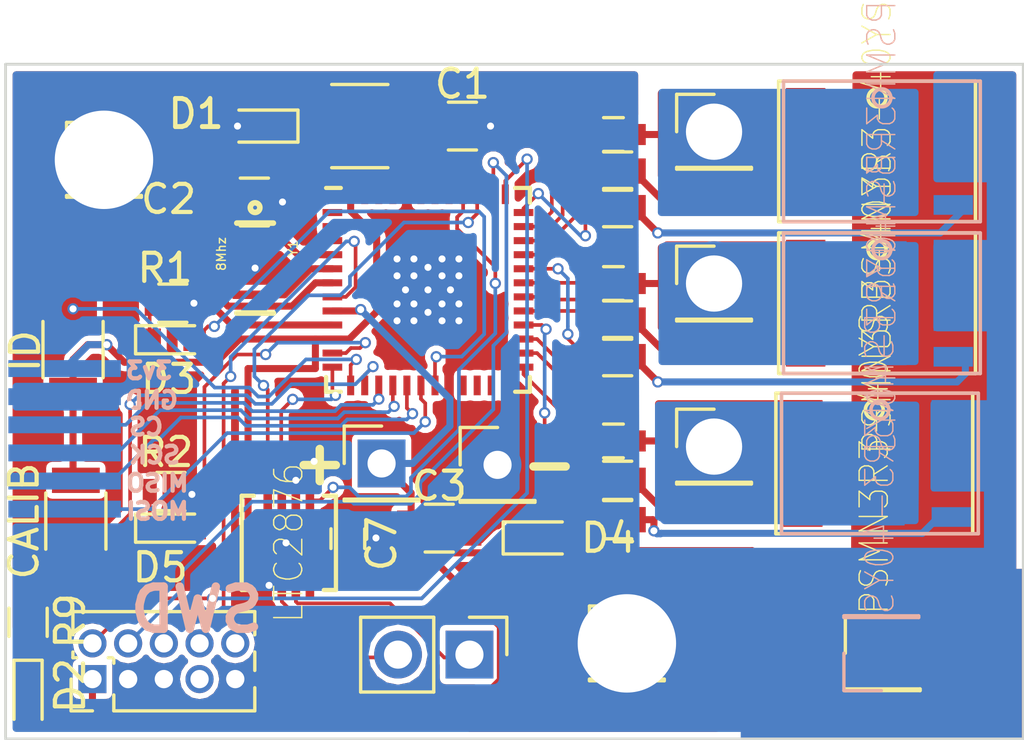
<source format=kicad_pcb>
(kicad_pcb (version 4) (host pcbnew 4.0.6)

  (general
    (links 125)
    (no_connects 0)
    (area 148.749861 92.949999 185.050001 117.050001)
    (thickness 1.6)
    (drawings 14)
    (tracks 489)
    (zones 0)
    (modules 45)
    (nets 62)
  )

  (page A4)
  (layers
    (0 F.Cu signal)
    (31 B.Cu signal)
    (32 B.Adhes user hide)
    (33 F.Adhes user hide)
    (34 B.Paste user hide)
    (35 F.Paste user hide)
    (36 B.SilkS user)
    (37 F.SilkS user)
    (38 B.Mask user)
    (39 F.Mask user)
    (40 Dwgs.User user hide)
    (41 Cmts.User user hide)
    (42 Eco1.User user hide)
    (43 Eco2.User user hide)
    (44 Edge.Cuts user)
    (45 Margin user hide)
    (46 B.CrtYd user hide)
    (47 F.CrtYd user hide)
    (48 B.Fab user hide)
    (49 F.Fab user hide)
  )

  (setup
    (last_trace_width 0.13)
    (user_trace_width 0.13)
    (user_trace_width 0.25)
    (trace_clearance 0.13)
    (zone_clearance 0.2)
    (zone_45_only no)
    (trace_min 0.1)
    (segment_width 0.2)
    (edge_width 0.1)
    (via_size 0.4)
    (via_drill 0.25)
    (via_min_size 0.2)
    (via_min_drill 0.2)
    (user_via 0.4 0.25)
    (user_via 6 3.5)
    (uvia_size 0.3)
    (uvia_drill 0.1)
    (uvias_allowed no)
    (uvia_min_size 0.2)
    (uvia_min_drill 0.1)
    (pcb_text_width 0.3)
    (pcb_text_size 1.5 1.5)
    (mod_edge_width 0.15)
    (mod_text_size 1 1)
    (mod_text_width 0.15)
    (pad_size 6 6)
    (pad_drill 3.5)
    (pad_to_mask_clearance 0)
    (aux_axis_origin 0 0)
    (visible_elements 7FFEEFFF)
    (pcbplotparams
      (layerselection 0x010f0_80000001)
      (usegerberextensions false)
      (excludeedgelayer true)
      (linewidth 0.100000)
      (plotframeref false)
      (viasonmask false)
      (mode 1)
      (useauxorigin false)
      (hpglpennumber 1)
      (hpglpenspeed 20)
      (hpglpendiameter 15)
      (hpglpenoverlay 2)
      (psnegative false)
      (psa4output false)
      (plotreference true)
      (plotvalue false)
      (plotinvisibletext false)
      (padsonsilk false)
      (subtractmaskfromsilk false)
      (outputformat 1)
      (mirror false)
      (drillshape 0)
      (scaleselection 1)
      (outputdirectory Gerber))
  )

  (net 0 "")
  (net 1 +3V3)
  (net 2 Earth)
  (net 3 "Net-(C2-Pad2)")
  (net 4 VM)
  (net 5 O1)
  (net 6 BOOT1)
  (net 7 O2)
  (net 8 BOOT2)
  (net 9 O3)
  (net 10 BOOT3)
  (net 11 "Net-(D1-Pad1)")
  (net 12 "Net-(D2-Pad1)")
  (net 13 "Net-(D3-Pad2)")
  (net 14 "Net-(D3-Pad1)")
  (net 15 +12V)
  (net 16 "Net-(D5-Pad2)")
  (net 17 "Net-(D5-Pad1)")
  (net 18 NRST)
  (net 19 SWDCLK)
  (net 20 SWDIO)
  (net 21 MOSI)
  (net 22 MISO)
  (net 23 SCK)
  (net 24 CS)
  (net 25 RS-B)
  (net 26 RS-A)
  (net 27 "Net-(Q1-Pad4)")
  (net 28 "Net-(Q2-Pad4)")
  (net 29 "Net-(Q3-Pad4)")
  (net 30 "Net-(Q4-Pad4)")
  (net 31 "Net-(Q5-Pad4)")
  (net 32 "Net-(Q6-Pad4)")
  (net 33 H1)
  (net 34 L1)
  (net 35 H2)
  (net 36 L2)
  (net 37 H3)
  (net 38 L3)
  (net 39 "Net-(SW1-Pad1)")
  (net 40 "Net-(SW2-Pad1)")
  (net 41 "Net-(U1-Pad1)")
  (net 42 "Net-(U1-Pad2)")
  (net 43 "Net-(U1-Pad3)")
  (net 44 "Net-(U1-Pad4)")
  (net 45 "Net-(U1-Pad5)")
  (net 46 DE)
  (net 47 "Net-(U1-Pad21)")
  (net 48 "Net-(U1-Pad22)")
  (net 49 "Net-(U1-Pad23)")
  (net 50 "Net-(U1-Pad24)")
  (net 51 TX)
  (net 52 RX)
  (net 53 "Net-(U1-Pad41)")
  (net 54 "Net-(U1-Pad42)")
  (net 55 "Net-(U1-Pad43)")
  (net 56 "Net-(U1-Pad45)")
  (net 57 "Net-(U1-Pad46)")
  (net 58 "Net-(U1-Pad47)")
  (net 59 "Net-(J1-Pad6)")
  (net 60 "Net-(J1-Pad7)")
  (net 61 "Net-(J1-Pad8)")

  (net_class Default "This is the default net class."
    (clearance 0.13)
    (trace_width 0.13)
    (via_dia 0.4)
    (via_drill 0.25)
    (uvia_dia 0.3)
    (uvia_drill 0.1)
    (add_net +12V)
    (add_net +3V3)
    (add_net BOOT1)
    (add_net BOOT2)
    (add_net BOOT3)
    (add_net CS)
    (add_net DE)
    (add_net Earth)
    (add_net H1)
    (add_net H2)
    (add_net H3)
    (add_net L1)
    (add_net L2)
    (add_net L3)
    (add_net MISO)
    (add_net MOSI)
    (add_net NRST)
    (add_net "Net-(C2-Pad2)")
    (add_net "Net-(D1-Pad1)")
    (add_net "Net-(D2-Pad1)")
    (add_net "Net-(D3-Pad1)")
    (add_net "Net-(D3-Pad2)")
    (add_net "Net-(D5-Pad1)")
    (add_net "Net-(D5-Pad2)")
    (add_net "Net-(J1-Pad6)")
    (add_net "Net-(J1-Pad7)")
    (add_net "Net-(J1-Pad8)")
    (add_net "Net-(Q1-Pad4)")
    (add_net "Net-(Q2-Pad4)")
    (add_net "Net-(Q3-Pad4)")
    (add_net "Net-(Q4-Pad4)")
    (add_net "Net-(Q5-Pad4)")
    (add_net "Net-(Q6-Pad4)")
    (add_net "Net-(SW1-Pad1)")
    (add_net "Net-(SW2-Pad1)")
    (add_net "Net-(U1-Pad1)")
    (add_net "Net-(U1-Pad2)")
    (add_net "Net-(U1-Pad21)")
    (add_net "Net-(U1-Pad22)")
    (add_net "Net-(U1-Pad23)")
    (add_net "Net-(U1-Pad24)")
    (add_net "Net-(U1-Pad3)")
    (add_net "Net-(U1-Pad4)")
    (add_net "Net-(U1-Pad41)")
    (add_net "Net-(U1-Pad42)")
    (add_net "Net-(U1-Pad43)")
    (add_net "Net-(U1-Pad45)")
    (add_net "Net-(U1-Pad46)")
    (add_net "Net-(U1-Pad47)")
    (add_net "Net-(U1-Pad5)")
    (add_net O1)
    (add_net O2)
    (add_net O3)
    (add_net RS-A)
    (add_net RS-B)
    (add_net RX)
    (add_net SCK)
    (add_net SWDCLK)
    (add_net SWDIO)
    (add_net TX)
    (add_net VM)
  )

  (module Pin_Headers:Pin_Header_Straight_1x02_Pitch2.54mm (layer F.Cu) (tedit 5A2FC5A9) (tstamp 5A06E989)
    (at 165.3 114 270)
    (descr "Through hole straight pin header, 1x02, 2.54mm pitch, single row")
    (tags "Through hole pin header THT 1x02 2.54mm single row")
    (path /59777EAC)
    (fp_text reference J3 (at 0 -2.33 270) (layer F.SilkS) hide
      (effects (font (size 1 1) (thickness 0.15)))
    )
    (fp_text value RS485 (at 0 4.87 270) (layer F.Fab)
      (effects (font (size 1 1) (thickness 0.15)))
    )
    (fp_line (start -0.635 -1.27) (end 1.27 -1.27) (layer F.Fab) (width 0.1))
    (fp_line (start 1.27 -1.27) (end 1.27 3.81) (layer F.Fab) (width 0.1))
    (fp_line (start 1.27 3.81) (end -1.27 3.81) (layer F.Fab) (width 0.1))
    (fp_line (start -1.27 3.81) (end -1.27 -0.635) (layer F.Fab) (width 0.1))
    (fp_line (start -1.27 -0.635) (end -0.635 -1.27) (layer F.Fab) (width 0.1))
    (fp_line (start -1.33 3.87) (end 1.33 3.87) (layer F.SilkS) (width 0.12))
    (fp_line (start -1.33 1.27) (end -1.33 3.87) (layer F.SilkS) (width 0.12))
    (fp_line (start 1.33 1.27) (end 1.33 3.87) (layer F.SilkS) (width 0.12))
    (fp_line (start -1.33 1.27) (end 1.33 1.27) (layer F.SilkS) (width 0.12))
    (fp_line (start -1.33 0) (end -1.33 -1.33) (layer F.SilkS) (width 0.12))
    (fp_line (start -1.33 -1.33) (end 0 -1.33) (layer F.SilkS) (width 0.12))
    (fp_line (start -1.8 -1.8) (end -1.8 4.35) (layer F.CrtYd) (width 0.05))
    (fp_line (start -1.8 4.35) (end 1.8 4.35) (layer F.CrtYd) (width 0.05))
    (fp_line (start 1.8 4.35) (end 1.8 -1.8) (layer F.CrtYd) (width 0.05))
    (fp_line (start 1.8 -1.8) (end -1.8 -1.8) (layer F.CrtYd) (width 0.05))
    (fp_text user %R (at 0.1 1.27 360) (layer F.Fab) hide
      (effects (font (size 1 1) (thickness 0.15)))
    )
    (pad 1 thru_hole rect (at 0 0 270) (size 1.7 1.7) (drill 1) (layers *.Cu *.Mask)
      (net 25 RS-B))
    (pad 2 thru_hole oval (at 0 2.54 270) (size 1.7 1.7) (drill 1) (layers *.Cu *.Mask)
      (net 26 RS-A))
    (model ${KISYS3DMOD}/Pin_Headers.3dshapes/Pin_Header_Straight_1x02_Pitch2.54mm.wrl
      (at (xyz 0 0 0))
      (scale (xyz 1 1 1))
      (rotate (xyz 0 0 0))
    )
  )

  (module Dizzy:PSMN3R3-40YS (layer B.Cu) (tedit 5A0815F1) (tstamp 5A06EA93)
    (at 179.97 96.1 270)
    (path /59775732)
    (attr smd)
    (fp_text reference Q2 (at -0.9144 4.2164 270) (layer B.SilkS) hide
      (effects (font (size 0.64 0.64) (thickness 0.05)) (justify mirror))
    )
    (fp_text value PSMN3R3-40YS (at 0 0 270) (layer B.SilkS)
      (effects (font (size 1 0.9) (thickness 0.05)) (justify mirror))
    )
    (fp_line (start -2.5 3.5) (end 2.5 3.5) (layer B.SilkS) (width 0.127))
    (fp_line (start 2.5 3.5) (end 2.5 -3.5) (layer B.SilkS) (width 0.127))
    (fp_line (start 2.5 -3.5) (end -2.5 -3.5) (layer B.SilkS) (width 0.127))
    (fp_line (start -2.5 -3.5) (end -2.5 3.5) (layer B.SilkS) (width 0.127))
    (fp_circle (center -1.905 0) (end -1.5875 0) (layer B.SilkS) (width 0.127))
    (fp_line (start -2.5 3.5) (end -2.5 -3.5) (layer Dwgs.User) (width 0.127))
    (fp_line (start -2.5 -3.5) (end 2.5 -3.5) (layer Dwgs.User) (width 0.127))
    (fp_line (start 2.5 -3.5) (end 2.5 3.5) (layer Dwgs.User) (width 0.127))
    (fp_line (start 2.5 3.5) (end -2.5 3.5) (layer Dwgs.User) (width 0.127))
    (fp_poly (pts (xy -2.413 3.429) (xy 2.413 3.429) (xy 2.413 -3.429) (xy -2.413 -3.429)) (layer Dwgs.User) (width 0.381))
    (pad 1 smd rect (at -1.905 -2.54) (size 1.4 0.7) (layers B.Cu B.Paste B.Mask)
      (net 2 Earth))
    (pad 2 smd rect (at -0.635 -2.54) (size 1.4 0.7) (layers B.Cu B.Paste B.Mask)
      (net 2 Earth))
    (pad 3 smd rect (at 0.635 -2.54) (size 1.4 0.7) (layers B.Cu B.Paste B.Mask)
      (net 2 Earth))
    (pad 4 smd rect (at 1.905 -2.54) (size 1.4 0.7) (layers B.Cu B.Paste B.Mask)
      (net 28 "Net-(Q2-Pad4)"))
    (pad 5678 smd rect (at 0 1.27) (size 4.3 4.41) (layers B.Cu B.Paste B.Mask)
      (net 5 O1))
  )

  (module Resistors_SMD:R_0603 (layer F.Cu) (tedit 5A2FCCD8) (tstamp 5A06EB67)
    (at 170.572 109.2 180)
    (descr "Resistor SMD 0603, reflow soldering, Vishay (see dcrcw.pdf)")
    (tags "resistor 0603")
    (path /597854FC)
    (attr smd)
    (fp_text reference R8 (at 2.398 0.0008 180) (layer F.SilkS) hide
      (effects (font (size 1 1) (thickness 0.15)))
    )
    (fp_text value 10 (at 0 1.5 180) (layer F.Fab)
      (effects (font (size 1 1) (thickness 0.15)))
    )
    (fp_text user %R (at 0 0 180) (layer F.Fab)
      (effects (font (size 0.4 0.4) (thickness 0.075)))
    )
    (fp_line (start -0.8 0.4) (end -0.8 -0.4) (layer F.Fab) (width 0.1))
    (fp_line (start 0.8 0.4) (end -0.8 0.4) (layer F.Fab) (width 0.1))
    (fp_line (start 0.8 -0.4) (end 0.8 0.4) (layer F.Fab) (width 0.1))
    (fp_line (start -0.8 -0.4) (end 0.8 -0.4) (layer F.Fab) (width 0.1))
    (fp_line (start 0.5 0.68) (end -0.5 0.68) (layer F.SilkS) (width 0.12))
    (fp_line (start -0.5 -0.68) (end 0.5 -0.68) (layer F.SilkS) (width 0.12))
    (fp_line (start -1.25 -0.7) (end 1.25 -0.7) (layer F.CrtYd) (width 0.05))
    (fp_line (start -1.25 -0.7) (end -1.25 0.7) (layer F.CrtYd) (width 0.05))
    (fp_line (start 1.25 0.7) (end 1.25 -0.7) (layer F.CrtYd) (width 0.05))
    (fp_line (start 1.25 0.7) (end -1.25 0.7) (layer F.CrtYd) (width 0.05))
    (pad 1 smd rect (at -0.75 0 180) (size 0.5 0.9) (layers F.Cu F.Paste F.Mask)
      (net 32 "Net-(Q6-Pad4)"))
    (pad 2 smd rect (at 0.75 0 180) (size 0.5 0.9) (layers F.Cu F.Paste F.Mask)
      (net 38 L3))
    (model ${KISYS3DMOD}/Resistors_SMD.3dshapes/R_0603.wrl
      (at (xyz 0 0 0))
      (scale (xyz 1 1 1))
      (rotate (xyz 0 0 0))
    )
  )

  (module Capacitors_SMD:C_0805 (layer F.Cu) (tedit 58AA8463) (tstamp 5A06E86B)
    (at 165.05 95.2)
    (descr "Capacitor SMD 0805, reflow soldering, AVX (see smccp.pdf)")
    (tags "capacitor 0805")
    (path /597BE295)
    (attr smd)
    (fp_text reference C1 (at 0 -1.5) (layer F.SilkS)
      (effects (font (size 1 1) (thickness 0.15)))
    )
    (fp_text value 100uF (at 0 1.75) (layer F.Fab)
      (effects (font (size 1 1) (thickness 0.15)))
    )
    (fp_text user %R (at 0 -1.5) (layer F.Fab)
      (effects (font (size 1 1) (thickness 0.15)))
    )
    (fp_line (start -1 0.62) (end -1 -0.62) (layer F.Fab) (width 0.1))
    (fp_line (start 1 0.62) (end -1 0.62) (layer F.Fab) (width 0.1))
    (fp_line (start 1 -0.62) (end 1 0.62) (layer F.Fab) (width 0.1))
    (fp_line (start -1 -0.62) (end 1 -0.62) (layer F.Fab) (width 0.1))
    (fp_line (start 0.5 -0.85) (end -0.5 -0.85) (layer F.SilkS) (width 0.12))
    (fp_line (start -0.5 0.85) (end 0.5 0.85) (layer F.SilkS) (width 0.12))
    (fp_line (start -1.75 -0.88) (end 1.75 -0.88) (layer F.CrtYd) (width 0.05))
    (fp_line (start -1.75 -0.88) (end -1.75 0.87) (layer F.CrtYd) (width 0.05))
    (fp_line (start 1.75 0.87) (end 1.75 -0.88) (layer F.CrtYd) (width 0.05))
    (fp_line (start 1.75 0.87) (end -1.75 0.87) (layer F.CrtYd) (width 0.05))
    (pad 1 smd rect (at -1 0) (size 1 1.25) (layers F.Cu F.Paste F.Mask)
      (net 1 +3V3))
    (pad 2 smd rect (at 1 0) (size 1 1.25) (layers F.Cu F.Paste F.Mask)
      (net 2 Earth))
    (model Capacitors_SMD.3dshapes/C_0805.wrl
      (at (xyz 0 0 0))
      (scale (xyz 1 1 1))
      (rotate (xyz 0 0 0))
    )
  )

  (module LEDs:LED_0603 (layer F.Cu) (tedit 5A2FCC57) (tstamp 5A06E913)
    (at 154.725 102.8)
    (descr "LED 0603 smd package")
    (tags "LED led 0603 SMD smd SMT smt smdled SMDLED smtled SMTLED")
    (path /59C94485)
    (attr smd)
    (fp_text reference D3 (at -0.125 1.4) (layer F.SilkS)
      (effects (font (size 1 1) (thickness 0.15)))
    )
    (fp_text value LED (at 0 1.35) (layer F.Fab)
      (effects (font (size 1 1) (thickness 0.15)))
    )
    (fp_line (start -1.3 -0.5) (end -1.3 0.5) (layer F.SilkS) (width 0.12))
    (fp_line (start -0.2 -0.2) (end -0.2 0.2) (layer F.Fab) (width 0.1))
    (fp_line (start -0.15 0) (end 0.15 -0.2) (layer F.Fab) (width 0.1))
    (fp_line (start 0.15 0.2) (end -0.15 0) (layer F.Fab) (width 0.1))
    (fp_line (start 0.15 -0.2) (end 0.15 0.2) (layer F.Fab) (width 0.1))
    (fp_line (start 0.8 0.4) (end -0.8 0.4) (layer F.Fab) (width 0.1))
    (fp_line (start 0.8 -0.4) (end 0.8 0.4) (layer F.Fab) (width 0.1))
    (fp_line (start -0.8 -0.4) (end 0.8 -0.4) (layer F.Fab) (width 0.1))
    (fp_line (start -0.8 0.4) (end -0.8 -0.4) (layer F.Fab) (width 0.1))
    (fp_line (start -1.3 0.5) (end 0.8 0.5) (layer F.SilkS) (width 0.12))
    (fp_line (start -1.3 -0.5) (end 0.8 -0.5) (layer F.SilkS) (width 0.12))
    (fp_line (start 1.45 -0.65) (end 1.45 0.65) (layer F.CrtYd) (width 0.05))
    (fp_line (start 1.45 0.65) (end -1.45 0.65) (layer F.CrtYd) (width 0.05))
    (fp_line (start -1.45 0.65) (end -1.45 -0.65) (layer F.CrtYd) (width 0.05))
    (fp_line (start -1.45 -0.65) (end 1.45 -0.65) (layer F.CrtYd) (width 0.05))
    (pad 2 smd rect (at 0.8 0 180) (size 0.8 0.8) (layers F.Cu F.Paste F.Mask)
      (net 13 "Net-(D3-Pad2)"))
    (pad 1 smd rect (at -0.8 0 180) (size 0.8 0.8) (layers F.Cu F.Paste F.Mask)
      (net 14 "Net-(D3-Pad1)"))
    (model ${KISYS3DMOD}/LEDs.3dshapes/LED_0603.wrl
      (at (xyz 0 0 0))
      (scale (xyz 1 1 1))
      (rotate (xyz 0 0 180))
    )
  )

  (module Inductors_SMD:L_1210 (layer F.Cu) (tedit 5A081559) (tstamp 5A06EA6D)
    (at 161.4 95.2)
    (descr "Resistor SMD 1210, reflow soldering, Vishay (see dcrcw.pdf)")
    (tags "resistor 1210")
    (path /59775315)
    (attr smd)
    (fp_text reference L1 (at 0 -2.7) (layer F.SilkS) hide
      (effects (font (size 1 1) (thickness 0.15)))
    )
    (fp_text value 22uH (at 0 2.7) (layer F.Fab)
      (effects (font (size 1 1) (thickness 0.15)))
    )
    (fp_text user %R (at 0 0) (layer F.Fab)
      (effects (font (size 0.5 0.5) (thickness 0.075)))
    )
    (fp_line (start -1.6 1.25) (end -1.6 -1.25) (layer F.Fab) (width 0.1))
    (fp_line (start 1.6 1.25) (end -1.6 1.25) (layer F.Fab) (width 0.1))
    (fp_line (start 1.6 -1.25) (end 1.6 1.25) (layer F.Fab) (width 0.1))
    (fp_line (start -1.6 -1.25) (end 1.6 -1.25) (layer F.Fab) (width 0.1))
    (fp_line (start -2.2 -1.6) (end 2.2 -1.6) (layer F.CrtYd) (width 0.05))
    (fp_line (start -2.2 1.6) (end 2.2 1.6) (layer F.CrtYd) (width 0.05))
    (fp_line (start -2.2 -1.6) (end -2.2 1.6) (layer F.CrtYd) (width 0.05))
    (fp_line (start 2.2 -1.6) (end 2.2 1.6) (layer F.CrtYd) (width 0.05))
    (fp_line (start 1 1.48) (end -1 1.48) (layer F.SilkS) (width 0.12))
    (fp_line (start -1 -1.48) (end 1 -1.48) (layer F.SilkS) (width 0.12))
    (pad 1 smd rect (at -1.45 0) (size 0.9 2.5) (layers F.Cu F.Paste F.Mask)
      (net 11 "Net-(D1-Pad1)"))
    (pad 2 smd rect (at 1.45 0) (size 0.9 2.5) (layers F.Cu F.Paste F.Mask)
      (net 1 +3V3))
    (model ${KISYS3DMOD}/Inductors_SMD.3dshapes/L_1210.wrl
      (at (xyz 0 0 0))
      (scale (xyz 1 1 1))
      (rotate (xyz 0 0 0))
    )
  )

  (module Pin_Headers:Pin_Header_Straight_1x01_Pitch2.54mm (layer F.Cu) (tedit 5A61F178) (tstamp 5A06EA5C)
    (at 174 106.6)
    (descr "Through hole straight pin header, 1x01, 2.54mm pitch, single row")
    (tags "Through hole pin header THT 1x01 2.54mm single row")
    (path /59CA3FA6)
    (fp_text reference J13 (at 0 -2.33) (layer F.SilkS) hide
      (effects (font (size 1 1) (thickness 0.15)))
    )
    (fp_text value W (at 0 2.33) (layer F.Fab)
      (effects (font (size 1 1) (thickness 0.15)))
    )
    (fp_line (start -0.635 -1.27) (end 1.27 -1.27) (layer F.Fab) (width 0.1))
    (fp_line (start 1.27 -1.27) (end 1.27 1.27) (layer F.Fab) (width 0.1))
    (fp_line (start 1.27 1.27) (end -1.27 1.27) (layer F.Fab) (width 0.1))
    (fp_line (start -1.27 1.27) (end -1.27 -0.635) (layer F.Fab) (width 0.1))
    (fp_line (start -1.27 -0.635) (end -0.635 -1.27) (layer F.Fab) (width 0.1))
    (fp_line (start -1.33 1.33) (end 1.33 1.33) (layer F.SilkS) (width 0.12))
    (fp_line (start -1.33 1.27) (end -1.33 1.33) (layer F.SilkS) (width 0.12))
    (fp_line (start 1.33 1.27) (end 1.33 1.33) (layer F.SilkS) (width 0.12))
    (fp_line (start -1.33 1.27) (end 1.33 1.27) (layer F.SilkS) (width 0.12))
    (fp_line (start -1.33 0) (end -1.33 -1.33) (layer F.SilkS) (width 0.12))
    (fp_line (start -1.33 -1.33) (end 0 -1.33) (layer F.SilkS) (width 0.12))
    (fp_line (start -1.8 -1.8) (end -1.8 1.8) (layer F.CrtYd) (width 0.05))
    (fp_line (start -1.8 1.8) (end 1.8 1.8) (layer F.CrtYd) (width 0.05))
    (fp_line (start 1.8 1.8) (end 1.8 -1.8) (layer F.CrtYd) (width 0.05))
    (fp_line (start 1.8 -1.8) (end -1.8 -1.8) (layer F.CrtYd) (width 0.05))
    (fp_text user %R (at 0 0 90) (layer F.Fab)
      (effects (font (size 1 1) (thickness 0.15)))
    )
    (pad 1 thru_hole circle (at 0 0) (size 3 3) (drill 2) (layers *.Cu *.Mask)
      (net 9 O3))
    (model ${KISYS3DMOD}/Pin_Headers.3dshapes/Pin_Header_Straight_1x01_Pitch2.54mm.wrl
      (at (xyz 0 0 0))
      (scale (xyz 1 1 1))
      (rotate (xyz 0 0 0))
    )
  )

  (module Pin_Headers:Pin_Header_Straight_1x01_Pitch2.54mm (layer F.Cu) (tedit 5A61FD1D) (tstamp 5A06E9C9)
    (at 180 113.95)
    (descr "Through hole straight pin header, 1x01, 2.54mm pitch, single row")
    (tags "Through hole pin header THT 1x01 2.54mm single row")
    (path /59CA4EC4)
    (fp_text reference J6 (at 0 -2.33) (layer F.SilkS) hide
      (effects (font (size 1 1) (thickness 0.15)))
    )
    (fp_text value 12 (at 0 2.33) (layer F.Fab)
      (effects (font (size 1 1) (thickness 0.15)))
    )
    (fp_line (start -0.635 -1.27) (end 1.27 -1.27) (layer F.Fab) (width 0.1))
    (fp_line (start 1.27 -1.27) (end 1.27 1.27) (layer F.Fab) (width 0.1))
    (fp_line (start 1.27 1.27) (end -1.27 1.27) (layer F.Fab) (width 0.1))
    (fp_line (start -1.27 1.27) (end -1.27 -0.635) (layer F.Fab) (width 0.1))
    (fp_line (start -1.27 -0.635) (end -0.635 -1.27) (layer F.Fab) (width 0.1))
    (fp_line (start -1.33 1.33) (end 1.33 1.33) (layer F.SilkS) (width 0.12))
    (fp_line (start -1.33 1.27) (end -1.33 1.33) (layer F.SilkS) (width 0.12))
    (fp_line (start 1.33 1.27) (end 1.33 1.33) (layer F.SilkS) (width 0.12))
    (fp_line (start -1.33 1.27) (end 1.33 1.27) (layer F.SilkS) (width 0.12))
    (fp_line (start -1.33 0) (end -1.33 -1.33) (layer F.SilkS) (width 0.12))
    (fp_line (start -1.33 -1.33) (end 0 -1.33) (layer F.SilkS) (width 0.12))
    (fp_line (start -1.8 -1.8) (end -1.8 1.8) (layer F.CrtYd) (width 0.05))
    (fp_line (start -1.8 1.8) (end 1.8 1.8) (layer F.CrtYd) (width 0.05))
    (fp_line (start 1.8 1.8) (end 1.8 -1.8) (layer F.CrtYd) (width 0.05))
    (fp_line (start 1.8 -1.8) (end -1.8 -1.8) (layer F.CrtYd) (width 0.05))
    (fp_text user %R (at 0 0 90) (layer F.Fab)
      (effects (font (size 1 1) (thickness 0.15)))
    )
    (pad 1 smd rect (at 0 0) (size 10 6) (layers F.Cu F.Paste F.Mask)
      (net 15 +12V))
    (model ${KISYS3DMOD}/Pin_Headers.3dshapes/Pin_Header_Straight_1x01_Pitch2.54mm.wrl
      (at (xyz 0 0 0))
      (scale (xyz 1 1 1))
      (rotate (xyz 0 0 0))
    )
  )

  (module Pin_Headers:Pin_Header_Straight_1x01_Pitch2.54mm (layer F.Cu) (tedit 5A61F15A) (tstamp 5A06EA32)
    (at 174 95.4)
    (descr "Through hole straight pin header, 1x01, 2.54mm pitch, single row")
    (tags "Through hole pin header THT 1x01 2.54mm single row")
    (path /59CA3DE6)
    (fp_text reference J11 (at 0 -2.33) (layer F.SilkS) hide
      (effects (font (size 1 1) (thickness 0.15)))
    )
    (fp_text value V (at 0 2.33) (layer F.Fab)
      (effects (font (size 1 1) (thickness 0.15)))
    )
    (fp_line (start -0.635 -1.27) (end 1.27 -1.27) (layer F.Fab) (width 0.1))
    (fp_line (start 1.27 -1.27) (end 1.27 1.27) (layer F.Fab) (width 0.1))
    (fp_line (start 1.27 1.27) (end -1.27 1.27) (layer F.Fab) (width 0.1))
    (fp_line (start -1.27 1.27) (end -1.27 -0.635) (layer F.Fab) (width 0.1))
    (fp_line (start -1.27 -0.635) (end -0.635 -1.27) (layer F.Fab) (width 0.1))
    (fp_line (start -1.33 1.33) (end 1.33 1.33) (layer F.SilkS) (width 0.12))
    (fp_line (start -1.33 1.27) (end -1.33 1.33) (layer F.SilkS) (width 0.12))
    (fp_line (start 1.33 1.27) (end 1.33 1.33) (layer F.SilkS) (width 0.12))
    (fp_line (start -1.33 1.27) (end 1.33 1.27) (layer F.SilkS) (width 0.12))
    (fp_line (start -1.33 0) (end -1.33 -1.33) (layer F.SilkS) (width 0.12))
    (fp_line (start -1.33 -1.33) (end 0 -1.33) (layer F.SilkS) (width 0.12))
    (fp_line (start -1.8 -1.8) (end -1.8 1.8) (layer F.CrtYd) (width 0.05))
    (fp_line (start -1.8 1.8) (end 1.8 1.8) (layer F.CrtYd) (width 0.05))
    (fp_line (start 1.8 1.8) (end 1.8 -1.8) (layer F.CrtYd) (width 0.05))
    (fp_line (start 1.8 -1.8) (end -1.8 -1.8) (layer F.CrtYd) (width 0.05))
    (fp_text user %R (at 0 0 90) (layer F.Fab)
      (effects (font (size 1 1) (thickness 0.15)))
    )
    (pad 1 thru_hole circle (at 0 0) (size 3 3) (drill 2) (layers *.Cu *.Mask)
      (net 5 O1))
    (model ${KISYS3DMOD}/Pin_Headers.3dshapes/Pin_Header_Straight_1x01_Pitch2.54mm.wrl
      (at (xyz 0 0 0))
      (scale (xyz 1 1 1))
      (rotate (xyz 0 0 0))
    )
  )

  (module Pin_Headers:Pin_Header_Straight_1x01_Pitch2.54mm (layer F.Cu) (tedit 5A61F171) (tstamp 5A06EA47)
    (at 174 100.8)
    (descr "Through hole straight pin header, 1x01, 2.54mm pitch, single row")
    (tags "Through hole pin header THT 1x01 2.54mm single row")
    (path /59CA3E65)
    (fp_text reference J12 (at 0 -2.33) (layer F.SilkS) hide
      (effects (font (size 1 1) (thickness 0.15)))
    )
    (fp_text value U (at 0 2.33) (layer F.Fab)
      (effects (font (size 1 1) (thickness 0.15)))
    )
    (fp_line (start -0.635 -1.27) (end 1.27 -1.27) (layer F.Fab) (width 0.1))
    (fp_line (start 1.27 -1.27) (end 1.27 1.27) (layer F.Fab) (width 0.1))
    (fp_line (start 1.27 1.27) (end -1.27 1.27) (layer F.Fab) (width 0.1))
    (fp_line (start -1.27 1.27) (end -1.27 -0.635) (layer F.Fab) (width 0.1))
    (fp_line (start -1.27 -0.635) (end -0.635 -1.27) (layer F.Fab) (width 0.1))
    (fp_line (start -1.33 1.33) (end 1.33 1.33) (layer F.SilkS) (width 0.12))
    (fp_line (start -1.33 1.27) (end -1.33 1.33) (layer F.SilkS) (width 0.12))
    (fp_line (start 1.33 1.27) (end 1.33 1.33) (layer F.SilkS) (width 0.12))
    (fp_line (start -1.33 1.27) (end 1.33 1.27) (layer F.SilkS) (width 0.12))
    (fp_line (start -1.33 0) (end -1.33 -1.33) (layer F.SilkS) (width 0.12))
    (fp_line (start -1.33 -1.33) (end 0 -1.33) (layer F.SilkS) (width 0.12))
    (fp_line (start -1.8 -1.8) (end -1.8 1.8) (layer F.CrtYd) (width 0.05))
    (fp_line (start -1.8 1.8) (end 1.8 1.8) (layer F.CrtYd) (width 0.05))
    (fp_line (start 1.8 1.8) (end 1.8 -1.8) (layer F.CrtYd) (width 0.05))
    (fp_line (start 1.8 -1.8) (end -1.8 -1.8) (layer F.CrtYd) (width 0.05))
    (fp_text user %R (at 0 0 90) (layer F.Fab)
      (effects (font (size 1 1) (thickness 0.15)))
    )
    (pad 1 thru_hole circle (at 0 0) (size 3 3) (drill 2) (layers *.Cu *.Mask)
      (net 7 O2))
    (model ${KISYS3DMOD}/Pin_Headers.3dshapes/Pin_Header_Straight_1x01_Pitch2.54mm.wrl
      (at (xyz 0 0 0))
      (scale (xyz 1 1 1))
      (rotate (xyz 0 0 0))
    )
  )

  (module Dizzy:LTC2876 (layer F.Cu) (tedit 5A0815B0) (tstamp 5A06EC0B)
    (at 158.875 110.025 270)
    (path /5A06DBF8)
    (attr smd)
    (fp_text reference U2 (at 0 0 270) (layer F.SilkS) hide
      (effects (font (size 1 0.9) (thickness 0.05)))
    )
    (fp_text value LTC2876 (at 0 0 270) (layer F.SilkS)
      (effects (font (size 1 0.9) (thickness 0.05)))
    )
    (fp_line (start 1.6764 -1.2446) (end 1.6764 -1.6764) (layer F.SilkS) (width 0.1524))
    (fp_line (start -1.6764 1.2446) (end -1.6764 1.6764) (layer F.SilkS) (width 0.1524))
    (fp_line (start -1.6764 1.6764) (end 1.6764 1.6764) (layer F.SilkS) (width 0.1524))
    (fp_line (start 1.6764 1.6764) (end 1.6764 1.2446) (layer F.SilkS) (width 0.1524))
    (fp_line (start 1.6764 -1.6764) (end -1.6764 -1.6764) (layer F.SilkS) (width 0.1524))
    (fp_line (start -1.6764 -1.6764) (end -1.6764 -1.2446) (layer F.SilkS) (width 0.1524))
    (fp_line (start -1.5494 1.5494) (end 1.5494 1.5494) (layer Dwgs.User) (width 0.1524))
    (fp_line (start 1.5494 1.5494) (end 1.5494 -1.5494) (layer Dwgs.User) (width 0.1524))
    (fp_line (start 1.5494 -1.5494) (end 0.3048 -1.5494) (layer Dwgs.User) (width 0.1524))
    (fp_line (start 0.3048 -1.5494) (end -0.3048 -1.5494) (layer Dwgs.User) (width 0.1524))
    (fp_line (start -0.3048 -1.5494) (end -1.5494 -1.5494) (layer Dwgs.User) (width 0.1524))
    (fp_line (start -1.5494 -1.5494) (end -1.5494 1.5494) (layer Dwgs.User) (width 0.1524))
    (fp_arc (start 0 -1.5494) (end -0.3048 -1.5494) (angle -180) (layer Dwgs.User) (width 0.1524))
    (pad 1 smd rect (at -1.5113 -0.75 270) (size 0.889 0.3048) (layers F.Cu F.Paste F.Mask)
      (net 52 RX))
    (pad 2 smd rect (at -1.5113 -0.25 270) (size 0.889 0.3048) (layers F.Cu F.Paste F.Mask)
      (net 2 Earth))
    (pad 3 smd rect (at -1.5113 0.25 270) (size 0.889 0.3048) (layers F.Cu F.Paste F.Mask)
      (net 46 DE))
    (pad 4 smd rect (at -1.5113 0.75 270) (size 0.889 0.3048) (layers F.Cu F.Paste F.Mask)
      (net 51 TX))
    (pad 5 smd rect (at 1.5113 0.75 270) (size 0.889 0.3048) (layers F.Cu F.Paste F.Mask)
      (net 2 Earth))
    (pad 6 smd rect (at 1.5113 0.25 270) (size 0.889 0.3048) (layers F.Cu F.Paste F.Mask)
      (net 26 RS-A))
    (pad 7 smd rect (at 1.5113 -0.25 270) (size 0.889 0.3048) (layers F.Cu F.Paste F.Mask)
      (net 25 RS-B))
    (pad 8 smd rect (at 1.5113 -0.75 270) (size 0.889 0.3048) (layers F.Cu F.Paste F.Mask)
      (net 1 +3V3))
    (pad 9 smd rect (at 0 0.1 270) (size 0.6 2) (layers F.Cu F.Paste F.Mask)
      (net 2 Earth))
  )

  (module Capacitors_SMD:C_0603 (layer F.Cu) (tedit 5A2FCD0F) (tstamp 5A06E8D1)
    (at 160.975 109.875 270)
    (descr "Capacitor SMD 0603, reflow soldering, AVX (see smccp.pdf)")
    (tags "capacitor 0603")
    (path /59CA6694)
    (attr smd)
    (fp_text reference C7 (at 0.175 -1.2 270) (layer F.SilkS)
      (effects (font (size 1 1) (thickness 0.15)))
    )
    (fp_text value 1uF (at 0 1.5 270) (layer F.Fab)
      (effects (font (size 1 1) (thickness 0.15)))
    )
    (fp_line (start 1.4 0.65) (end -1.4 0.65) (layer F.CrtYd) (width 0.05))
    (fp_line (start 1.4 0.65) (end 1.4 -0.65) (layer F.CrtYd) (width 0.05))
    (fp_line (start -1.4 -0.65) (end -1.4 0.65) (layer F.CrtYd) (width 0.05))
    (fp_line (start -1.4 -0.65) (end 1.4 -0.65) (layer F.CrtYd) (width 0.05))
    (fp_line (start 0.35 0.6) (end -0.35 0.6) (layer F.SilkS) (width 0.12))
    (fp_line (start -0.35 -0.6) (end 0.35 -0.6) (layer F.SilkS) (width 0.12))
    (fp_line (start -0.8 -0.4) (end 0.8 -0.4) (layer F.Fab) (width 0.1))
    (fp_line (start 0.8 -0.4) (end 0.8 0.4) (layer F.Fab) (width 0.1))
    (fp_line (start 0.8 0.4) (end -0.8 0.4) (layer F.Fab) (width 0.1))
    (fp_line (start -0.8 0.4) (end -0.8 -0.4) (layer F.Fab) (width 0.1))
    (fp_text user %R (at 0 0 270) (layer F.Fab)
      (effects (font (size 0.3 0.3) (thickness 0.075)))
    )
    (pad 2 smd rect (at 0.75 0 270) (size 0.8 0.75) (layers F.Cu F.Paste F.Mask)
      (net 1 +3V3))
    (pad 1 smd rect (at -0.75 0 270) (size 0.8 0.75) (layers F.Cu F.Paste F.Mask)
      (net 2 Earth))
    (model Capacitors_SMD.3dshapes/C_0603.wrl
      (at (xyz 0 0 0))
      (scale (xyz 1 1 1))
      (rotate (xyz 0 0 0))
    )
  )

  (module LEDs:LED_0603 (layer F.Cu) (tedit 5A2FCC47) (tstamp 5A06E940)
    (at 154.725 109.5)
    (descr "LED 0603 smd package")
    (tags "LED led 0603 SMD smd SMT smt smdled SMDLED smtled SMTLED")
    (path /5A06D128)
    (attr smd)
    (fp_text reference D5 (at -0.425 1.4) (layer F.SilkS)
      (effects (font (size 1 1) (thickness 0.15)))
    )
    (fp_text value LED (at 0 1.35) (layer F.Fab)
      (effects (font (size 1 1) (thickness 0.15)))
    )
    (fp_line (start -1.3 -0.5) (end -1.3 0.5) (layer F.SilkS) (width 0.12))
    (fp_line (start -0.2 -0.2) (end -0.2 0.2) (layer F.Fab) (width 0.1))
    (fp_line (start -0.15 0) (end 0.15 -0.2) (layer F.Fab) (width 0.1))
    (fp_line (start 0.15 0.2) (end -0.15 0) (layer F.Fab) (width 0.1))
    (fp_line (start 0.15 -0.2) (end 0.15 0.2) (layer F.Fab) (width 0.1))
    (fp_line (start 0.8 0.4) (end -0.8 0.4) (layer F.Fab) (width 0.1))
    (fp_line (start 0.8 -0.4) (end 0.8 0.4) (layer F.Fab) (width 0.1))
    (fp_line (start -0.8 -0.4) (end 0.8 -0.4) (layer F.Fab) (width 0.1))
    (fp_line (start -0.8 0.4) (end -0.8 -0.4) (layer F.Fab) (width 0.1))
    (fp_line (start -1.3 0.5) (end 0.8 0.5) (layer F.SilkS) (width 0.12))
    (fp_line (start -1.3 -0.5) (end 0.8 -0.5) (layer F.SilkS) (width 0.12))
    (fp_line (start 1.45 -0.65) (end 1.45 0.65) (layer F.CrtYd) (width 0.05))
    (fp_line (start 1.45 0.65) (end -1.45 0.65) (layer F.CrtYd) (width 0.05))
    (fp_line (start -1.45 0.65) (end -1.45 -0.65) (layer F.CrtYd) (width 0.05))
    (fp_line (start -1.45 -0.65) (end 1.45 -0.65) (layer F.CrtYd) (width 0.05))
    (pad 2 smd rect (at 0.8 0 180) (size 0.8 0.8) (layers F.Cu F.Paste F.Mask)
      (net 16 "Net-(D5-Pad2)"))
    (pad 1 smd rect (at -0.8 0 180) (size 0.8 0.8) (layers F.Cu F.Paste F.Mask)
      (net 17 "Net-(D5-Pad1)"))
    (model ${KISYS3DMOD}/LEDs.3dshapes/LED_0603.wrl
      (at (xyz 0 0 0))
      (scale (xyz 1 1 1))
      (rotate (xyz 0 0 180))
    )
  )

  (module Resistors_SMD:R_0603 (layer F.Cu) (tedit 5A2FCC51) (tstamp 5A06EB01)
    (at 154.67857 108.2)
    (descr "Resistor SMD 0603, reflow soldering, Vishay (see dcrcw.pdf)")
    (tags "resistor 0603")
    (path /5A06D1FF)
    (attr smd)
    (fp_text reference R2 (at -0.17857 -1.4) (layer F.SilkS)
      (effects (font (size 1 1) (thickness 0.15)))
    )
    (fp_text value 200 (at 0 1.5) (layer F.Fab)
      (effects (font (size 1 1) (thickness 0.15)))
    )
    (fp_text user %R (at 0.09643 -1.1) (layer F.Fab)
      (effects (font (size 0.4 0.4) (thickness 0.075)))
    )
    (fp_line (start -0.8 0.4) (end -0.8 -0.4) (layer F.Fab) (width 0.1))
    (fp_line (start 0.8 0.4) (end -0.8 0.4) (layer F.Fab) (width 0.1))
    (fp_line (start 0.8 -0.4) (end 0.8 0.4) (layer F.Fab) (width 0.1))
    (fp_line (start -0.8 -0.4) (end 0.8 -0.4) (layer F.Fab) (width 0.1))
    (fp_line (start 0.5 0.68) (end -0.5 0.68) (layer F.SilkS) (width 0.12))
    (fp_line (start -0.5 -0.68) (end 0.5 -0.68) (layer F.SilkS) (width 0.12))
    (fp_line (start -1.25 -0.7) (end 1.25 -0.7) (layer F.CrtYd) (width 0.05))
    (fp_line (start -1.25 -0.7) (end -1.25 0.7) (layer F.CrtYd) (width 0.05))
    (fp_line (start 1.25 0.7) (end 1.25 -0.7) (layer F.CrtYd) (width 0.05))
    (fp_line (start 1.25 0.7) (end -1.25 0.7) (layer F.CrtYd) (width 0.05))
    (pad 1 smd rect (at -0.75 0) (size 0.5 0.9) (layers F.Cu F.Paste F.Mask)
      (net 17 "Net-(D5-Pad1)"))
    (pad 2 smd rect (at 0.75 0) (size 0.5 0.9) (layers F.Cu F.Paste F.Mask)
      (net 2 Earth))
    (model ${KISYS3DMOD}/Resistors_SMD.3dshapes/R_0603.wrl
      (at (xyz 0 0 0))
      (scale (xyz 1 1 1))
      (rotate (xyz 0 0 0))
    )
  )

  (module Dizzy:PSMN3R3-40YS (layer F.Cu) (tedit 5A0815D4) (tstamp 5A06EACC)
    (at 179.7 107.2 270)
    (path /597854E4)
    (attr smd)
    (fp_text reference Q5 (at -0.9144 -4.2164 270) (layer F.SilkS) hide
      (effects (font (size 0.64 0.64) (thickness 0.05)))
    )
    (fp_text value PSMN3R3-40YS (at 0 0 270) (layer F.SilkS)
      (effects (font (size 1 0.9) (thickness 0.05)))
    )
    (fp_line (start -2.5 -3.5) (end 2.5 -3.5) (layer F.SilkS) (width 0.127))
    (fp_line (start 2.5 -3.5) (end 2.5 3.5) (layer F.SilkS) (width 0.127))
    (fp_line (start 2.5 3.5) (end -2.5 3.5) (layer F.SilkS) (width 0.127))
    (fp_line (start -2.5 3.5) (end -2.5 -3.5) (layer F.SilkS) (width 0.127))
    (fp_circle (center -1.905 0) (end -1.5875 0) (layer F.SilkS) (width 0.127))
    (fp_line (start -2.5 -3.5) (end -2.5 3.5) (layer Dwgs.User) (width 0.127))
    (fp_line (start -2.5 3.5) (end 2.5 3.5) (layer Dwgs.User) (width 0.127))
    (fp_line (start 2.5 3.5) (end 2.5 -3.5) (layer Dwgs.User) (width 0.127))
    (fp_line (start 2.5 -3.5) (end -2.5 -3.5) (layer Dwgs.User) (width 0.127))
    (fp_poly (pts (xy -2.413 -3.429) (xy 2.413 -3.429) (xy 2.413 3.429) (xy -2.413 3.429)) (layer Dwgs.User) (width 0.381))
    (pad 1 smd rect (at -1.905 2.54 180) (size 1.4 0.7) (layers F.Cu F.Paste F.Mask)
      (net 9 O3))
    (pad 2 smd rect (at -0.635 2.54 180) (size 1.4 0.7) (layers F.Cu F.Paste F.Mask)
      (net 9 O3))
    (pad 3 smd rect (at 0.635 2.54 180) (size 1.4 0.7) (layers F.Cu F.Paste F.Mask)
      (net 9 O3))
    (pad 4 smd rect (at 1.905 2.54 180) (size 1.4 0.7) (layers F.Cu F.Paste F.Mask)
      (net 31 "Net-(Q5-Pad4)"))
    (pad 5678 smd rect (at 0 -1.27 180) (size 4.3 4.41) (layers F.Cu F.Paste F.Mask)
      (net 15 +12V))
  )

  (module Dizzy:PSMN3R3-40YS (layer F.Cu) (tedit 5A0815D0) (tstamp 5A06EAA6)
    (at 179.8 101.5 270)
    (path /59785356)
    (attr smd)
    (fp_text reference Q3 (at -0.9144 -4.2164 270) (layer F.SilkS) hide
      (effects (font (size 0.64 0.64) (thickness 0.05)))
    )
    (fp_text value PSMN3R3-40YS (at 0 0 270) (layer F.SilkS)
      (effects (font (size 1 0.9) (thickness 0.05)))
    )
    (fp_line (start -2.5 -3.5) (end 2.5 -3.5) (layer F.SilkS) (width 0.127))
    (fp_line (start 2.5 -3.5) (end 2.5 3.5) (layer F.SilkS) (width 0.127))
    (fp_line (start 2.5 3.5) (end -2.5 3.5) (layer F.SilkS) (width 0.127))
    (fp_line (start -2.5 3.5) (end -2.5 -3.5) (layer F.SilkS) (width 0.127))
    (fp_circle (center -1.905 0) (end -1.5875 0) (layer F.SilkS) (width 0.127))
    (fp_line (start -2.5 -3.5) (end -2.5 3.5) (layer Dwgs.User) (width 0.127))
    (fp_line (start -2.5 3.5) (end 2.5 3.5) (layer Dwgs.User) (width 0.127))
    (fp_line (start 2.5 3.5) (end 2.5 -3.5) (layer Dwgs.User) (width 0.127))
    (fp_line (start 2.5 -3.5) (end -2.5 -3.5) (layer Dwgs.User) (width 0.127))
    (fp_poly (pts (xy -2.413 -3.429) (xy 2.413 -3.429) (xy 2.413 3.429) (xy -2.413 3.429)) (layer Dwgs.User) (width 0.381))
    (pad 1 smd rect (at -1.905 2.54 180) (size 1.4 0.7) (layers F.Cu F.Paste F.Mask)
      (net 7 O2))
    (pad 2 smd rect (at -0.635 2.54 180) (size 1.4 0.7) (layers F.Cu F.Paste F.Mask)
      (net 7 O2))
    (pad 3 smd rect (at 0.635 2.54 180) (size 1.4 0.7) (layers F.Cu F.Paste F.Mask)
      (net 7 O2))
    (pad 4 smd rect (at 1.905 2.54 180) (size 1.4 0.7) (layers F.Cu F.Paste F.Mask)
      (net 29 "Net-(Q3-Pad4)"))
    (pad 5678 smd rect (at 0 -1.27 180) (size 4.3 4.41) (layers F.Cu F.Paste F.Mask)
      (net 15 +12V))
  )

  (module Capacitors_SMD:C_0805 (layer F.Cu) (tedit 5A2FCC7B) (tstamp 5A06E87C)
    (at 157.65 97.9 180)
    (descr "Capacitor SMD 0805, reflow soldering, AVX (see smccp.pdf)")
    (tags "capacitor 0805")
    (path /59C72B99)
    (attr smd)
    (fp_text reference C2 (at 3.05 0.1 180) (layer F.SilkS)
      (effects (font (size 1 1) (thickness 0.15)))
    )
    (fp_text value 22uF (at 0 1.75 180) (layer F.Fab)
      (effects (font (size 1 1) (thickness 0.15)))
    )
    (fp_text user %R (at 3.05 0.1 180) (layer F.SilkS) hide
      (effects (font (size 1 1) (thickness 0.15)))
    )
    (fp_line (start -1 0.62) (end -1 -0.62) (layer F.Fab) (width 0.1))
    (fp_line (start 1 0.62) (end -1 0.62) (layer F.Fab) (width 0.1))
    (fp_line (start 1 -0.62) (end 1 0.62) (layer F.Fab) (width 0.1))
    (fp_line (start -1 -0.62) (end 1 -0.62) (layer F.Fab) (width 0.1))
    (fp_line (start 0.5 -0.85) (end -0.5 -0.85) (layer F.SilkS) (width 0.12))
    (fp_line (start -0.5 0.85) (end 0.5 0.85) (layer F.SilkS) (width 0.12))
    (fp_line (start -1.75 -0.88) (end 1.75 -0.88) (layer F.CrtYd) (width 0.05))
    (fp_line (start -1.75 -0.88) (end -1.75 0.87) (layer F.CrtYd) (width 0.05))
    (fp_line (start 1.75 0.87) (end 1.75 -0.88) (layer F.CrtYd) (width 0.05))
    (fp_line (start 1.75 0.87) (end -1.75 0.87) (layer F.CrtYd) (width 0.05))
    (pad 1 smd rect (at -1 0 180) (size 1 1.25) (layers F.Cu F.Paste F.Mask)
      (net 2 Earth))
    (pad 2 smd rect (at 1 0 180) (size 1 1.25) (layers F.Cu F.Paste F.Mask)
      (net 3 "Net-(C2-Pad2)"))
    (model Capacitors_SMD.3dshapes/C_0805.wrl
      (at (xyz 0 0 0))
      (scale (xyz 1 1 1))
      (rotate (xyz 0 0 0))
    )
  )

  (module Capacitors_SMD:C_0805 (layer F.Cu) (tedit 58AA8463) (tstamp 5A06E88D)
    (at 164.225 109.5)
    (descr "Capacitor SMD 0805, reflow soldering, AVX (see smccp.pdf)")
    (tags "capacitor 0805")
    (path /5A072348)
    (attr smd)
    (fp_text reference C3 (at 0 -1.5) (layer F.SilkS)
      (effects (font (size 1 1) (thickness 0.15)))
    )
    (fp_text value 22uF (at 0 1.75) (layer F.Fab)
      (effects (font (size 1 1) (thickness 0.15)))
    )
    (fp_text user %R (at 0 -1.5) (layer F.Fab)
      (effects (font (size 1 1) (thickness 0.15)))
    )
    (fp_line (start -1 0.62) (end -1 -0.62) (layer F.Fab) (width 0.1))
    (fp_line (start 1 0.62) (end -1 0.62) (layer F.Fab) (width 0.1))
    (fp_line (start 1 -0.62) (end 1 0.62) (layer F.Fab) (width 0.1))
    (fp_line (start -1 -0.62) (end 1 -0.62) (layer F.Fab) (width 0.1))
    (fp_line (start 0.5 -0.85) (end -0.5 -0.85) (layer F.SilkS) (width 0.12))
    (fp_line (start -0.5 0.85) (end 0.5 0.85) (layer F.SilkS) (width 0.12))
    (fp_line (start -1.75 -0.88) (end 1.75 -0.88) (layer F.CrtYd) (width 0.05))
    (fp_line (start -1.75 -0.88) (end -1.75 0.87) (layer F.CrtYd) (width 0.05))
    (fp_line (start 1.75 0.87) (end 1.75 -0.88) (layer F.CrtYd) (width 0.05))
    (fp_line (start 1.75 0.87) (end -1.75 0.87) (layer F.CrtYd) (width 0.05))
    (pad 1 smd rect (at -1 0) (size 1 1.25) (layers F.Cu F.Paste F.Mask)
      (net 4 VM))
    (pad 2 smd rect (at 1 0) (size 1 1.25) (layers F.Cu F.Paste F.Mask)
      (net 2 Earth))
    (model Capacitors_SMD.3dshapes/C_0805.wrl
      (at (xyz 0 0 0))
      (scale (xyz 1 1 1))
      (rotate (xyz 0 0 0))
    )
  )

  (module Capacitors_SMD:C_0603 (layer F.Cu) (tedit 5A2FCCEB) (tstamp 5A06E89E)
    (at 170.422 95.5)
    (descr "Capacitor SMD 0603, reflow soldering, AVX (see smccp.pdf)")
    (tags "capacitor 0603")
    (path /59775905)
    (attr smd)
    (fp_text reference C4 (at -2.2456 -0.0916) (layer F.SilkS) hide
      (effects (font (size 1 1) (thickness 0.15)))
    )
    (fp_text value 1uF (at 0 1.5) (layer F.Fab)
      (effects (font (size 1 1) (thickness 0.15)))
    )
    (fp_line (start 1.4 0.65) (end -1.4 0.65) (layer F.CrtYd) (width 0.05))
    (fp_line (start 1.4 0.65) (end 1.4 -0.65) (layer F.CrtYd) (width 0.05))
    (fp_line (start -1.4 -0.65) (end -1.4 0.65) (layer F.CrtYd) (width 0.05))
    (fp_line (start -1.4 -0.65) (end 1.4 -0.65) (layer F.CrtYd) (width 0.05))
    (fp_line (start 0.35 0.6) (end -0.35 0.6) (layer F.SilkS) (width 0.12))
    (fp_line (start -0.35 -0.6) (end 0.35 -0.6) (layer F.SilkS) (width 0.12))
    (fp_line (start -0.8 -0.4) (end 0.8 -0.4) (layer F.Fab) (width 0.1))
    (fp_line (start 0.8 -0.4) (end 0.8 0.4) (layer F.Fab) (width 0.1))
    (fp_line (start 0.8 0.4) (end -0.8 0.4) (layer F.Fab) (width 0.1))
    (fp_line (start -0.8 0.4) (end -0.8 -0.4) (layer F.Fab) (width 0.1))
    (fp_text user %R (at 0 0) (layer F.Fab)
      (effects (font (size 0.3 0.3) (thickness 0.075)))
    )
    (pad 2 smd rect (at 0.75 0) (size 0.8 0.75) (layers F.Cu F.Paste F.Mask)
      (net 5 O1))
    (pad 1 smd rect (at -0.75 0) (size 0.8 0.75) (layers F.Cu F.Paste F.Mask)
      (net 6 BOOT1))
    (model Capacitors_SMD.3dshapes/C_0603.wrl
      (at (xyz 0 0 0))
      (scale (xyz 1 1 1))
      (rotate (xyz 0 0 0))
    )
  )

  (module Capacitors_SMD:C_0603 (layer F.Cu) (tedit 5A2FCCE3) (tstamp 5A06E8AF)
    (at 170.422 100.8)
    (descr "Capacitor SMD 0603, reflow soldering, AVX (see smccp.pdf)")
    (tags "capacitor 0603")
    (path /59785384)
    (attr smd)
    (fp_text reference C5 (at -2.2456 0.0124) (layer F.SilkS) hide
      (effects (font (size 1 1) (thickness 0.15)))
    )
    (fp_text value 1uF (at 0 1.5) (layer F.Fab)
      (effects (font (size 1 1) (thickness 0.15)))
    )
    (fp_line (start 1.4 0.65) (end -1.4 0.65) (layer F.CrtYd) (width 0.05))
    (fp_line (start 1.4 0.65) (end 1.4 -0.65) (layer F.CrtYd) (width 0.05))
    (fp_line (start -1.4 -0.65) (end -1.4 0.65) (layer F.CrtYd) (width 0.05))
    (fp_line (start -1.4 -0.65) (end 1.4 -0.65) (layer F.CrtYd) (width 0.05))
    (fp_line (start 0.35 0.6) (end -0.35 0.6) (layer F.SilkS) (width 0.12))
    (fp_line (start -0.35 -0.6) (end 0.35 -0.6) (layer F.SilkS) (width 0.12))
    (fp_line (start -0.8 -0.4) (end 0.8 -0.4) (layer F.Fab) (width 0.1))
    (fp_line (start 0.8 -0.4) (end 0.8 0.4) (layer F.Fab) (width 0.1))
    (fp_line (start 0.8 0.4) (end -0.8 0.4) (layer F.Fab) (width 0.1))
    (fp_line (start -0.8 0.4) (end -0.8 -0.4) (layer F.Fab) (width 0.1))
    (fp_text user %R (at 0 0) (layer F.Fab)
      (effects (font (size 0.3 0.3) (thickness 0.075)))
    )
    (pad 2 smd rect (at 0.75 0) (size 0.8 0.75) (layers F.Cu F.Paste F.Mask)
      (net 7 O2))
    (pad 1 smd rect (at -0.75 0) (size 0.8 0.75) (layers F.Cu F.Paste F.Mask)
      (net 8 BOOT2))
    (model Capacitors_SMD.3dshapes/C_0603.wrl
      (at (xyz 0 0 0))
      (scale (xyz 1 1 1))
      (rotate (xyz 0 0 0))
    )
  )

  (module Capacitors_SMD:C_0603 (layer F.Cu) (tedit 5A2FCCCB) (tstamp 5A06E8C0)
    (at 170.422 106.4)
    (descr "Capacitor SMD 0603, reflow soldering, AVX (see smccp.pdf)")
    (tags "capacitor 0603")
    (path /59785512)
    (attr smd)
    (fp_text reference C6 (at -2.3456 0.0164) (layer F.SilkS) hide
      (effects (font (size 1 1) (thickness 0.15)))
    )
    (fp_text value 1uF (at 0 1.5) (layer F.Fab)
      (effects (font (size 1 1) (thickness 0.15)))
    )
    (fp_line (start 1.4 0.65) (end -1.4 0.65) (layer F.CrtYd) (width 0.05))
    (fp_line (start 1.4 0.65) (end 1.4 -0.65) (layer F.CrtYd) (width 0.05))
    (fp_line (start -1.4 -0.65) (end -1.4 0.65) (layer F.CrtYd) (width 0.05))
    (fp_line (start -1.4 -0.65) (end 1.4 -0.65) (layer F.CrtYd) (width 0.05))
    (fp_line (start 0.35 0.6) (end -0.35 0.6) (layer F.SilkS) (width 0.12))
    (fp_line (start -0.35 -0.6) (end 0.35 -0.6) (layer F.SilkS) (width 0.12))
    (fp_line (start -0.8 -0.4) (end 0.8 -0.4) (layer F.Fab) (width 0.1))
    (fp_line (start 0.8 -0.4) (end 0.8 0.4) (layer F.Fab) (width 0.1))
    (fp_line (start 0.8 0.4) (end -0.8 0.4) (layer F.Fab) (width 0.1))
    (fp_line (start -0.8 0.4) (end -0.8 -0.4) (layer F.Fab) (width 0.1))
    (fp_text user %R (at 0 0) (layer F.Fab)
      (effects (font (size 0.3 0.3) (thickness 0.075)))
    )
    (pad 2 smd rect (at 0.75 0) (size 0.8 0.75) (layers F.Cu F.Paste F.Mask)
      (net 9 O3))
    (pad 1 smd rect (at -0.75 0) (size 0.8 0.75) (layers F.Cu F.Paste F.Mask)
      (net 10 BOOT3))
    (model Capacitors_SMD.3dshapes/C_0603.wrl
      (at (xyz 0 0 0))
      (scale (xyz 1 1 1))
      (rotate (xyz 0 0 0))
    )
  )

  (module LEDs:LED_0603 (layer F.Cu) (tedit 57FE93A5) (tstamp 5A06E8FE)
    (at 149.6 115.5 270)
    (descr "LED 0603 smd package")
    (tags "LED led 0603 SMD smd SMT smt smdled SMDLED smtled SMTLED")
    (path /59CACD94)
    (attr smd)
    (fp_text reference D2 (at -0.4 -1.5 270) (layer F.SilkS)
      (effects (font (size 1 1) (thickness 0.15)))
    )
    (fp_text value CD0603-B0340R (at 0 1.35 270) (layer F.Fab)
      (effects (font (size 1 1) (thickness 0.15)))
    )
    (fp_line (start -1.3 -0.5) (end -1.3 0.5) (layer F.SilkS) (width 0.12))
    (fp_line (start -0.2 -0.2) (end -0.2 0.2) (layer F.Fab) (width 0.1))
    (fp_line (start -0.15 0) (end 0.15 -0.2) (layer F.Fab) (width 0.1))
    (fp_line (start 0.15 0.2) (end -0.15 0) (layer F.Fab) (width 0.1))
    (fp_line (start 0.15 -0.2) (end 0.15 0.2) (layer F.Fab) (width 0.1))
    (fp_line (start 0.8 0.4) (end -0.8 0.4) (layer F.Fab) (width 0.1))
    (fp_line (start 0.8 -0.4) (end 0.8 0.4) (layer F.Fab) (width 0.1))
    (fp_line (start -0.8 -0.4) (end 0.8 -0.4) (layer F.Fab) (width 0.1))
    (fp_line (start -0.8 0.4) (end -0.8 -0.4) (layer F.Fab) (width 0.1))
    (fp_line (start -1.3 0.5) (end 0.8 0.5) (layer F.SilkS) (width 0.12))
    (fp_line (start -1.3 -0.5) (end 0.8 -0.5) (layer F.SilkS) (width 0.12))
    (fp_line (start 1.45 -0.65) (end 1.45 0.65) (layer F.CrtYd) (width 0.05))
    (fp_line (start 1.45 0.65) (end -1.45 0.65) (layer F.CrtYd) (width 0.05))
    (fp_line (start -1.45 0.65) (end -1.45 -0.65) (layer F.CrtYd) (width 0.05))
    (fp_line (start -1.45 -0.65) (end 1.45 -0.65) (layer F.CrtYd) (width 0.05))
    (pad 2 smd rect (at 0.8 0 90) (size 0.8 0.8) (layers F.Cu F.Paste F.Mask)
      (net 1 +3V3))
    (pad 1 smd rect (at -0.8 0 90) (size 0.8 0.8) (layers F.Cu F.Paste F.Mask)
      (net 12 "Net-(D2-Pad1)"))
    (model ${KISYS3DMOD}/LEDs.3dshapes/LED_0603.wrl
      (at (xyz 0 0 0))
      (scale (xyz 1 1 1))
      (rotate (xyz 0 0 180))
    )
  )

  (module Diodes_SMD:D_0603 (layer F.Cu) (tedit 590CE922) (tstamp 5A06E92B)
    (at 167.8 109.85)
    (descr "Diode SMD in 0603 package http://datasheets.avx.com/schottky.pdf")
    (tags "smd diode")
    (path /5A0721E8)
    (attr smd)
    (fp_text reference D4 (at 2.45 0) (layer F.SilkS)
      (effects (font (size 1 1) (thickness 0.15)))
    )
    (fp_text value D (at 0 1.4) (layer F.Fab)
      (effects (font (size 1 1) (thickness 0.15)))
    )
    (fp_text user %R (at 0 -1.4) (layer F.Fab)
      (effects (font (size 1 1) (thickness 0.15)))
    )
    (fp_line (start -1.3 -0.57) (end -1.3 0.57) (layer F.SilkS) (width 0.12))
    (fp_line (start 1.4 0.67) (end 1.4 -0.67) (layer F.CrtYd) (width 0.05))
    (fp_line (start -1.4 0.67) (end 1.4 0.67) (layer F.CrtYd) (width 0.05))
    (fp_line (start -1.4 -0.67) (end -1.4 0.67) (layer F.CrtYd) (width 0.05))
    (fp_line (start 1.4 -0.67) (end -1.4 -0.67) (layer F.CrtYd) (width 0.05))
    (fp_line (start 0.2 0) (end 0.4 0) (layer F.Fab) (width 0.1))
    (fp_line (start -0.1 0) (end -0.3 0) (layer F.Fab) (width 0.1))
    (fp_line (start -0.1 -0.2) (end -0.1 0.2) (layer F.Fab) (width 0.1))
    (fp_line (start 0.2 0.2) (end 0.2 -0.2) (layer F.Fab) (width 0.1))
    (fp_line (start -0.1 0) (end 0.2 0.2) (layer F.Fab) (width 0.1))
    (fp_line (start 0.2 -0.2) (end -0.1 0) (layer F.Fab) (width 0.1))
    (fp_line (start -0.8 0.45) (end -0.8 -0.45) (layer F.Fab) (width 0.1))
    (fp_line (start 0.8 0.45) (end -0.8 0.45) (layer F.Fab) (width 0.1))
    (fp_line (start 0.8 -0.45) (end 0.8 0.45) (layer F.Fab) (width 0.1))
    (fp_line (start -0.8 -0.45) (end 0.8 -0.45) (layer F.Fab) (width 0.1))
    (fp_line (start -1.3 0.57) (end 0.8 0.57) (layer F.SilkS) (width 0.12))
    (fp_line (start -1.3 -0.57) (end 0.8 -0.57) (layer F.SilkS) (width 0.12))
    (pad 1 smd rect (at -0.85 0) (size 0.6 0.8) (layers F.Cu F.Paste F.Mask)
      (net 4 VM))
    (pad 2 smd rect (at 0.85 0) (size 0.6 0.8) (layers F.Cu F.Paste F.Mask)
      (net 15 +12V))
    (model ${KISYS3DMOD}/Diodes_SMD.3dshapes/D_0603.wrl
      (at (xyz 0 0 0))
      (scale (xyz 1 1 1))
      (rotate (xyz 0 0 0))
    )
  )

  (module Pin_Headers:Pin_Header_Straight_1x01_Pitch2.54mm (layer B.Cu) (tedit 5A61FCEF) (tstamp 5A06EA08)
    (at 179.95 113.95)
    (descr "Through hole straight pin header, 1x01, 2.54mm pitch, single row")
    (tags "Through hole pin header THT 1x01 2.54mm single row")
    (path /59CA5280)
    (fp_text reference J9 (at 0 2.33) (layer B.SilkS) hide
      (effects (font (size 1 1) (thickness 0.15)) (justify mirror))
    )
    (fp_text value GND (at 0 -2.33) (layer B.Fab)
      (effects (font (size 1 1) (thickness 0.15)) (justify mirror))
    )
    (fp_line (start -0.635 1.27) (end 1.27 1.27) (layer B.Fab) (width 0.1))
    (fp_line (start 1.27 1.27) (end 1.27 -1.27) (layer B.Fab) (width 0.1))
    (fp_line (start 1.27 -1.27) (end -1.27 -1.27) (layer B.Fab) (width 0.1))
    (fp_line (start -1.27 -1.27) (end -1.27 0.635) (layer B.Fab) (width 0.1))
    (fp_line (start -1.27 0.635) (end -0.635 1.27) (layer B.Fab) (width 0.1))
    (fp_line (start -1.33 -1.33) (end 1.33 -1.33) (layer B.SilkS) (width 0.12))
    (fp_line (start -1.33 -1.27) (end -1.33 -1.33) (layer B.SilkS) (width 0.12))
    (fp_line (start 1.33 -1.27) (end 1.33 -1.33) (layer B.SilkS) (width 0.12))
    (fp_line (start -1.33 -1.27) (end 1.33 -1.27) (layer B.SilkS) (width 0.12))
    (fp_line (start -1.33 0) (end -1.33 1.33) (layer B.SilkS) (width 0.12))
    (fp_line (start -1.33 1.33) (end 0 1.33) (layer B.SilkS) (width 0.12))
    (fp_line (start -1.8 1.8) (end -1.8 -1.8) (layer B.CrtYd) (width 0.05))
    (fp_line (start -1.8 -1.8) (end 1.8 -1.8) (layer B.CrtYd) (width 0.05))
    (fp_line (start 1.8 -1.8) (end 1.8 1.8) (layer B.CrtYd) (width 0.05))
    (fp_line (start 1.8 1.8) (end -1.8 1.8) (layer B.CrtYd) (width 0.05))
    (fp_text user %R (at 0 0 270) (layer B.Fab)
      (effects (font (size 1 1) (thickness 0.15)) (justify mirror))
    )
    (pad 1 smd rect (at 0 0) (size 10 6) (layers B.Cu B.Paste B.Mask)
      (net 2 Earth))
    (model ${KISYS3DMOD}/Pin_Headers.3dshapes/Pin_Header_Straight_1x01_Pitch2.54mm.wrl
      (at (xyz 0 0 0))
      (scale (xyz 1 1 1))
      (rotate (xyz 0 0 0))
    )
  )

  (module Dizzy:PSMN3R3-40YS (layer F.Cu) (tedit 5A0815D9) (tstamp 5A06EA80)
    (at 179.8 96.1 270)
    (path /59775678)
    (attr smd)
    (fp_text reference Q1 (at -0.9144 -4.2164 270) (layer F.SilkS) hide
      (effects (font (size 0.64 0.64) (thickness 0.05)))
    )
    (fp_text value PSMN3R3-40YS (at 0 0 270) (layer F.SilkS)
      (effects (font (size 1 0.9) (thickness 0.05)))
    )
    (fp_line (start -2.5 -3.5) (end 2.5 -3.5) (layer F.SilkS) (width 0.127))
    (fp_line (start 2.5 -3.5) (end 2.5 3.5) (layer F.SilkS) (width 0.127))
    (fp_line (start 2.5 3.5) (end -2.5 3.5) (layer F.SilkS) (width 0.127))
    (fp_line (start -2.5 3.5) (end -2.5 -3.5) (layer F.SilkS) (width 0.127))
    (fp_circle (center -1.905 0) (end -1.5875 0) (layer F.SilkS) (width 0.127))
    (fp_line (start -2.5 -3.5) (end -2.5 3.5) (layer Dwgs.User) (width 0.127))
    (fp_line (start -2.5 3.5) (end 2.5 3.5) (layer Dwgs.User) (width 0.127))
    (fp_line (start 2.5 3.5) (end 2.5 -3.5) (layer Dwgs.User) (width 0.127))
    (fp_line (start 2.5 -3.5) (end -2.5 -3.5) (layer Dwgs.User) (width 0.127))
    (fp_poly (pts (xy -2.413 -3.429) (xy 2.413 -3.429) (xy 2.413 3.429) (xy -2.413 3.429)) (layer Dwgs.User) (width 0.381))
    (pad 1 smd rect (at -1.905 2.54 180) (size 1.4 0.7) (layers F.Cu F.Paste F.Mask)
      (net 5 O1))
    (pad 2 smd rect (at -0.635 2.54 180) (size 1.4 0.7) (layers F.Cu F.Paste F.Mask)
      (net 5 O1))
    (pad 3 smd rect (at 0.635 2.54 180) (size 1.4 0.7) (layers F.Cu F.Paste F.Mask)
      (net 5 O1))
    (pad 4 smd rect (at 1.905 2.54 180) (size 1.4 0.7) (layers F.Cu F.Paste F.Mask)
      (net 27 "Net-(Q1-Pad4)"))
    (pad 5678 smd rect (at 0 -1.27 180) (size 4.3 4.41) (layers F.Cu F.Paste F.Mask)
      (net 15 +12V))
  )

  (module Dizzy:PSMN3R3-40YS (layer B.Cu) (tedit 5A0815F5) (tstamp 5A06EAB9)
    (at 179.97 101.5 270)
    (path /5978535E)
    (attr smd)
    (fp_text reference Q4 (at -0.9144 4.2164 270) (layer B.SilkS) hide
      (effects (font (size 0.64 0.64) (thickness 0.05)) (justify mirror))
    )
    (fp_text value PSMN3R3-40YS (at 0 0 270) (layer B.SilkS)
      (effects (font (size 1 0.9) (thickness 0.05)) (justify mirror))
    )
    (fp_line (start -2.5 3.5) (end 2.5 3.5) (layer B.SilkS) (width 0.127))
    (fp_line (start 2.5 3.5) (end 2.5 -3.5) (layer B.SilkS) (width 0.127))
    (fp_line (start 2.5 -3.5) (end -2.5 -3.5) (layer B.SilkS) (width 0.127))
    (fp_line (start -2.5 -3.5) (end -2.5 3.5) (layer B.SilkS) (width 0.127))
    (fp_circle (center -1.905 0) (end -1.5875 0) (layer B.SilkS) (width 0.127))
    (fp_line (start -2.5 3.5) (end -2.5 -3.5) (layer Dwgs.User) (width 0.127))
    (fp_line (start -2.5 -3.5) (end 2.5 -3.5) (layer Dwgs.User) (width 0.127))
    (fp_line (start 2.5 -3.5) (end 2.5 3.5) (layer Dwgs.User) (width 0.127))
    (fp_line (start 2.5 3.5) (end -2.5 3.5) (layer Dwgs.User) (width 0.127))
    (fp_poly (pts (xy -2.413 3.429) (xy 2.413 3.429) (xy 2.413 -3.429) (xy -2.413 -3.429)) (layer Dwgs.User) (width 0.381))
    (pad 1 smd rect (at -1.905 -2.54) (size 1.4 0.7) (layers B.Cu B.Paste B.Mask)
      (net 2 Earth))
    (pad 2 smd rect (at -0.635 -2.54) (size 1.4 0.7) (layers B.Cu B.Paste B.Mask)
      (net 2 Earth))
    (pad 3 smd rect (at 0.635 -2.54) (size 1.4 0.7) (layers B.Cu B.Paste B.Mask)
      (net 2 Earth))
    (pad 4 smd rect (at 1.905 -2.54) (size 1.4 0.7) (layers B.Cu B.Paste B.Mask)
      (net 30 "Net-(Q4-Pad4)"))
    (pad 5678 smd rect (at 0 1.27) (size 4.3 4.41) (layers B.Cu B.Paste B.Mask)
      (net 7 O2))
  )

  (module Dizzy:PSMN3R3-40YS (layer B.Cu) (tedit 5A0815F8) (tstamp 5A06EADF)
    (at 179.9 107.2 270)
    (path /597854EC)
    (attr smd)
    (fp_text reference Q6 (at -0.9144 4.2164 270) (layer B.SilkS) hide
      (effects (font (size 0.64 0.64) (thickness 0.05)) (justify mirror))
    )
    (fp_text value PSMN3R3-40YS (at 0 0 270) (layer B.SilkS)
      (effects (font (size 1 0.9) (thickness 0.05)) (justify mirror))
    )
    (fp_line (start -2.5 3.5) (end 2.5 3.5) (layer B.SilkS) (width 0.127))
    (fp_line (start 2.5 3.5) (end 2.5 -3.5) (layer B.SilkS) (width 0.127))
    (fp_line (start 2.5 -3.5) (end -2.5 -3.5) (layer B.SilkS) (width 0.127))
    (fp_line (start -2.5 -3.5) (end -2.5 3.5) (layer B.SilkS) (width 0.127))
    (fp_circle (center -1.905 0) (end -1.5875 0) (layer B.SilkS) (width 0.127))
    (fp_line (start -2.5 3.5) (end -2.5 -3.5) (layer Dwgs.User) (width 0.127))
    (fp_line (start -2.5 -3.5) (end 2.5 -3.5) (layer Dwgs.User) (width 0.127))
    (fp_line (start 2.5 -3.5) (end 2.5 3.5) (layer Dwgs.User) (width 0.127))
    (fp_line (start 2.5 3.5) (end -2.5 3.5) (layer Dwgs.User) (width 0.127))
    (fp_poly (pts (xy -2.413 3.429) (xy 2.413 3.429) (xy 2.413 -3.429) (xy -2.413 -3.429)) (layer Dwgs.User) (width 0.381))
    (pad 1 smd rect (at -1.905 -2.54) (size 1.4 0.7) (layers B.Cu B.Paste B.Mask)
      (net 2 Earth))
    (pad 2 smd rect (at -0.635 -2.54) (size 1.4 0.7) (layers B.Cu B.Paste B.Mask)
      (net 2 Earth))
    (pad 3 smd rect (at 0.635 -2.54) (size 1.4 0.7) (layers B.Cu B.Paste B.Mask)
      (net 2 Earth))
    (pad 4 smd rect (at 1.905 -2.54) (size 1.4 0.7) (layers B.Cu B.Paste B.Mask)
      (net 32 "Net-(Q6-Pad4)"))
    (pad 5678 smd rect (at 0 1.27) (size 4.3 4.41) (layers B.Cu B.Paste B.Mask)
      (net 9 O3))
  )

  (module Resistors_SMD:R_0603 (layer F.Cu) (tedit 5A310270) (tstamp 5A06EAF0)
    (at 154.75 101.5)
    (descr "Resistor SMD 0603, reflow soldering, Vishay (see dcrcw.pdf)")
    (tags "resistor 0603")
    (path /59E5FB9B)
    (attr smd)
    (fp_text reference R1 (at -0.27857 -1.25) (layer F.SilkS)
      (effects (font (size 1 1) (thickness 0.15)))
    )
    (fp_text value 200 (at 0 1.5) (layer F.Fab)
      (effects (font (size 1 1) (thickness 0.15)))
    )
    (fp_text user %R (at -0.10357 -0.875) (layer F.Fab)
      (effects (font (size 0.4 0.4) (thickness 0.075)))
    )
    (fp_line (start -0.8 0.4) (end -0.8 -0.4) (layer F.Fab) (width 0.1))
    (fp_line (start 0.8 0.4) (end -0.8 0.4) (layer F.Fab) (width 0.1))
    (fp_line (start 0.8 -0.4) (end 0.8 0.4) (layer F.Fab) (width 0.1))
    (fp_line (start -0.8 -0.4) (end 0.8 -0.4) (layer F.Fab) (width 0.1))
    (fp_line (start 0.5 0.68) (end -0.5 0.68) (layer F.SilkS) (width 0.12))
    (fp_line (start -0.5 -0.68) (end 0.5 -0.68) (layer F.SilkS) (width 0.12))
    (fp_line (start -1.25 -0.7) (end 1.25 -0.7) (layer F.CrtYd) (width 0.05))
    (fp_line (start -1.25 -0.7) (end -1.25 0.7) (layer F.CrtYd) (width 0.05))
    (fp_line (start 1.25 0.7) (end 1.25 -0.7) (layer F.CrtYd) (width 0.05))
    (fp_line (start 1.25 0.7) (end -1.25 0.7) (layer F.CrtYd) (width 0.05))
    (pad 1 smd rect (at -0.75 0) (size 0.5 0.9) (layers F.Cu F.Paste F.Mask)
      (net 14 "Net-(D3-Pad1)"))
    (pad 2 smd rect (at 0.75 0) (size 0.5 0.9) (layers F.Cu F.Paste F.Mask)
      (net 2 Earth))
    (model ${KISYS3DMOD}/Resistors_SMD.3dshapes/R_0603.wrl
      (at (xyz 0 0 0))
      (scale (xyz 1 1 1))
      (rotate (xyz 0 0 0))
    )
  )

  (module Resistors_SMD:R_0603 (layer F.Cu) (tedit 5A2FCCEF) (tstamp 5A06EB12)
    (at 170.572 96.8 180)
    (descr "Resistor SMD 0603, reflow soldering, Vishay (see dcrcw.pdf)")
    (tags "resistor 0603")
    (path /59775781)
    (attr smd)
    (fp_text reference R3 (at 2.198 -0.1272 180) (layer F.SilkS) hide
      (effects (font (size 1 1) (thickness 0.15)))
    )
    (fp_text value 10 (at 0 1.5 180) (layer F.Fab)
      (effects (font (size 1 1) (thickness 0.15)))
    )
    (fp_text user %R (at 0 0 180) (layer F.Fab)
      (effects (font (size 0.4 0.4) (thickness 0.075)))
    )
    (fp_line (start -0.8 0.4) (end -0.8 -0.4) (layer F.Fab) (width 0.1))
    (fp_line (start 0.8 0.4) (end -0.8 0.4) (layer F.Fab) (width 0.1))
    (fp_line (start 0.8 -0.4) (end 0.8 0.4) (layer F.Fab) (width 0.1))
    (fp_line (start -0.8 -0.4) (end 0.8 -0.4) (layer F.Fab) (width 0.1))
    (fp_line (start 0.5 0.68) (end -0.5 0.68) (layer F.SilkS) (width 0.12))
    (fp_line (start -0.5 -0.68) (end 0.5 -0.68) (layer F.SilkS) (width 0.12))
    (fp_line (start -1.25 -0.7) (end 1.25 -0.7) (layer F.CrtYd) (width 0.05))
    (fp_line (start -1.25 -0.7) (end -1.25 0.7) (layer F.CrtYd) (width 0.05))
    (fp_line (start 1.25 0.7) (end 1.25 -0.7) (layer F.CrtYd) (width 0.05))
    (fp_line (start 1.25 0.7) (end -1.25 0.7) (layer F.CrtYd) (width 0.05))
    (pad 1 smd rect (at -0.75 0 180) (size 0.5 0.9) (layers F.Cu F.Paste F.Mask)
      (net 27 "Net-(Q1-Pad4)"))
    (pad 2 smd rect (at 0.75 0 180) (size 0.5 0.9) (layers F.Cu F.Paste F.Mask)
      (net 33 H1))
    (model ${KISYS3DMOD}/Resistors_SMD.3dshapes/R_0603.wrl
      (at (xyz 0 0 0))
      (scale (xyz 1 1 1))
      (rotate (xyz 0 0 0))
    )
  )

  (module Resistors_SMD:R_0603 (layer F.Cu) (tedit 5A2FCCF2) (tstamp 5A06EB23)
    (at 170.572 98.1 180)
    (descr "Resistor SMD 0603, reflow soldering, Vishay (see dcrcw.pdf)")
    (tags "resistor 0603")
    (path /59775844)
    (attr smd)
    (fp_text reference R4 (at 2.398 -0.0912 180) (layer F.SilkS) hide
      (effects (font (size 1 1) (thickness 0.15)))
    )
    (fp_text value 10 (at 0 1.5 180) (layer F.Fab)
      (effects (font (size 1 1) (thickness 0.15)))
    )
    (fp_text user %R (at 0 0 180) (layer F.Fab)
      (effects (font (size 0.4 0.4) (thickness 0.075)))
    )
    (fp_line (start -0.8 0.4) (end -0.8 -0.4) (layer F.Fab) (width 0.1))
    (fp_line (start 0.8 0.4) (end -0.8 0.4) (layer F.Fab) (width 0.1))
    (fp_line (start 0.8 -0.4) (end 0.8 0.4) (layer F.Fab) (width 0.1))
    (fp_line (start -0.8 -0.4) (end 0.8 -0.4) (layer F.Fab) (width 0.1))
    (fp_line (start 0.5 0.68) (end -0.5 0.68) (layer F.SilkS) (width 0.12))
    (fp_line (start -0.5 -0.68) (end 0.5 -0.68) (layer F.SilkS) (width 0.12))
    (fp_line (start -1.25 -0.7) (end 1.25 -0.7) (layer F.CrtYd) (width 0.05))
    (fp_line (start -1.25 -0.7) (end -1.25 0.7) (layer F.CrtYd) (width 0.05))
    (fp_line (start 1.25 0.7) (end 1.25 -0.7) (layer F.CrtYd) (width 0.05))
    (fp_line (start 1.25 0.7) (end -1.25 0.7) (layer F.CrtYd) (width 0.05))
    (pad 1 smd rect (at -0.75 0 180) (size 0.5 0.9) (layers F.Cu F.Paste F.Mask)
      (net 28 "Net-(Q2-Pad4)"))
    (pad 2 smd rect (at 0.75 0 180) (size 0.5 0.9) (layers F.Cu F.Paste F.Mask)
      (net 34 L1))
    (model ${KISYS3DMOD}/Resistors_SMD.3dshapes/R_0603.wrl
      (at (xyz 0 0 0))
      (scale (xyz 1 1 1))
      (rotate (xyz 0 0 0))
    )
  )

  (module Resistors_SMD:R_0603 (layer F.Cu) (tedit 5A2FCCDF) (tstamp 5A06EB34)
    (at 170.572 102.1 180)
    (descr "Resistor SMD 0603, reflow soldering, Vishay (see dcrcw.pdf)")
    (tags "resistor 0603")
    (path /59785365)
    (attr smd)
    (fp_text reference R5 (at 2.198 -0.0312 180) (layer F.SilkS) hide
      (effects (font (size 1 1) (thickness 0.15)))
    )
    (fp_text value 10 (at 0 1.5 180) (layer F.Fab)
      (effects (font (size 1 1) (thickness 0.15)))
    )
    (fp_text user %R (at 0 0 180) (layer F.Fab)
      (effects (font (size 0.4 0.4) (thickness 0.075)))
    )
    (fp_line (start -0.8 0.4) (end -0.8 -0.4) (layer F.Fab) (width 0.1))
    (fp_line (start 0.8 0.4) (end -0.8 0.4) (layer F.Fab) (width 0.1))
    (fp_line (start 0.8 -0.4) (end 0.8 0.4) (layer F.Fab) (width 0.1))
    (fp_line (start -0.8 -0.4) (end 0.8 -0.4) (layer F.Fab) (width 0.1))
    (fp_line (start 0.5 0.68) (end -0.5 0.68) (layer F.SilkS) (width 0.12))
    (fp_line (start -0.5 -0.68) (end 0.5 -0.68) (layer F.SilkS) (width 0.12))
    (fp_line (start -1.25 -0.7) (end 1.25 -0.7) (layer F.CrtYd) (width 0.05))
    (fp_line (start -1.25 -0.7) (end -1.25 0.7) (layer F.CrtYd) (width 0.05))
    (fp_line (start 1.25 0.7) (end 1.25 -0.7) (layer F.CrtYd) (width 0.05))
    (fp_line (start 1.25 0.7) (end -1.25 0.7) (layer F.CrtYd) (width 0.05))
    (pad 1 smd rect (at -0.75 0 180) (size 0.5 0.9) (layers F.Cu F.Paste F.Mask)
      (net 29 "Net-(Q3-Pad4)"))
    (pad 2 smd rect (at 0.75 0 180) (size 0.5 0.9) (layers F.Cu F.Paste F.Mask)
      (net 35 H2))
    (model ${KISYS3DMOD}/Resistors_SMD.3dshapes/R_0603.wrl
      (at (xyz 0 0 0))
      (scale (xyz 1 1 1))
      (rotate (xyz 0 0 0))
    )
  )

  (module Resistors_SMD:R_0603 (layer F.Cu) (tedit 5A2FCCDC) (tstamp 5A06EB45)
    (at 170.572 103.4 180)
    (descr "Resistor SMD 0603, reflow soldering, Vishay (see dcrcw.pdf)")
    (tags "resistor 0603")
    (path /5978536E)
    (attr smd)
    (fp_text reference R6 (at 2.298 0.0048 180) (layer F.SilkS) hide
      (effects (font (size 1 1) (thickness 0.15)))
    )
    (fp_text value 10 (at 0 1.5 180) (layer F.Fab)
      (effects (font (size 1 1) (thickness 0.15)))
    )
    (fp_text user %R (at 0 0 180) (layer F.Fab)
      (effects (font (size 0.4 0.4) (thickness 0.075)))
    )
    (fp_line (start -0.8 0.4) (end -0.8 -0.4) (layer F.Fab) (width 0.1))
    (fp_line (start 0.8 0.4) (end -0.8 0.4) (layer F.Fab) (width 0.1))
    (fp_line (start 0.8 -0.4) (end 0.8 0.4) (layer F.Fab) (width 0.1))
    (fp_line (start -0.8 -0.4) (end 0.8 -0.4) (layer F.Fab) (width 0.1))
    (fp_line (start 0.5 0.68) (end -0.5 0.68) (layer F.SilkS) (width 0.12))
    (fp_line (start -0.5 -0.68) (end 0.5 -0.68) (layer F.SilkS) (width 0.12))
    (fp_line (start -1.25 -0.7) (end 1.25 -0.7) (layer F.CrtYd) (width 0.05))
    (fp_line (start -1.25 -0.7) (end -1.25 0.7) (layer F.CrtYd) (width 0.05))
    (fp_line (start 1.25 0.7) (end 1.25 -0.7) (layer F.CrtYd) (width 0.05))
    (fp_line (start 1.25 0.7) (end -1.25 0.7) (layer F.CrtYd) (width 0.05))
    (pad 1 smd rect (at -0.75 0 180) (size 0.5 0.9) (layers F.Cu F.Paste F.Mask)
      (net 30 "Net-(Q4-Pad4)"))
    (pad 2 smd rect (at 0.75 0 180) (size 0.5 0.9) (layers F.Cu F.Paste F.Mask)
      (net 36 L2))
    (model ${KISYS3DMOD}/Resistors_SMD.3dshapes/R_0603.wrl
      (at (xyz 0 0 0))
      (scale (xyz 1 1 1))
      (rotate (xyz 0 0 0))
    )
  )

  (module Resistors_SMD:R_0603 (layer F.Cu) (tedit 5A2FCCD2) (tstamp 5A06EB56)
    (at 170.572 107.8 180)
    (descr "Resistor SMD 0603, reflow soldering, Vishay (see dcrcw.pdf)")
    (tags "resistor 0603")
    (path /597854F3)
    (attr smd)
    (fp_text reference R7 (at 2.298 -0.3352 180) (layer F.SilkS) hide
      (effects (font (size 1 1) (thickness 0.15)))
    )
    (fp_text value 10 (at 0 1.5 180) (layer F.Fab)
      (effects (font (size 1 1) (thickness 0.15)))
    )
    (fp_text user %R (at 0 0 180) (layer F.Fab)
      (effects (font (size 0.4 0.4) (thickness 0.075)))
    )
    (fp_line (start -0.8 0.4) (end -0.8 -0.4) (layer F.Fab) (width 0.1))
    (fp_line (start 0.8 0.4) (end -0.8 0.4) (layer F.Fab) (width 0.1))
    (fp_line (start 0.8 -0.4) (end 0.8 0.4) (layer F.Fab) (width 0.1))
    (fp_line (start -0.8 -0.4) (end 0.8 -0.4) (layer F.Fab) (width 0.1))
    (fp_line (start 0.5 0.68) (end -0.5 0.68) (layer F.SilkS) (width 0.12))
    (fp_line (start -0.5 -0.68) (end 0.5 -0.68) (layer F.SilkS) (width 0.12))
    (fp_line (start -1.25 -0.7) (end 1.25 -0.7) (layer F.CrtYd) (width 0.05))
    (fp_line (start -1.25 -0.7) (end -1.25 0.7) (layer F.CrtYd) (width 0.05))
    (fp_line (start 1.25 0.7) (end 1.25 -0.7) (layer F.CrtYd) (width 0.05))
    (fp_line (start 1.25 0.7) (end -1.25 0.7) (layer F.CrtYd) (width 0.05))
    (pad 1 smd rect (at -0.75 0 180) (size 0.5 0.9) (layers F.Cu F.Paste F.Mask)
      (net 31 "Net-(Q5-Pad4)"))
    (pad 2 smd rect (at 0.75 0 180) (size 0.5 0.9) (layers F.Cu F.Paste F.Mask)
      (net 37 H3))
    (model ${KISYS3DMOD}/Resistors_SMD.3dshapes/R_0603.wrl
      (at (xyz 0 0 0))
      (scale (xyz 1 1 1))
      (rotate (xyz 0 0 0))
    )
  )

  (module Resistors_SMD:R_0603 (layer F.Cu) (tedit 58E0A804) (tstamp 5A06EB78)
    (at 149.6 112.85 90)
    (descr "Resistor SMD 0603, reflow soldering, Vishay (see dcrcw.pdf)")
    (tags "resistor 0603")
    (path /59CACE30)
    (attr smd)
    (fp_text reference R9 (at 0.05 1.5 90) (layer F.SilkS)
      (effects (font (size 1 1) (thickness 0.15)))
    )
    (fp_text value 200 (at 0 1.5 90) (layer F.Fab)
      (effects (font (size 1 1) (thickness 0.15)))
    )
    (fp_text user %R (at 0 0 90) (layer B.Fab)
      (effects (font (size 0.4 0.4) (thickness 0.075)) (justify mirror))
    )
    (fp_line (start -0.8 0.4) (end -0.8 -0.4) (layer F.Fab) (width 0.1))
    (fp_line (start 0.8 0.4) (end -0.8 0.4) (layer F.Fab) (width 0.1))
    (fp_line (start 0.8 -0.4) (end 0.8 0.4) (layer F.Fab) (width 0.1))
    (fp_line (start -0.8 -0.4) (end 0.8 -0.4) (layer F.Fab) (width 0.1))
    (fp_line (start 0.5 0.68) (end -0.5 0.68) (layer F.SilkS) (width 0.12))
    (fp_line (start -0.5 -0.68) (end 0.5 -0.68) (layer F.SilkS) (width 0.12))
    (fp_line (start -1.25 -0.7) (end 1.25 -0.7) (layer F.CrtYd) (width 0.05))
    (fp_line (start -1.25 -0.7) (end -1.25 0.7) (layer F.CrtYd) (width 0.05))
    (fp_line (start 1.25 0.7) (end 1.25 -0.7) (layer F.CrtYd) (width 0.05))
    (fp_line (start 1.25 0.7) (end -1.25 0.7) (layer F.CrtYd) (width 0.05))
    (pad 1 smd rect (at -0.75 0 90) (size 0.5 0.9) (layers F.Cu F.Paste F.Mask)
      (net 12 "Net-(D2-Pad1)"))
    (pad 2 smd rect (at 0.75 0 90) (size 0.5 0.9) (layers F.Cu F.Paste F.Mask)
      (net 2 Earth))
    (model ${KISYS3DMOD}/Resistors_SMD.3dshapes/R_0603.wrl
      (at (xyz 0 0 0))
      (scale (xyz 1 1 1))
      (rotate (xyz 0 0 0))
    )
  )

  (module Dizzy:OSC_CSTCE16M0V53-R0 (layer F.Cu) (tedit 0) (tstamp 5A06EC1B)
    (at 157.675 100.25 270)
    (path /59C95BF0)
    (attr smd)
    (fp_text reference Y1 (at -0.701154 -1.35223 270) (layer F.SilkS)
      (effects (font (size 0.31548 0.31548) (thickness 0.05)))
    )
    (fp_text value 8Mhz (at -0.500213 1.20051 270) (layer F.SilkS)
      (effects (font (size 0.315095 0.315095) (thickness 0.05)))
    )
    (fp_line (start -1.6 -0.65) (end 1.6 -0.65) (layer Dwgs.User) (width 0.2))
    (fp_line (start 1.6 -0.65) (end 1.6 0.65) (layer F.SilkS) (width 0.2))
    (fp_line (start 1.6 0.65) (end -1.6 0.65) (layer Dwgs.User) (width 0.2))
    (fp_line (start -1.6 0.65) (end -1.6 -0.65) (layer F.SilkS) (width 0.2))
    (fp_line (start -1.85 -1.05) (end 1.85 -1.05) (layer Dwgs.User) (width 0.05))
    (fp_line (start 1.85 -1.05) (end 1.85 1.05) (layer Dwgs.User) (width 0.05))
    (fp_line (start 1.85 1.05) (end -1.85 1.05) (layer Dwgs.User) (width 0.05))
    (fp_line (start -1.85 1.05) (end -1.85 -1.05) (layer Dwgs.User) (width 0.05))
    (fp_circle (center -2.15 0) (end -2.07929 0) (layer F.SilkS) (width 0.2))
    (pad 1 smd rect (at -0.95 0 270) (size 0.3 1.6) (layers F.Cu F.Paste F.Mask)
      (net 44 "Net-(U1-Pad4)"))
    (pad 2 smd rect (at 0 0 270) (size 0.3 1.6) (layers F.Cu F.Paste F.Mask)
      (net 2 Earth))
    (pad 3 smd rect (at 0.95 0 270) (size 0.3 1.6) (layers F.Cu F.Paste F.Mask)
      (net 45 "Net-(U1-Pad5)"))
  )

  (module Dizzy:SPI_CONN (layer B.Cu) (tedit 5A08160A) (tstamp 5A06FD39)
    (at 153.9 106.125 90)
    (path /59C8A536)
    (fp_text reference J2 (at 0 -0.5 90) (layer B.SilkS) hide
      (effects (font (size 1 1) (thickness 0.15)) (justify mirror))
    )
    (fp_text value SPI (at 0 0.5 90) (layer B.Fab)
      (effects (font (size 1 1) (thickness 0.15)) (justify mirror))
    )
    (pad 1 smd rect (at -2.7 -3 90) (size 0.6 4) (layers B.Cu B.Paste B.Mask)
      (net 21 MOSI))
    (pad 2 smd rect (at -1.7 -3 90) (size 0.6 4) (layers B.Cu B.Paste B.Mask)
      (net 22 MISO))
    (pad 3 smd rect (at -0.7 -3 90) (size 0.6 4) (layers B.Cu B.Paste B.Mask)
      (net 23 SCK))
    (pad 4 smd rect (at 0.3 -3 90) (size 0.6 4) (layers B.Cu B.Paste B.Mask)
      (net 24 CS))
    (pad 5 smd rect (at 1.3 -3 90) (size 0.6 4) (layers B.Cu B.Paste B.Mask)
      (net 2 Earth))
    (pad 6 smd rect (at 2.3 -3 90) (size 0.6 4) (layers B.Cu B.Paste B.Mask)
      (net 1 +3V3))
  )

  (module Diodes_SMD:D_0603 (layer F.Cu) (tedit 5A2FCC66) (tstamp 5A2FB59D)
    (at 157.9 95.2 180)
    (descr "Diode SMD in 0603 package http://datasheets.avx.com/schottky.pdf")
    (tags "smd diode")
    (path /597753DE)
    (attr smd)
    (fp_text reference D1 (at 2.325 0.45 180) (layer F.SilkS)
      (effects (font (size 1 1) (thickness 0.15)))
    )
    (fp_text value CD0603-B0340R (at 0 1.4 180) (layer F.Fab)
      (effects (font (size 1 1) (thickness 0.15)))
    )
    (fp_text user %R (at 2.325 0.425 180) (layer F.SilkS)
      (effects (font (size 1 1) (thickness 0.15)))
    )
    (fp_line (start -1.3 -0.57) (end -1.3 0.57) (layer F.SilkS) (width 0.12))
    (fp_line (start 1.4 0.67) (end 1.4 -0.67) (layer F.CrtYd) (width 0.05))
    (fp_line (start -1.4 0.67) (end 1.4 0.67) (layer F.CrtYd) (width 0.05))
    (fp_line (start -1.4 -0.67) (end -1.4 0.67) (layer F.CrtYd) (width 0.05))
    (fp_line (start 1.4 -0.67) (end -1.4 -0.67) (layer F.CrtYd) (width 0.05))
    (fp_line (start 0.2 0) (end 0.4 0) (layer F.Fab) (width 0.1))
    (fp_line (start -0.1 0) (end -0.3 0) (layer F.Fab) (width 0.1))
    (fp_line (start -0.1 -0.2) (end -0.1 0.2) (layer F.Fab) (width 0.1))
    (fp_line (start 0.2 0.2) (end 0.2 -0.2) (layer F.Fab) (width 0.1))
    (fp_line (start -0.1 0) (end 0.2 0.2) (layer F.Fab) (width 0.1))
    (fp_line (start 0.2 -0.2) (end -0.1 0) (layer F.Fab) (width 0.1))
    (fp_line (start -0.8 0.45) (end -0.8 -0.45) (layer F.Fab) (width 0.1))
    (fp_line (start 0.8 0.45) (end -0.8 0.45) (layer F.Fab) (width 0.1))
    (fp_line (start 0.8 -0.45) (end 0.8 0.45) (layer F.Fab) (width 0.1))
    (fp_line (start -0.8 -0.45) (end 0.8 -0.45) (layer F.Fab) (width 0.1))
    (fp_line (start -1.3 0.57) (end 0.8 0.57) (layer F.SilkS) (width 0.12))
    (fp_line (start -1.3 -0.57) (end 0.8 -0.57) (layer F.SilkS) (width 0.12))
    (pad 1 smd rect (at -0.85 0 180) (size 0.6 0.8) (layers F.Cu F.Paste F.Mask)
      (net 11 "Net-(D1-Pad1)"))
    (pad 2 smd rect (at 0.85 0 180) (size 0.6 0.8) (layers F.Cu F.Paste F.Mask)
      (net 2 Earth))
    (model ${KISYS3DMOD}/Diodes_SMD.3dshapes/D_0603.wrl
      (at (xyz 0 0 0))
      (scale (xyz 1 1 1))
      (rotate (xyz 0 0 0))
    )
  )

  (module Pin_Headers:Pin_Header_Straight_1x01_Pitch2.54mm (layer F.Cu) (tedit 5A2FCBA5) (tstamp 5A2FB5DE)
    (at 162.175 107.2)
    (descr "Through hole straight pin header, 1x01, 2.54mm pitch, single row")
    (tags "Through hole pin header THT 1x01 2.54mm single row")
    (path /5A0727FB)
    (fp_text reference J5 (at 0 -2.33) (layer F.SilkS) hide
      (effects (font (size 1 1) (thickness 0.15)))
    )
    (fp_text value CAP+ (at 0 2.33) (layer F.Fab)
      (effects (font (size 1 1) (thickness 0.15)))
    )
    (fp_line (start -0.635 -1.27) (end 1.27 -1.27) (layer F.Fab) (width 0.1))
    (fp_line (start 1.27 -1.27) (end 1.27 1.27) (layer F.Fab) (width 0.1))
    (fp_line (start 1.27 1.27) (end -1.27 1.27) (layer F.Fab) (width 0.1))
    (fp_line (start -1.27 1.27) (end -1.27 -0.635) (layer F.Fab) (width 0.1))
    (fp_line (start -1.27 -0.635) (end -0.635 -1.27) (layer F.Fab) (width 0.1))
    (fp_line (start -1.33 1.33) (end 1.33 1.33) (layer F.SilkS) (width 0.12))
    (fp_line (start -1.33 1.27) (end -1.33 1.33) (layer F.SilkS) (width 0.12))
    (fp_line (start 1.33 1.27) (end 1.33 1.33) (layer F.SilkS) (width 0.12))
    (fp_line (start -1.33 1.27) (end 1.33 1.27) (layer F.SilkS) (width 0.12))
    (fp_line (start -1.33 0) (end -1.33 -1.33) (layer F.SilkS) (width 0.12))
    (fp_line (start -1.33 -1.33) (end 0 -1.33) (layer F.SilkS) (width 0.12))
    (fp_line (start -1.8 -1.8) (end -1.8 1.8) (layer F.CrtYd) (width 0.05))
    (fp_line (start -1.8 1.8) (end 1.8 1.8) (layer F.CrtYd) (width 0.05))
    (fp_line (start 1.8 1.8) (end 1.8 -1.8) (layer F.CrtYd) (width 0.05))
    (fp_line (start 1.8 -1.8) (end -1.8 -1.8) (layer F.CrtYd) (width 0.05))
    (fp_text user %R (at 0 0 90) (layer F.Fab)
      (effects (font (size 1 1) (thickness 0.15)))
    )
    (pad 1 thru_hole rect (at 0 0) (size 1.7 1.7) (drill 1) (layers *.Cu *.Mask)
      (net 4 VM))
    (model ${KISYS3DMOD}/Pin_Headers.3dshapes/Pin_Header_Straight_1x01_Pitch2.54mm.wrl
      (at (xyz 0 0 0))
      (scale (xyz 1 1 1))
      (rotate (xyz 0 0 0))
    )
  )

  (module Pin_Headers:Pin_Header_Straight_1x01_Pitch2.54mm (layer F.Cu) (tedit 5A2FCBC7) (tstamp 5A2FB5F3)
    (at 166.3 107.25)
    (descr "Through hole straight pin header, 1x01, 2.54mm pitch, single row")
    (tags "Through hole pin header THT 1x01 2.54mm single row")
    (path /5A07270F)
    (fp_text reference J8 (at 0 -2.33) (layer F.SilkS) hide
      (effects (font (size 1 1) (thickness 0.15)))
    )
    (fp_text value CAP- (at 0 2.33) (layer F.Fab)
      (effects (font (size 1 1) (thickness 0.15)))
    )
    (fp_line (start -0.635 -1.27) (end 1.27 -1.27) (layer F.Fab) (width 0.1))
    (fp_line (start 1.27 -1.27) (end 1.27 1.27) (layer F.Fab) (width 0.1))
    (fp_line (start 1.27 1.27) (end -1.27 1.27) (layer F.Fab) (width 0.1))
    (fp_line (start -1.27 1.27) (end -1.27 -0.635) (layer F.Fab) (width 0.1))
    (fp_line (start -1.27 -0.635) (end -0.635 -1.27) (layer F.Fab) (width 0.1))
    (fp_line (start -1.33 1.33) (end 1.33 1.33) (layer F.SilkS) (width 0.12))
    (fp_line (start -1.33 1.27) (end -1.33 1.33) (layer F.SilkS) (width 0.12))
    (fp_line (start 1.33 1.27) (end 1.33 1.33) (layer F.SilkS) (width 0.12))
    (fp_line (start -1.33 1.27) (end 1.33 1.27) (layer F.SilkS) (width 0.12))
    (fp_line (start -1.33 0) (end -1.33 -1.33) (layer F.SilkS) (width 0.12))
    (fp_line (start -1.33 -1.33) (end 0 -1.33) (layer F.SilkS) (width 0.12))
    (fp_line (start -1.8 -1.8) (end -1.8 1.8) (layer F.CrtYd) (width 0.05))
    (fp_line (start -1.8 1.8) (end 1.8 1.8) (layer F.CrtYd) (width 0.05))
    (fp_line (start 1.8 1.8) (end 1.8 -1.8) (layer F.CrtYd) (width 0.05))
    (fp_line (start 1.8 -1.8) (end -1.8 -1.8) (layer F.CrtYd) (width 0.05))
    (fp_text user %R (at 0 0 90) (layer F.Fab)
      (effects (font (size 1 1) (thickness 0.15)))
    )
    (pad 1 thru_hole circle (at 0 0) (size 1.7 1.7) (drill 1) (layers *.Cu *.Mask)
      (net 2 Earth))
    (model ${KISYS3DMOD}/Pin_Headers.3dshapes/Pin_Header_Straight_1x01_Pitch2.54mm.wrl
      (at (xyz 0 0 0))
      (scale (xyz 1 1 1))
      (rotate (xyz 0 0 0))
    )
  )

  (module Pin_Headers:Pin_Header_Straight_2x05_Pitch1.27mm (layer F.Cu) (tedit 5A6208A8) (tstamp 5A61F549)
    (at 151.89 114.87 90)
    (descr "Through hole straight pin header, 2x05, 1.27mm pitch, double rows")
    (tags "Through hole pin header THT 2x05 1.27mm double row")
    (path /5A61F810)
    (fp_text reference J1 (at 0.635 -1.695 90) (layer F.SilkS) hide
      (effects (font (size 1 1) (thickness 0.15)))
    )
    (fp_text value CONN_02X05 (at 0.635 6.775 90) (layer F.Fab)
      (effects (font (size 1 1) (thickness 0.15)))
    )
    (fp_line (start -0.2175 -0.635) (end 2.34 -0.635) (layer F.Fab) (width 0.1))
    (fp_line (start 2.34 -0.635) (end 2.34 5.715) (layer F.Fab) (width 0.1))
    (fp_line (start 2.34 5.715) (end -1.07 5.715) (layer F.Fab) (width 0.1))
    (fp_line (start -1.07 5.715) (end -1.07 0.2175) (layer F.Fab) (width 0.1))
    (fp_line (start -1.07 0.2175) (end -0.2175 -0.635) (layer F.Fab) (width 0.1))
    (fp_line (start -1.13 5.775) (end -0.30753 5.775) (layer F.SilkS) (width 0.12))
    (fp_line (start 1.57753 5.775) (end 2.4 5.775) (layer F.SilkS) (width 0.12))
    (fp_line (start 0.30753 5.775) (end 0.96247 5.775) (layer F.SilkS) (width 0.12))
    (fp_line (start -1.13 0.76) (end -1.13 5.775) (layer F.SilkS) (width 0.12))
    (fp_line (start 2.4 -0.695) (end 2.4 5.775) (layer F.SilkS) (width 0.12))
    (fp_line (start -1.13 0.76) (end -0.563471 0.76) (layer F.SilkS) (width 0.12))
    (fp_line (start 0.563471 0.76) (end 0.706529 0.76) (layer F.SilkS) (width 0.12))
    (fp_line (start 0.76 0.706529) (end 0.76 0.563471) (layer F.SilkS) (width 0.12))
    (fp_line (start 0.76 -0.563471) (end 0.76 -0.695) (layer F.SilkS) (width 0.12))
    (fp_line (start 0.76 -0.695) (end 0.96247 -0.695) (layer F.SilkS) (width 0.12))
    (fp_line (start 1.57753 -0.695) (end 2.4 -0.695) (layer F.SilkS) (width 0.12))
    (fp_line (start -1.13 0) (end -1.13 -0.76) (layer F.SilkS) (width 0.12))
    (fp_line (start -1.13 -0.76) (end 0 -0.76) (layer F.SilkS) (width 0.12))
    (fp_line (start -1.6 -1.15) (end -1.6 6.25) (layer F.CrtYd) (width 0.05))
    (fp_line (start -1.6 6.25) (end 2.85 6.25) (layer F.CrtYd) (width 0.05))
    (fp_line (start 2.85 6.25) (end 2.85 -1.15) (layer F.CrtYd) (width 0.05))
    (fp_line (start 2.85 -1.15) (end -1.6 -1.15) (layer F.CrtYd) (width 0.05))
    (fp_text user %R (at 0.635 2.54 180) (layer F.Fab)
      (effects (font (size 1 1) (thickness 0.15)))
    )
    (pad 1 thru_hole rect (at 0 0 90) (size 1 1) (drill 0.65) (layers *.Cu *.Mask)
      (net 1 +3V3))
    (pad 2 thru_hole oval (at 1.27 0 90) (size 1 1) (drill 0.65) (layers *.Cu *.Mask)
      (net 20 SWDIO))
    (pad 3 thru_hole oval (at 0 1.27 90) (size 1 1) (drill 0.65) (layers *.Cu *.Mask)
      (net 2 Earth))
    (pad 4 thru_hole oval (at 1.27 1.27 90) (size 1 1) (drill 0.65) (layers *.Cu *.Mask)
      (net 19 SWDCLK))
    (pad 5 thru_hole oval (at 0 2.54 90) (size 1 1) (drill 0.65) (layers *.Cu *.Mask)
      (net 2 Earth))
    (pad 6 thru_hole oval (at 1.27 2.54 90) (size 1 1) (drill 0.65) (layers *.Cu *.Mask)
      (net 59 "Net-(J1-Pad6)"))
    (pad 7 thru_hole oval (at 0 3.81 90) (size 1 1) (drill 0.65) (layers *.Cu *.Mask)
      (net 60 "Net-(J1-Pad7)"))
    (pad 8 thru_hole oval (at 1.27 3.81 90) (size 1 1) (drill 0.65) (layers *.Cu *.Mask)
      (net 61 "Net-(J1-Pad8)"))
    (pad 9 thru_hole oval (at 0 5.08 90) (size 1 1) (drill 0.65) (layers *.Cu *.Mask)
      (net 2 Earth))
    (pad 10 thru_hole oval (at 1.27 5.08 90) (size 1 1) (drill 0.65) (layers *.Cu *.Mask)
      (net 18 NRST))
    (model ${KISYS3DMOD}/Pin_Headers.3dshapes/Pin_Header_Straight_2x05_Pitch1.27mm.wrl
      (at (xyz 0 0 0))
      (scale (xyz 1 1 1))
      (rotate (xyz 0 0 0))
    )
  )

  (module Resistors_SMD:R_1206 (layer F.Cu) (tedit 5A620871) (tstamp 5A61F57D)
    (at 151.2 103.15 270)
    (descr "Resistor SMD 1206, reflow soldering, Vishay (see dcrcw.pdf)")
    (tags "resistor 1206")
    (path /59C79680)
    (attr smd)
    (fp_text reference ID (at 0.05 1.7 270) (layer F.SilkS)
      (effects (font (size 1 1) (thickness 0.15)))
    )
    (fp_text value SWiTCH (at 0 1.95 270) (layer F.Fab)
      (effects (font (size 1 1) (thickness 0.15)))
    )
    (fp_text user %R (at 0 0 270) (layer F.Fab)
      (effects (font (size 0.7 0.7) (thickness 0.105)))
    )
    (fp_line (start -1.6 0.8) (end -1.6 -0.8) (layer F.Fab) (width 0.1))
    (fp_line (start 1.6 0.8) (end -1.6 0.8) (layer F.Fab) (width 0.1))
    (fp_line (start 1.6 -0.8) (end 1.6 0.8) (layer F.Fab) (width 0.1))
    (fp_line (start -1.6 -0.8) (end 1.6 -0.8) (layer F.Fab) (width 0.1))
    (fp_line (start 1 1.07) (end -1 1.07) (layer F.SilkS) (width 0.12))
    (fp_line (start -1 -1.07) (end 1 -1.07) (layer F.SilkS) (width 0.12))
    (fp_line (start -2.15 -1.11) (end 2.15 -1.11) (layer F.CrtYd) (width 0.05))
    (fp_line (start -2.15 -1.11) (end -2.15 1.1) (layer F.CrtYd) (width 0.05))
    (fp_line (start 2.15 1.1) (end 2.15 -1.11) (layer F.CrtYd) (width 0.05))
    (fp_line (start 2.15 1.1) (end -2.15 1.1) (layer F.CrtYd) (width 0.05))
    (pad 1 smd rect (at -1.45 0 270) (size 0.9 1.7) (layers F.Cu F.Paste F.Mask)
      (net 39 "Net-(SW1-Pad1)"))
    (pad 2 smd rect (at 1.45 0 270) (size 0.9 1.7) (layers F.Cu F.Paste F.Mask)
      (net 1 +3V3))
    (model ${KISYS3DMOD}/Resistors_SMD.3dshapes/R_1206.wrl
      (at (xyz 0 0 0))
      (scale (xyz 1 1 1))
      (rotate (xyz 0 0 0))
    )
  )

  (module Resistors_SMD:R_1206 (layer F.Cu) (tedit 5A620869) (tstamp 5A61F58E)
    (at 151.3 109.25 90)
    (descr "Resistor SMD 1206, reflow soldering, Vishay (see dcrcw.pdf)")
    (tags "resistor 1206")
    (path /59C795D7)
    (attr smd)
    (fp_text reference CALIB (at 0 -1.85 90) (layer F.SilkS)
      (effects (font (size 1 1) (thickness 0.15)))
    )
    (fp_text value SWiTCH (at 0 1.95 90) (layer F.Fab)
      (effects (font (size 1 1) (thickness 0.15)))
    )
    (fp_text user %R (at 0 0 90) (layer F.Fab)
      (effects (font (size 0.7 0.7) (thickness 0.105)))
    )
    (fp_line (start -1.6 0.8) (end -1.6 -0.8) (layer F.Fab) (width 0.1))
    (fp_line (start 1.6 0.8) (end -1.6 0.8) (layer F.Fab) (width 0.1))
    (fp_line (start 1.6 -0.8) (end 1.6 0.8) (layer F.Fab) (width 0.1))
    (fp_line (start -1.6 -0.8) (end 1.6 -0.8) (layer F.Fab) (width 0.1))
    (fp_line (start 1 1.07) (end -1 1.07) (layer F.SilkS) (width 0.12))
    (fp_line (start -1 -1.07) (end 1 -1.07) (layer F.SilkS) (width 0.12))
    (fp_line (start -2.15 -1.11) (end 2.15 -1.11) (layer F.CrtYd) (width 0.05))
    (fp_line (start -2.15 -1.11) (end -2.15 1.1) (layer F.CrtYd) (width 0.05))
    (fp_line (start 2.15 1.1) (end 2.15 -1.11) (layer F.CrtYd) (width 0.05))
    (fp_line (start 2.15 1.1) (end -2.15 1.1) (layer F.CrtYd) (width 0.05))
    (pad 1 smd rect (at -1.45 0 90) (size 0.9 1.7) (layers F.Cu F.Paste F.Mask)
      (net 40 "Net-(SW2-Pad1)"))
    (pad 2 smd rect (at 1.45 0 90) (size 0.9 1.7) (layers F.Cu F.Paste F.Mask)
      (net 1 +3V3))
    (model ${KISYS3DMOD}/Resistors_SMD.3dshapes/R_1206.wrl
      (at (xyz 0 0 0))
      (scale (xyz 1 1 1))
      (rotate (xyz 0 0 0))
    )
  )

  (module Dizzy:STSPIN32F0 (layer F.Cu) (tedit 5A2FD418) (tstamp 5A61F58F)
    (at 163.825 101.025)
    (descr "UK Package; 48-Lead Plastic QFN (7mm x 7mm); (see Linear Technology QFN_48_05-08-1704.pdf)")
    (tags "QFN 0.5")
    (path /5977507E)
    (attr smd)
    (fp_text reference U1 (at 0 -4.75) (layer F.SilkS) hide
      (effects (font (size 1 1) (thickness 0.15)))
    )
    (fp_text value STSPIN32F0 (at 0 4.75) (layer F.Fab)
      (effects (font (size 1 1) (thickness 0.15)))
    )
    (fp_line (start -2.5 -3.5) (end 3.5 -3.5) (layer F.Fab) (width 0.15))
    (fp_line (start 3.5 -3.5) (end 3.5 3.5) (layer F.Fab) (width 0.15))
    (fp_line (start 3.5 3.5) (end -3.5 3.5) (layer F.Fab) (width 0.15))
    (fp_line (start -3.5 3.5) (end -3.5 -2.5) (layer F.Fab) (width 0.15))
    (fp_line (start -3.5 -2.5) (end -2.5 -3.5) (layer F.Fab) (width 0.15))
    (fp_line (start -4 -4) (end -4 4) (layer F.CrtYd) (width 0.05))
    (fp_line (start 4 -4) (end 4 4) (layer F.CrtYd) (width 0.05))
    (fp_line (start -4 -4) (end 4 -4) (layer F.CrtYd) (width 0.05))
    (fp_line (start -4 4) (end 4 4) (layer F.CrtYd) (width 0.05))
    (fp_line (start 3.625 -3.625) (end 3.625 -3.1) (layer F.SilkS) (width 0.15))
    (fp_line (start -3.625 3.625) (end -3.625 3.1) (layer F.SilkS) (width 0.15))
    (fp_line (start 3.625 3.625) (end 3.625 3.1) (layer F.SilkS) (width 0.15))
    (fp_line (start -3.625 -3.625) (end -3.1 -3.625) (layer F.SilkS) (width 0.15))
    (fp_line (start -3.625 3.625) (end -3.1 3.625) (layer F.SilkS) (width 0.15))
    (fp_line (start 3.625 3.625) (end 3.1 3.625) (layer F.SilkS) (width 0.15))
    (fp_line (start 3.625 -3.625) (end 3.1 -3.625) (layer F.SilkS) (width 0.15))
    (pad 1 smd rect (at -3.4 -2.75) (size 0.7 0.25) (layers F.Cu F.Paste F.Mask)
      (net 41 "Net-(U1-Pad1)"))
    (pad 2 smd rect (at -3.4 -2.25) (size 0.7 0.25) (layers F.Cu F.Paste F.Mask)
      (net 42 "Net-(U1-Pad2)"))
    (pad 3 smd rect (at -3.4 -1.75) (size 0.7 0.25) (layers F.Cu F.Paste F.Mask)
      (net 43 "Net-(U1-Pad3)"))
    (pad 4 smd rect (at -3.4 -1.25) (size 0.7 0.25) (layers F.Cu F.Paste F.Mask)
      (net 44 "Net-(U1-Pad4)"))
    (pad 5 smd rect (at -3.4 -0.75) (size 0.7 0.25) (layers F.Cu F.Paste F.Mask)
      (net 45 "Net-(U1-Pad5)"))
    (pad 6 smd rect (at -3.4 -0.25) (size 0.7 0.25) (layers F.Cu F.Paste F.Mask)
      (net 3 "Net-(C2-Pad2)"))
    (pad 7 smd rect (at -3.4 0.25) (size 0.7 0.25) (layers F.Cu F.Paste F.Mask)
      (net 18 NRST))
    (pad 8 smd rect (at -3.4 0.75) (size 0.7 0.25) (layers F.Cu F.Paste F.Mask)
      (net 4 VM))
    (pad 9 smd rect (at -3.4 1.25) (size 0.7 0.25) (layers F.Cu F.Paste F.Mask)
      (net 11 "Net-(D1-Pad1)"))
    (pad 10 smd rect (at -3.4 1.75) (size 0.7 0.25) (layers F.Cu F.Paste F.Mask)
      (net 1 +3V3))
    (pad 11 smd rect (at -3.4 2.25) (size 0.7 0.25) (layers F.Cu F.Paste F.Mask)
      (net 16 "Net-(D5-Pad2)"))
    (pad 12 smd rect (at -3.4 2.75) (size 0.7 0.25) (layers F.Cu F.Paste F.Mask)
      (net 46 DE))
    (pad 13 smd rect (at -2.75 3.4 90) (size 0.7 0.25) (layers F.Cu F.Paste F.Mask)
      (net 39 "Net-(SW1-Pad1)"))
    (pad 14 smd rect (at -2.25 3.4 90) (size 0.7 0.25) (layers F.Cu F.Paste F.Mask)
      (net 40 "Net-(SW2-Pad1)"))
    (pad 15 smd rect (at -1.75 3.4 90) (size 0.7 0.25) (layers F.Cu F.Paste F.Mask)
      (net 24 CS))
    (pad 16 smd rect (at -1.25 3.4 90) (size 0.7 0.25) (layers F.Cu F.Paste F.Mask)
      (net 23 SCK))
    (pad 17 smd rect (at -0.75 3.4 90) (size 0.7 0.25) (layers F.Cu F.Paste F.Mask)
      (net 22 MISO))
    (pad 18 smd rect (at -0.25 3.4 90) (size 0.7 0.25) (layers F.Cu F.Paste F.Mask)
      (net 21 MOSI))
    (pad 19 smd rect (at 0.25 3.4 90) (size 0.7 0.25) (layers F.Cu F.Paste F.Mask)
      (net 13 "Net-(D3-Pad2)"))
    (pad 20 smd rect (at 0.75 3.4 90) (size 0.7 0.25) (layers F.Cu F.Paste F.Mask)
      (net 2 Earth))
    (pad 21 smd rect (at 1.25 3.4 90) (size 0.7 0.25) (layers F.Cu F.Paste F.Mask)
      (net 47 "Net-(U1-Pad21)"))
    (pad 22 smd rect (at 1.75 3.4 90) (size 0.7 0.25) (layers F.Cu F.Paste F.Mask)
      (net 48 "Net-(U1-Pad22)"))
    (pad 23 smd rect (at 2.25 3.4 90) (size 0.7 0.25) (layers F.Cu F.Paste F.Mask)
      (net 49 "Net-(U1-Pad23)"))
    (pad 24 smd rect (at 2.75 3.4 90) (size 0.7 0.25) (layers F.Cu F.Paste F.Mask)
      (net 50 "Net-(U1-Pad24)"))
    (pad 25 smd rect (at 3.4 2.75) (size 0.7 0.25) (layers F.Cu F.Paste F.Mask)
      (net 37 H3))
    (pad 26 smd rect (at 3.4 2.25) (size 0.7 0.25) (layers F.Cu F.Paste F.Mask)
      (net 9 O3))
    (pad 27 smd rect (at 3.4 1.75) (size 0.7 0.25) (layers F.Cu F.Paste F.Mask)
      (net 10 BOOT3))
    (pad 28 smd rect (at 3.4 1.25) (size 0.7 0.25) (layers F.Cu F.Paste F.Mask)
      (net 38 L3))
    (pad 29 smd rect (at 3.4 0.75) (size 0.7 0.25) (layers F.Cu F.Paste F.Mask)
      (net 35 H2))
    (pad 30 smd rect (at 3.4 0.25) (size 0.7 0.25) (layers F.Cu F.Paste F.Mask)
      (net 7 O2))
    (pad 31 smd rect (at 3.4 -0.25) (size 0.7 0.25) (layers F.Cu F.Paste F.Mask)
      (net 8 BOOT2))
    (pad 32 smd rect (at 3.4 -0.75) (size 0.7 0.25) (layers F.Cu F.Paste F.Mask)
      (net 36 L2))
    (pad 33 smd rect (at 3.4 -1.25) (size 0.7 0.25) (layers F.Cu F.Paste F.Mask)
      (net 33 H1))
    (pad 34 smd rect (at 3.4 -1.75) (size 0.7 0.25) (layers F.Cu F.Paste F.Mask)
      (net 5 O1))
    (pad 35 smd rect (at 3.4 -2.25) (size 0.7 0.25) (layers F.Cu F.Paste F.Mask)
      (net 6 BOOT1))
    (pad 36 smd rect (at 3.4 -2.75) (size 0.7 0.25) (layers F.Cu F.Paste F.Mask)
      (net 34 L1))
    (pad 37 smd rect (at 2.75 -3.4 90) (size 0.7 0.25) (layers F.Cu F.Paste F.Mask)
      (net 20 SWDIO))
    (pad 38 smd rect (at 2.25 -3.4 90) (size 0.7 0.25) (layers F.Cu F.Paste F.Mask)
      (net 19 SWDCLK))
    (pad 39 smd rect (at 1.75 -3.4 90) (size 0.7 0.25) (layers F.Cu F.Paste F.Mask)
      (net 51 TX))
    (pad 40 smd rect (at 1.25 -3.4 90) (size 0.7 0.25) (layers F.Cu F.Paste F.Mask)
      (net 52 RX))
    (pad 41 smd rect (at 0.75 -3.4 90) (size 0.7 0.25) (layers F.Cu F.Paste F.Mask)
      (net 53 "Net-(U1-Pad41)"))
    (pad 42 smd rect (at 0.25 -3.4 90) (size 0.7 0.25) (layers F.Cu F.Paste F.Mask)
      (net 54 "Net-(U1-Pad42)"))
    (pad 43 smd rect (at -0.25 -3.4 90) (size 0.7 0.25) (layers F.Cu F.Paste F.Mask)
      (net 55 "Net-(U1-Pad43)"))
    (pad 44 smd rect (at -0.75 -3.4 90) (size 0.7 0.25) (layers F.Cu F.Paste F.Mask)
      (net 2 Earth))
    (pad 45 smd rect (at -1.25 -3.4 90) (size 0.7 0.25) (layers F.Cu F.Paste F.Mask)
      (net 56 "Net-(U1-Pad45)"))
    (pad 46 smd rect (at -1.75 -3.4 90) (size 0.7 0.25) (layers F.Cu F.Paste F.Mask)
      (net 57 "Net-(U1-Pad46)"))
    (pad 47 smd rect (at -2.25 -3.4 90) (size 0.7 0.25) (layers F.Cu F.Paste F.Mask)
      (net 58 "Net-(U1-Pad47)"))
    (pad 48 smd rect (at -2.75 -3.4 90) (size 0.7 0.25) (layers F.Cu F.Paste F.Mask)
      (net 1 +3V3))
    (pad 49 smd rect (at 0 0) (size 2.7 2.7) (layers F.Cu F.Paste F.Mask)
      (net 2 Earth) (solder_paste_margin_ratio -0.2))
    (pad 49 thru_hole circle (at -1.1 -1.1) (size 0.4 0.4) (drill 0.25) (layers *.Cu)
      (net 2 Earth))
    (pad 49 thru_hole circle (at 1.1 -1.1) (size 0.4 0.4) (drill 0.25) (layers *.Cu)
      (net 2 Earth))
    (pad 49 thru_hole circle (at 1.1 1.1) (size 0.4 0.4) (drill 0.25) (layers *.Cu)
      (net 2 Earth))
    (pad 49 thru_hole circle (at -1.1 1.1) (size 0.4 0.4) (drill 0.25) (layers *.Cu)
      (net 2 Earth))
    (pad 49 thru_hole circle (at -1.1 0.5) (size 0.4 0.4) (drill 0.25) (layers *.Cu)
      (net 2 Earth))
    (pad 49 thru_hole circle (at -1.1 -0.5) (size 0.4 0.4) (drill 0.25) (layers *.Cu)
      (net 2 Earth))
    (pad 49 thru_hole circle (at -0.5 -1.1) (size 0.4 0.4) (drill 0.25) (layers *.Cu)
      (net 2 Earth))
    (pad 49 thru_hole circle (at 0.5 -1.1) (size 0.4 0.4) (drill 0.25) (layers *.Cu)
      (net 2 Earth))
    (pad 49 thru_hole circle (at 1.1 -0.5) (size 0.4 0.4) (drill 0.25) (layers *.Cu)
      (net 2 Earth))
    (pad 49 thru_hole circle (at 1.1 0.5) (size 0.4 0.4) (drill 0.25) (layers *.Cu)
      (net 2 Earth))
    (pad 49 thru_hole circle (at -0.5 1.1) (size 0.4 0.4) (drill 0.25) (layers *.Cu)
      (net 2 Earth))
    (pad 49 thru_hole circle (at 0.5 1.1) (size 0.4 0.4) (drill 0.25) (layers *.Cu)
      (net 2 Earth))
    (pad 49 thru_hole circle (at -0.5 -0.5) (size 0.4 0.4) (drill 0.25) (layers *.Cu)
      (net 2 Earth))
    (pad 49 thru_hole circle (at -0.5 0.5) (size 0.4 0.4) (drill 0.25) (layers *.Cu)
      (net 2 Earth))
    (pad 49 thru_hole circle (at 0.5 -0.5) (size 0.4 0.4) (drill 0.25) (layers *.Cu)
      (net 2 Earth))
    (pad 49 thru_hole circle (at 0.5 0.5) (size 0.4 0.4) (drill 0.25) (layers *.Cu)
      (net 2 Earth))
    (pad 49 thru_hole circle (at -0.8 0) (size 0.4 0.4) (drill 0.25) (layers *.Cu)
      (net 2 Earth))
    (pad 49 thru_hole circle (at 0.8 0) (size 0.4 0.4) (drill 0.25) (layers *.Cu)
      (net 2 Earth))
    (pad 49 thru_hole circle (at 0 -0.8) (size 0.4 0.4) (drill 0.25) (layers *.Cu)
      (net 2 Earth))
    (pad 49 thru_hole circle (at 0 0.8) (size 0.4 0.4) (drill 0.25) (layers *.Cu)
      (net 2 Earth))
    (model ${KISYS3DMOD}/Housings_DFN_QFN.3dshapes/QFN-48-1EP_7x7mm_Pitch0.5mm.wrl
      (at (xyz 0 0 0))
      (scale (xyz 1 1 1))
      (rotate (xyz 0 0 0))
    )
  )

  (module Pin_Headers:Pin_Header_Straight_1x01_Pitch2.54mm (layer F.Cu) (tedit 5A6208B6) (tstamp 5A62051F)
    (at 170.9 113.6)
    (descr "Through hole straight pin header, 1x01, 2.54mm pitch, single row")
    (tags "Through hole pin header THT 1x01 2.54mm single row")
    (path /5A624E89)
    (fp_text reference J4 (at 0 -2.33) (layer F.SilkS) hide
      (effects (font (size 1 1) (thickness 0.15)))
    )
    (fp_text value GND (at 0 2.33) (layer F.Fab)
      (effects (font (size 1 1) (thickness 0.15)))
    )
    (fp_line (start -0.635 -1.27) (end 1.27 -1.27) (layer F.Fab) (width 0.1))
    (fp_line (start 1.27 -1.27) (end 1.27 1.27) (layer F.Fab) (width 0.1))
    (fp_line (start 1.27 1.27) (end -1.27 1.27) (layer F.Fab) (width 0.1))
    (fp_line (start -1.27 1.27) (end -1.27 -0.635) (layer F.Fab) (width 0.1))
    (fp_line (start -1.27 -0.635) (end -0.635 -1.27) (layer F.Fab) (width 0.1))
    (fp_line (start -1.33 1.33) (end 1.33 1.33) (layer F.SilkS) (width 0.12))
    (fp_line (start -1.33 1.27) (end -1.33 1.33) (layer F.SilkS) (width 0.12))
    (fp_line (start 1.33 1.27) (end 1.33 1.33) (layer F.SilkS) (width 0.12))
    (fp_line (start -1.33 1.27) (end 1.33 1.27) (layer F.SilkS) (width 0.12))
    (fp_line (start -1.33 0) (end -1.33 -1.33) (layer F.SilkS) (width 0.12))
    (fp_line (start -1.33 -1.33) (end 0 -1.33) (layer F.SilkS) (width 0.12))
    (fp_line (start -1.8 -1.8) (end -1.8 1.8) (layer F.CrtYd) (width 0.05))
    (fp_line (start -1.8 1.8) (end 1.8 1.8) (layer F.CrtYd) (width 0.05))
    (fp_line (start 1.8 1.8) (end 1.8 -1.8) (layer F.CrtYd) (width 0.05))
    (fp_line (start 1.8 -1.8) (end -1.8 -1.8) (layer F.CrtYd) (width 0.05))
    (fp_text user %R (at 0 0 90) (layer F.Fab)
      (effects (font (size 1 1) (thickness 0.15)))
    )
    (pad 1 thru_hole circle (at 0 0) (size 6 6) (drill 3.5) (layers *.Cu *.Mask)
      (net 2 Earth))
    (model ${KISYS3DMOD}/Pin_Headers.3dshapes/Pin_Header_Straight_1x01_Pitch2.54mm.wrl
      (at (xyz 0 0 0))
      (scale (xyz 1 1 1))
      (rotate (xyz 0 0 0))
    )
  )

  (module Pin_Headers:Pin_Header_Straight_1x01_Pitch2.54mm (layer F.Cu) (tedit 5A6208C0) (tstamp 5A620534)
    (at 152.3 96.4)
    (descr "Through hole straight pin header, 1x01, 2.54mm pitch, single row")
    (tags "Through hole pin header THT 1x01 2.54mm single row")
    (path /5A624EFE)
    (fp_text reference J7 (at 0 -2.33) (layer F.SilkS) hide
      (effects (font (size 1 1) (thickness 0.15)))
    )
    (fp_text value GND (at 0 2.33) (layer F.Fab)
      (effects (font (size 1 1) (thickness 0.15)))
    )
    (fp_line (start -0.635 -1.27) (end 1.27 -1.27) (layer F.Fab) (width 0.1))
    (fp_line (start 1.27 -1.27) (end 1.27 1.27) (layer F.Fab) (width 0.1))
    (fp_line (start 1.27 1.27) (end -1.27 1.27) (layer F.Fab) (width 0.1))
    (fp_line (start -1.27 1.27) (end -1.27 -0.635) (layer F.Fab) (width 0.1))
    (fp_line (start -1.27 -0.635) (end -0.635 -1.27) (layer F.Fab) (width 0.1))
    (fp_line (start -1.33 1.33) (end 1.33 1.33) (layer F.SilkS) (width 0.12))
    (fp_line (start -1.33 1.27) (end -1.33 1.33) (layer F.SilkS) (width 0.12))
    (fp_line (start 1.33 1.27) (end 1.33 1.33) (layer F.SilkS) (width 0.12))
    (fp_line (start -1.33 1.27) (end 1.33 1.27) (layer F.SilkS) (width 0.12))
    (fp_line (start -1.33 0) (end -1.33 -1.33) (layer F.SilkS) (width 0.12))
    (fp_line (start -1.33 -1.33) (end 0 -1.33) (layer F.SilkS) (width 0.12))
    (fp_line (start -1.8 -1.8) (end -1.8 1.8) (layer F.CrtYd) (width 0.05))
    (fp_line (start -1.8 1.8) (end 1.8 1.8) (layer F.CrtYd) (width 0.05))
    (fp_line (start 1.8 1.8) (end 1.8 -1.8) (layer F.CrtYd) (width 0.05))
    (fp_line (start 1.8 -1.8) (end -1.8 -1.8) (layer F.CrtYd) (width 0.05))
    (fp_text user %R (at 0 0 90) (layer F.Fab)
      (effects (font (size 1 1) (thickness 0.15)))
    )
    (pad 1 thru_hole circle (at 0 0) (size 6 6) (drill 3.5) (layers *.Cu *.Mask)
      (net 2 Earth))
    (model ${KISYS3DMOD}/Pin_Headers.3dshapes/Pin_Header_Straight_1x01_Pitch2.54mm.wrl
      (at (xyz 0 0 0))
      (scale (xyz 1 1 1))
      (rotate (xyz 0 0 0))
    )
  )

  (gr_text DizzyRobot (at 161.6 94.2) (layer B.Mask)
    (effects (font (size 0.8 0.8) (thickness 0.2)) (justify mirror))
  )
  (gr_text "SWD\n" (at 155.6 112.4) (layer B.SilkS)
    (effects (font (size 1.5 1.5) (thickness 0.3)) (justify mirror))
  )
  (gr_text + (at 159.975 107.15) (layer F.SilkS)
    (effects (font (size 1.5 1.5) (thickness 0.3)))
  )
  (gr_text - (at 168.15 107.2) (layer F.SilkS)
    (effects (font (size 1.5 1.5) (thickness 0.3)))
  )
  (gr_text MOSI (at 154.2 108.9) (layer B.SilkS)
    (effects (font (size 0.6 0.6) (thickness 0.15)) (justify mirror))
  )
  (gr_text MISO (at 154.2 107.9) (layer B.SilkS)
    (effects (font (size 0.6 0.6) (thickness 0.15)) (justify mirror))
  )
  (gr_text SCK (at 154.1 106.9) (layer B.SilkS)
    (effects (font (size 0.6 0.6) (thickness 0.15)) (justify mirror))
  )
  (gr_text CS (at 153.8 105.9) (layer B.SilkS)
    (effects (font (size 0.6 0.6) (thickness 0.15)) (justify mirror))
  )
  (gr_text GND (at 154 104.95) (layer B.SilkS)
    (effects (font (size 0.6 0.6) (thickness 0.15)) (justify mirror))
  )
  (gr_text 3v3 (at 153.9 103.9) (layer B.SilkS)
    (effects (font (size 0.6 0.6) (thickness 0.15)) (justify mirror))
  )
  (gr_line (start 148.8 116.93952) (end 148.8 93) (layer Edge.Cuts) (width 0.1))
  (gr_line (start 185 117) (end 148.799862 117) (layer Edge.Cuts) (width 0.1))
  (gr_line (start 185 93) (end 185 117) (layer Edge.Cuts) (width 0.1))
  (gr_line (start 148.8 93) (end 185 93) (layer Edge.Cuts) (width 0.1))

  (segment (start 157.86501 110.777594) (end 164.177594 110.777594) (width 0.25) (layer F.Cu) (net 1))
  (segment (start 164.177594 110.777594) (end 166.4 113) (width 0.25) (layer F.Cu) (net 1))
  (segment (start 166.4 113) (end 166.4 114.9) (width 0.25) (layer F.Cu) (net 1))
  (segment (start 166.4 114.9) (end 165 116.3) (width 0.25) (layer F.Cu) (net 1))
  (segment (start 165 116.3) (end 153.5 116.3) (width 0.25) (layer F.Cu) (net 1))
  (segment (start 153.5 116.3) (end 151.8 116.3) (width 0.25) (layer F.Cu) (net 1))
  (segment (start 149.6 116.3) (end 151.8 116.3) (width 0.25) (layer F.Cu) (net 1))
  (segment (start 151.89 114.87) (end 151.89 115.62) (width 0.25) (layer F.Cu) (net 1))
  (segment (start 151.89 115.62) (end 151.8 115.71) (width 0.25) (layer F.Cu) (net 1))
  (segment (start 151.8 115.71) (end 151.8 116.3) (width 0.25) (layer F.Cu) (net 1))
  (segment (start 157.125 102.775) (end 159.825 102.775) (width 0.25) (layer F.Cu) (net 1))
  (segment (start 152.4 102.975) (end 153.025 103.6) (width 0.25) (layer F.Cu) (net 1))
  (segment (start 153.025 103.6) (end 156.3 103.6) (width 0.25) (layer F.Cu) (net 1))
  (segment (start 156.3 103.6) (end 157.125 102.775) (width 0.25) (layer F.Cu) (net 1))
  (segment (start 151.2 104.6) (end 151.2 103.5) (width 0.25) (layer F.Cu) (net 1))
  (segment (start 151.2 103.5) (end 151.725 102.975) (width 0.25) (layer F.Cu) (net 1))
  (segment (start 151.725 102.975) (end 152.4 102.975) (width 0.25) (layer F.Cu) (net 1))
  (segment (start 151.2 104.6) (end 151.2 107.7) (width 0.25) (layer F.Cu) (net 1))
  (segment (start 151.2 107.7) (end 151.3 107.8) (width 0.25) (layer F.Cu) (net 1))
  (segment (start 152.4 102.975) (end 151.75 102.975) (width 0.25) (layer B.Cu) (net 1))
  (segment (start 151.75 102.975) (end 150.9 103.825) (width 0.25) (layer B.Cu) (net 1))
  (via (at 152.4 102.975) (size 0.4) (drill 0.25) (layers F.Cu B.Cu) (net 1))
  (segment (start 162.85 95.2) (end 164.05 95.2) (width 0.25) (layer F.Cu) (net 1))
  (segment (start 161.075 97.625) (end 161.075 95.5) (width 0.25) (layer F.Cu) (net 1))
  (segment (start 161.075 95.5) (end 161.375 95.2) (width 0.25) (layer F.Cu) (net 1))
  (segment (start 161.375 95.2) (end 162.075 95.2) (width 0.25) (layer F.Cu) (net 1))
  (segment (start 162.075 95.2) (end 162.85 95.2) (width 0.25) (layer F.Cu) (net 1))
  (segment (start 160.975 110.625) (end 160.5363 110.625) (width 0.25) (layer F.Cu) (net 1))
  (segment (start 160.5363 110.625) (end 159.625 111.5363) (width 0.25) (layer F.Cu) (net 1))
  (segment (start 159.625 111.5363) (end 159.625 110.980398) (width 0.25) (layer F.Cu) (net 1))
  (segment (start 157.425 110.337584) (end 157.425 103.825) (width 0.25) (layer F.Cu) (net 1))
  (segment (start 159.422196 110.777594) (end 157.86501 110.777594) (width 0.25) (layer F.Cu) (net 1))
  (segment (start 159.819999 102.780001) (end 159.825 102.775) (width 0.25) (layer F.Cu) (net 1))
  (segment (start 157.425 103.825) (end 159.819999 103.825) (width 0.25) (layer F.Cu) (net 1))
  (segment (start 157.86501 110.777594) (end 157.425 110.337584) (width 0.25) (layer F.Cu) (net 1))
  (segment (start 159.625 110.980398) (end 159.422196 110.777594) (width 0.25) (layer F.Cu) (net 1))
  (segment (start 159.819999 103.825) (end 159.819999 102.780001) (width 0.25) (layer F.Cu) (net 1))
  (segment (start 162 101.8) (end 162 99.15) (width 0.25) (layer F.Cu) (net 1))
  (segment (start 162 99.15) (end 161.075 98.225) (width 0.25) (layer F.Cu) (net 1))
  (segment (start 161.075 98.225) (end 161.075 97.625) (width 0.25) (layer F.Cu) (net 1))
  (segment (start 160.425 102.775) (end 161.025 102.775) (width 0.25) (layer F.Cu) (net 1))
  (segment (start 161.025 102.775) (end 162 101.8) (width 0.25) (layer F.Cu) (net 1))
  (segment (start 159.825 102.775) (end 160.425 102.775) (width 0.25) (layer F.Cu) (net 1))
  (segment (start 159.65 111.5613) (end 159.625 111.5363) (width 0.25) (layer F.Cu) (net 1))
  (via (at 158.172609 111.5363) (size 0.4) (drill 0.25) (layers F.Cu B.Cu) (net 2))
  (segment (start 170.300001 116.555009) (end 176.35501 110.5) (width 0.13) (layer B.Cu) (net 2))
  (segment (start 176.35501 110.5) (end 181.3 110.5) (width 0.13) (layer B.Cu) (net 2))
  (segment (start 181.3 110.5) (end 182.5 111.7) (width 0.13) (layer B.Cu) (net 2))
  (segment (start 182.5 111.7) (end 183.999999 110.200001) (width 0.13) (layer B.Cu) (net 2))
  (segment (start 183.999999 110.200001) (end 183.999999 108.399999) (width 0.13) (layer B.Cu) (net 2))
  (segment (start 183.999999 108.399999) (end 183.435 107.835) (width 0.13) (layer B.Cu) (net 2))
  (segment (start 183.435 107.835) (end 182.94 107.835) (width 0.13) (layer B.Cu) (net 2))
  (segment (start 182.94 105.295) (end 183.89 105.295) (width 0.25) (layer B.Cu) (net 2))
  (segment (start 184.25 99.235) (end 184.25 97.55) (width 0.25) (layer B.Cu) (net 2))
  (segment (start 182.94 96.835) (end 182.94 95.565) (width 0.25) (layer B.Cu) (net 2))
  (segment (start 183.89 105.295) (end 184.25 104.935) (width 0.25) (layer B.Cu) (net 2))
  (segment (start 184.25 104.935) (end 184.25 102.75) (width 0.25) (layer B.Cu) (net 2))
  (segment (start 184.25 102.75) (end 183.635 102.135) (width 0.25) (layer B.Cu) (net 2))
  (segment (start 183.635 102.135) (end 182.94 102.135) (width 0.25) (layer B.Cu) (net 2))
  (segment (start 182.94 102.135) (end 182.94 99.595) (width 0.25) (layer B.Cu) (net 2))
  (segment (start 182.94 99.595) (end 183.89 99.595) (width 0.25) (layer B.Cu) (net 2))
  (segment (start 184.25 97.55) (end 183.535 96.835) (width 0.25) (layer B.Cu) (net 2))
  (segment (start 183.535 96.835) (end 182.94 96.835) (width 0.25) (layer B.Cu) (net 2))
  (segment (start 183.89 99.595) (end 184.25 99.235) (width 0.25) (layer B.Cu) (net 2))
  (segment (start 182.94 95.565) (end 182.94 94.295) (width 0.25) (layer B.Cu) (net 2))
  (segment (start 182.94 107.835) (end 182.94 105.295) (width 0.13) (layer B.Cu) (net 2))
  (via (at 157.05 95.2) (size 0.4) (drill 0.25) (layers F.Cu B.Cu) (net 2))
  (segment (start 159.125 107.8) (end 159.125 107.775) (width 0.13) (layer F.Cu) (net 2))
  (segment (start 159.125 107.775) (end 159.775 107.125) (width 0.13) (layer F.Cu) (net 2))
  (via (at 159.775 107.125) (size 0.4) (drill 0.25) (layers F.Cu B.Cu) (net 2))
  (segment (start 160.975 109.125) (end 160.975 109.15) (width 0.13) (layer F.Cu) (net 2))
  (segment (start 160.975 109.15) (end 161.675 109.85) (width 0.13) (layer F.Cu) (net 2))
  (segment (start 161.675 109.85) (end 161.975 109.85) (width 0.13) (layer F.Cu) (net 2))
  (via (at 161.975 109.85) (size 0.4) (drill 0.25) (layers F.Cu B.Cu) (net 2))
  (segment (start 160.27999 109.22001) (end 160.27999 109.19501) (width 0.25) (layer F.Cu) (net 2))
  (segment (start 160.27999 109.19501) (end 160.35 109.125) (width 0.25) (layer F.Cu) (net 2))
  (segment (start 160.35 109.125) (end 160.975 109.125) (width 0.25) (layer F.Cu) (net 2))
  (via (at 166.05 95.2) (size 0.4) (drill 0.25) (layers F.Cu B.Cu) (net 2))
  (segment (start 163.075 97.625) (end 163.075 97.025) (width 0.25) (layer F.Cu) (net 2))
  (segment (start 163.075 97.025) (end 164.019999 96.080001) (width 0.25) (layer F.Cu) (net 2))
  (segment (start 164.019999 96.080001) (end 165.294999 96.080001) (width 0.25) (layer F.Cu) (net 2))
  (segment (start 165.294999 96.080001) (end 166.05 95.325) (width 0.25) (layer F.Cu) (net 2))
  (segment (start 166.05 95.325) (end 166.05 95.2) (width 0.25) (layer F.Cu) (net 2))
  (segment (start 166.3 107.25) (end 166.3 109.175) (width 0.25) (layer F.Cu) (net 2))
  (segment (start 166.3 109.175) (end 165.975 109.5) (width 0.25) (layer F.Cu) (net 2))
  (segment (start 165.975 109.5) (end 165.225 109.5) (width 0.25) (layer F.Cu) (net 2))
  (segment (start 159.125 108.5137) (end 159.125 107.8) (width 0.25) (layer F.Cu) (net 2))
  (via (at 159.125 107.8) (size 0.4) (drill 0.25) (layers F.Cu B.Cu) (net 2))
  (segment (start 158.775 110.025) (end 159.125 109.675) (width 0.25) (layer F.Cu) (net 2))
  (segment (start 159.125 109.675) (end 159.125 108.5137) (width 0.25) (layer F.Cu) (net 2))
  (segment (start 159.475 110.025) (end 160.27999 109.22001) (width 0.25) (layer F.Cu) (net 2))
  (segment (start 164.575189 101.775189) (end 163.825 101.025) (width 0.25) (layer F.Cu) (net 2))
  (segment (start 158.775 110.025) (end 159.475 110.025) (width 0.25) (layer F.Cu) (net 2))
  (segment (start 164.575 104.425) (end 164.575 103.825) (width 0.25) (layer F.Cu) (net 2))
  (segment (start 164.575189 103.824811) (end 164.575189 101.775189) (width 0.25) (layer F.Cu) (net 2))
  (segment (start 164.575 103.825) (end 164.575189 103.824811) (width 0.25) (layer F.Cu) (net 2))
  (segment (start 166.3 107.25) (end 165.2 107.25) (width 0.25) (layer F.Cu) (net 2))
  (segment (start 165.2 107.25) (end 164.575 106.625) (width 0.25) (layer F.Cu) (net 2))
  (segment (start 164.575 106.625) (end 164.575 105.025) (width 0.25) (layer F.Cu) (net 2))
  (segment (start 164.575 105.025) (end 164.575 104.425) (width 0.25) (layer F.Cu) (net 2))
  (segment (start 163.075 97.625) (end 163.075 100.275) (width 0.25) (layer F.Cu) (net 2))
  (segment (start 163.075 100.275) (end 163.825 101.025) (width 0.25) (layer F.Cu) (net 2))
  (via (at 155.42857 108.3) (size 0.4) (drill 0.25) (layers F.Cu B.Cu) (net 2))
  (via (at 155.5 101.5) (size 0.4) (drill 0.25) (layers F.Cu B.Cu) (net 2))
  (via (at 157.675 100.25) (size 0.4) (drill 0.25) (layers F.Cu B.Cu) (net 2))
  (via (at 158.65 97.9) (size 0.4) (drill 0.25) (layers F.Cu B.Cu) (net 2))
  (via (at 158.775 110.025) (size 0.4) (drill 0.25) (layers F.Cu B.Cu) (net 2))
  (via (at 163.825 101.025) (size 0.4) (drill 0.25) (layers F.Cu B.Cu) (net 2))
  (segment (start 182.94 106.565) (end 182.94 105.295) (width 0.25) (layer B.Cu) (net 2))
  (segment (start 182.94 107.835) (end 182.94 106.565) (width 0.25) (layer B.Cu) (net 2))
  (segment (start 182.5 115.2) (end 182.5 111.7) (width 0.25) (layer B.Cu) (net 2))
  (segment (start 159.825 100.775) (end 160.425 100.775) (width 0.25) (layer F.Cu) (net 3))
  (segment (start 156.65 98.775) (end 156.619999 98.805001) (width 0.25) (layer F.Cu) (net 3))
  (segment (start 156.715821 101.605001) (end 158.994999 101.605001) (width 0.25) (layer F.Cu) (net 3))
  (segment (start 156.619999 101.509179) (end 156.715821 101.605001) (width 0.25) (layer F.Cu) (net 3))
  (segment (start 156.65 97.9) (end 156.65 98.775) (width 0.25) (layer F.Cu) (net 3))
  (segment (start 156.619999 98.805001) (end 156.619999 101.509179) (width 0.25) (layer F.Cu) (net 3))
  (segment (start 158.994999 101.605001) (end 159.825 100.775) (width 0.25) (layer F.Cu) (net 3))
  (segment (start 163.980001 110.380001) (end 165.869999 110.380001) (width 0.25) (layer F.Cu) (net 4))
  (segment (start 165.869999 110.380001) (end 166.4 109.85) (width 0.25) (layer F.Cu) (net 4))
  (segment (start 166.4 109.85) (end 166.95 109.85) (width 0.25) (layer F.Cu) (net 4))
  (segment (start 161.63035 101.926166) (end 161.430351 101.726167) (width 0.25) (layer B.Cu) (net 4))
  (via (at 161.430351 101.726167) (size 0.4) (drill 0.25) (layers F.Cu B.Cu) (net 4))
  (segment (start 164.605003 104.900819) (end 161.63035 101.926166) (width 0.25) (layer B.Cu) (net 4))
  (segment (start 162.175 107.2) (end 163.275 107.2) (width 0.25) (layer B.Cu) (net 4))
  (segment (start 160.425 101.775) (end 161.381518 101.775) (width 0.25) (layer F.Cu) (net 4))
  (segment (start 161.381518 101.775) (end 161.430351 101.726167) (width 0.25) (layer F.Cu) (net 4))
  (segment (start 164.605003 105.869997) (end 164.605003 104.900819) (width 0.25) (layer B.Cu) (net 4))
  (segment (start 163.275 107.2) (end 164.605003 105.869997) (width 0.25) (layer B.Cu) (net 4))
  (segment (start 163.225 109.5) (end 163.225 108.25) (width 0.25) (layer F.Cu) (net 4))
  (segment (start 163.225 108.25) (end 162.175 107.2) (width 0.25) (layer F.Cu) (net 4))
  (segment (start 163.980001 110.380001) (end 163.225 109.625) (width 0.25) (layer F.Cu) (net 4))
  (segment (start 163.225 109.625) (end 163.225 109.5) (width 0.25) (layer F.Cu) (net 4))
  (segment (start 171.147 95.5) (end 171.172 95.5) (width 0.13) (layer F.Cu) (net 5))
  (segment (start 169.500997 96.070001) (end 170.576999 96.070001) (width 0.13) (layer F.Cu) (net 5))
  (segment (start 168.614989 96.956009) (end 169.500997 96.070001) (width 0.13) (layer F.Cu) (net 5))
  (segment (start 167.705 99.275) (end 168.614989 98.365011) (width 0.13) (layer F.Cu) (net 5))
  (segment (start 168.614989 98.365011) (end 168.614989 96.956009) (width 0.13) (layer F.Cu) (net 5))
  (segment (start 170.576999 96.070001) (end 171.147 95.5) (width 0.13) (layer F.Cu) (net 5))
  (segment (start 167.225 99.275) (end 167.705 99.275) (width 0.13) (layer F.Cu) (net 5))
  (segment (start 171.172 95.5) (end 173.9 95.5) (width 0.25) (layer F.Cu) (net 5))
  (segment (start 173.9 95.5) (end 174 95.4) (width 0.25) (layer F.Cu) (net 5))
  (segment (start 174 95.4) (end 178.33 95.4) (width 0.25) (layer B.Cu) (net 5))
  (segment (start 178.33 95.4) (end 179.13 96.2) (width 0.25) (layer B.Cu) (net 5))
  (segment (start 177.69 95.53) (end 174.13 95.53) (width 0.25) (layer F.Cu) (net 5))
  (segment (start 174.13 95.53) (end 174 95.4) (width 0.25) (layer F.Cu) (net 5))
  (segment (start 177.69 95.53) (end 177.69 96.8) (width 0.25) (layer F.Cu) (net 5))
  (segment (start 177.69 94.26) (end 177.69 95.53) (width 0.25) (layer F.Cu) (net 5))
  (segment (start 168.229978 98.250022) (end 168.229978 96.917022) (width 0.13) (layer F.Cu) (net 6))
  (segment (start 167.225 98.775) (end 167.705 98.775) (width 0.13) (layer F.Cu) (net 6))
  (segment (start 167.705 98.775) (end 168.229978 98.250022) (width 0.13) (layer F.Cu) (net 6))
  (segment (start 169.647 95.5) (end 169.672 95.5) (width 0.13) (layer F.Cu) (net 6))
  (segment (start 168.229978 96.917022) (end 169.647 95.5) (width 0.13) (layer F.Cu) (net 6))
  (segment (start 167.225 101.275) (end 167.705 101.275) (width 0.13) (layer F.Cu) (net 7))
  (segment (start 167.705 101.275) (end 167.800001 101.370001) (width 0.13) (layer F.Cu) (net 7))
  (segment (start 170.576999 101.370001) (end 171.147 100.8) (width 0.13) (layer F.Cu) (net 7))
  (segment (start 167.800001 101.370001) (end 170.576999 101.370001) (width 0.13) (layer F.Cu) (net 7))
  (segment (start 171.147 100.8) (end 171.172 100.8) (width 0.13) (layer F.Cu) (net 7))
  (segment (start 171.172 100.8) (end 171.822 100.8) (width 0.25) (layer F.Cu) (net 7))
  (segment (start 171.822 100.8) (end 174 100.8) (width 0.25) (layer F.Cu) (net 7))
  (segment (start 174 100.8) (end 178.43 100.8) (width 0.25) (layer B.Cu) (net 7))
  (segment (start 178.43 100.8) (end 179.13 101.5) (width 0.25) (layer B.Cu) (net 7))
  (segment (start 177.66 100.865) (end 174.065 100.865) (width 0.25) (layer F.Cu) (net 7))
  (segment (start 174.065 100.865) (end 174 100.8) (width 0.25) (layer F.Cu) (net 7))
  (segment (start 177.66 100.865) (end 177.66 102.135) (width 0.25) (layer F.Cu) (net 7))
  (segment (start 177.66 99.595) (end 177.66 100.865) (width 0.25) (layer F.Cu) (net 7))
  (segment (start 167.225 100.775) (end 169.647 100.775) (width 0.13) (layer F.Cu) (net 8))
  (segment (start 169.647 100.775) (end 169.672 100.8) (width 0.13) (layer F.Cu) (net 8))
  (segment (start 167.225 103.275) (end 167.705 103.275) (width 0.13) (layer F.Cu) (net 9))
  (segment (start 169.115999 106.970001) (end 170.576999 106.970001) (width 0.13) (layer F.Cu) (net 9))
  (segment (start 167.705 103.275) (end 169.076999 104.646999) (width 0.13) (layer F.Cu) (net 9))
  (segment (start 169.076999 104.646999) (end 169.076999 106.931001) (width 0.13) (layer F.Cu) (net 9))
  (segment (start 169.076999 106.931001) (end 169.115999 106.970001) (width 0.13) (layer F.Cu) (net 9))
  (segment (start 170.576999 106.970001) (end 171.147 106.4) (width 0.13) (layer F.Cu) (net 9))
  (segment (start 171.147 106.4) (end 171.172 106.4) (width 0.13) (layer F.Cu) (net 9))
  (segment (start 171.172 106.4) (end 173.8 106.4) (width 0.25) (layer F.Cu) (net 9))
  (segment (start 173.8 106.4) (end 174 106.6) (width 0.25) (layer F.Cu) (net 9))
  (segment (start 174 106.6) (end 178.53 106.6) (width 0.25) (layer B.Cu) (net 9))
  (segment (start 178.53 106.6) (end 179.13 107.2) (width 0.25) (layer B.Cu) (net 9))
  (segment (start 177.66 106.565) (end 174.035 106.565) (width 0.25) (layer F.Cu) (net 9))
  (segment (start 174.035 106.565) (end 174 106.6) (width 0.25) (layer F.Cu) (net 9))
  (segment (start 177.66 106.565) (end 177.66 107.835) (width 0.25) (layer F.Cu) (net 9))
  (segment (start 177.66 105.295) (end 177.66 106.565) (width 0.25) (layer F.Cu) (net 9))
  (segment (start 167.225 102.775) (end 167.705 102.775) (width 0.13) (layer F.Cu) (net 10))
  (segment (start 167.705 102.775) (end 169.672 104.742) (width 0.13) (layer F.Cu) (net 10))
  (segment (start 169.672 104.742) (end 169.672 105.895) (width 0.13) (layer F.Cu) (net 10))
  (segment (start 169.672 105.895) (end 169.672 106.4) (width 0.13) (layer F.Cu) (net 10))
  (segment (start 158.75 95.2) (end 159.95 95.2) (width 0.25) (layer F.Cu) (net 11))
  (segment (start 160.425 102.275) (end 156.848404 102.275) (width 0.25) (layer F.Cu) (net 11))
  (segment (start 155.945999 97.019999) (end 156.380001 97.019999) (width 0.25) (layer F.Cu) (net 11))
  (segment (start 156.848404 102.275) (end 156.239989 101.666585) (width 0.25) (layer F.Cu) (net 11))
  (segment (start 156.239989 101.666585) (end 156.239989 100.677417) (width 0.25) (layer F.Cu) (net 11))
  (segment (start 155.725 100.162428) (end 155.725 97.240998) (width 0.25) (layer F.Cu) (net 11))
  (segment (start 156.239989 100.677417) (end 155.725 100.162428) (width 0.25) (layer F.Cu) (net 11))
  (segment (start 155.725 97.240998) (end 155.945999 97.019999) (width 0.25) (layer F.Cu) (net 11))
  (segment (start 156.380001 97.019999) (end 158.2 95.2) (width 0.25) (layer F.Cu) (net 11))
  (segment (start 158.2 95.2) (end 158.75 95.2) (width 0.25) (layer F.Cu) (net 11))
  (segment (start 149.6 114.7) (end 149.6 113.6) (width 0.13) (layer F.Cu) (net 12))
  (segment (start 156.225 102.325) (end 156 102.325) (width 0.13) (layer F.Cu) (net 13))
  (segment (start 156 102.325) (end 155.525 102.8) (width 0.13) (layer F.Cu) (net 13))
  (segment (start 156.225 102.325) (end 160.315888 98.234112) (width 0.13) (layer B.Cu) (net 13))
  (segment (start 164.120188 103.4) (end 164.120188 103.404812) (width 0.13) (layer B.Cu) (net 13))
  (segment (start 165.825 102.6) (end 165.025 103.4) (width 0.13) (layer B.Cu) (net 13))
  (segment (start 160.315888 98.234112) (end 165.634112 98.234112) (width 0.13) (layer B.Cu) (net 13))
  (segment (start 165.634112 98.234112) (end 165.825 98.425) (width 0.13) (layer B.Cu) (net 13))
  (segment (start 165.825 98.425) (end 165.825 102.6) (width 0.13) (layer B.Cu) (net 13))
  (segment (start 165.025 103.4) (end 164.120188 103.4) (width 0.13) (layer B.Cu) (net 13))
  (via (at 164.120188 103.404812) (size 0.4) (drill 0.25) (layers F.Cu B.Cu) (net 13))
  (segment (start 164.075 103.45) (end 164.120188 103.404812) (width 0.13) (layer F.Cu) (net 13))
  (segment (start 164.075 104.425) (end 164.075 103.45) (width 0.13) (layer F.Cu) (net 13))
  (segment (start 156.2 102.3) (end 156.225 102.325) (width 0.13) (layer F.Cu) (net 13))
  (via (at 156.225 102.325) (size 0.4) (drill 0.25) (layers F.Cu B.Cu) (net 13))
  (segment (start 153.925 102.8) (end 153.925 101.575) (width 0.13) (layer F.Cu) (net 14))
  (segment (start 153.925 101.575) (end 154 101.5) (width 0.13) (layer F.Cu) (net 14))
  (segment (start 178.5 111.7) (end 176.75 111.7) (width 0.25) (layer F.Cu) (net 15))
  (segment (start 176.75 111.7) (end 175.35 110.3) (width 0.25) (layer F.Cu) (net 15))
  (segment (start 169.4 110.3) (end 168.95 109.85) (width 0.25) (layer F.Cu) (net 15))
  (segment (start 175.35 110.3) (end 169.4 110.3) (width 0.25) (layer F.Cu) (net 15))
  (segment (start 168.95 109.85) (end 168.65 109.85) (width 0.25) (layer F.Cu) (net 15))
  (segment (start 181.47 101.5) (end 181.47 96.195) (width 0.25) (layer F.Cu) (net 15))
  (segment (start 181.47 96.195) (end 181.5 96.165) (width 0.25) (layer F.Cu) (net 15))
  (segment (start 181.47 107.2) (end 181.47 101.5) (width 0.25) (layer F.Cu) (net 15))
  (segment (start 181.47 107.2) (end 181.47 107.255) (width 0.25) (layer F.Cu) (net 15))
  (segment (start 155.873571 109.151429) (end 155.525 109.5) (width 0.13) (layer F.Cu) (net 16))
  (segment (start 155.873571 104.478991) (end 155.873571 109.151429) (width 0.13) (layer F.Cu) (net 16))
  (segment (start 157.027562 103.325) (end 155.873571 104.478991) (width 0.13) (layer F.Cu) (net 16))
  (segment (start 158.05 103.325) (end 157.027562 103.325) (width 0.13) (layer F.Cu) (net 16))
  (segment (start 161.084989 103.095011) (end 161.404989 103.095011) (width 0.13) (layer F.Cu) (net 16))
  (segment (start 161.313654 102.903504) (end 161.596496 102.903504) (width 0.13) (layer B.Cu) (net 16))
  (segment (start 158.05 103.325) (end 158.471496 102.903504) (width 0.13) (layer B.Cu) (net 16))
  (segment (start 161.404989 103.095011) (end 161.596496 102.903504) (width 0.13) (layer F.Cu) (net 16))
  (segment (start 160.905 103.275) (end 161.084989 103.095011) (width 0.13) (layer F.Cu) (net 16))
  (segment (start 160.425 103.275) (end 160.905 103.275) (width 0.13) (layer F.Cu) (net 16))
  (segment (start 158.471496 102.903504) (end 161.313654 102.903504) (width 0.13) (layer B.Cu) (net 16))
  (via (at 161.596496 102.903504) (size 0.4) (drill 0.25) (layers F.Cu B.Cu) (net 16))
  (via (at 158.05 103.325) (size 0.4) (drill 0.25) (layers F.Cu B.Cu) (net 16))
  (segment (start 153.92857 108.2) (end 153.92857 109.49643) (width 0.13) (layer F.Cu) (net 17))
  (segment (start 153.92857 109.49643) (end 153.925 109.5) (width 0.13) (layer F.Cu) (net 17))
  (segment (start 156.97 113.6) (end 156.97 112.892894) (width 0.13) (layer F.Cu) (net 18))
  (segment (start 156.97 112.892894) (end 156.555597 112.478491) (width 0.13) (layer F.Cu) (net 18))
  (segment (start 156.555597 112.478491) (end 156.555597 104.355595) (width 0.13) (layer F.Cu) (net 18))
  (segment (start 156.555597 104.355595) (end 156.605597 104.305595) (width 0.13) (layer F.Cu) (net 18))
  (segment (start 156.605597 104.305595) (end 156.805596 104.105596) (width 0.13) (layer F.Cu) (net 18))
  (segment (start 156.805596 103.411562) (end 156.805596 103.822754) (width 0.13) (layer B.Cu) (net 18))
  (segment (start 160.917158 99.3) (end 156.805596 103.411562) (width 0.13) (layer B.Cu) (net 18))
  (segment (start 156.805596 103.822754) (end 156.805596 104.105596) (width 0.13) (layer B.Cu) (net 18))
  (via (at 156.805596 104.105596) (size 0.4) (drill 0.25) (layers F.Cu B.Cu) (net 18))
  (segment (start 161.2 99.3) (end 160.917158 99.3) (width 0.13) (layer B.Cu) (net 18))
  (via (at 161.2 99.3) (size 0.4) (drill 0.25) (layers F.Cu B.Cu) (net 18))
  (segment (start 160.425 101.275) (end 160.905 101.275) (width 0.13) (layer F.Cu) (net 18))
  (segment (start 160.905 101.275) (end 161.25 100.93) (width 0.13) (layer F.Cu) (net 18))
  (segment (start 161.25 100.93) (end 161.25 99.35) (width 0.13) (layer F.Cu) (net 18))
  (segment (start 161.25 99.35) (end 161.2 99.3) (width 0.13) (layer F.Cu) (net 18))
  (segment (start 155.1 111.025) (end 155.1 111.66) (width 0.13) (layer B.Cu) (net 19))
  (segment (start 155.1 111.66) (end 153.16 113.6) (width 0.13) (layer B.Cu) (net 19))
  (segment (start 166.15 96.5) (end 166.615011 96.965011) (width 0.13) (layer B.Cu) (net 19))
  (segment (start 166.615011 96.965011) (end 166.615011 102.54541) (width 0.13) (layer B.Cu) (net 19))
  (segment (start 163.551 107.875) (end 163.551 108.291711) (width 0.13) (layer B.Cu) (net 19))
  (segment (start 166.615011 102.54541) (end 166.15 103.010421) (width 0.13) (layer B.Cu) (net 19))
  (segment (start 166.15 105.276) (end 163.551 107.875) (width 0.13) (layer B.Cu) (net 19))
  (segment (start 161.191298 108.635011) (end 161.116298 108.560011) (width 0.13) (layer B.Cu) (net 19))
  (segment (start 166.15 103.010421) (end 166.15 105.276) (width 0.13) (layer B.Cu) (net 19))
  (segment (start 161.116298 108.560011) (end 157.564989 108.560011) (width 0.13) (layer B.Cu) (net 19))
  (segment (start 163.551 108.291711) (end 163.2077 108.635011) (width 0.13) (layer B.Cu) (net 19))
  (segment (start 163.2077 108.635011) (end 161.191298 108.635011) (width 0.13) (layer B.Cu) (net 19))
  (segment (start 157.564989 108.560011) (end 155.1 111.025) (width 0.13) (layer B.Cu) (net 19))
  (segment (start 166.15 96.5) (end 166.15 97.55) (width 0.13) (layer F.Cu) (net 19))
  (segment (start 166.15 97.55) (end 166.075 97.625) (width 0.13) (layer F.Cu) (net 19))
  (via (at 166.15 96.5) (size 0.4) (drill 0.25) (layers F.Cu B.Cu) (net 19))
  (segment (start 156.443429 112) (end 156.160587 112) (width 0.13) (layer B.Cu) (net 20))
  (segment (start 167.35 96.375) (end 167.35 108.251002) (width 0.13) (layer B.Cu) (net 20))
  (segment (start 153.49 112) (end 155.877745 112) (width 0.13) (layer F.Cu) (net 20))
  (segment (start 155.877745 112) (end 156.160587 112) (width 0.13) (layer F.Cu) (net 20))
  (segment (start 163.601002 112) (end 156.443429 112) (width 0.13) (layer B.Cu) (net 20))
  (via (at 156.160587 112) (size 0.4) (drill 0.25) (layers F.Cu B.Cu) (net 20))
  (segment (start 151.89 113.6) (end 153.49 112) (width 0.13) (layer F.Cu) (net 20))
  (segment (start 167.35 108.251002) (end 163.601002 112) (width 0.13) (layer B.Cu) (net 20))
  (segment (start 167.35 96.375) (end 166.575 97.15) (width 0.13) (layer F.Cu) (net 20))
  (segment (start 166.575 97.15) (end 166.575 97.625) (width 0.13) (layer F.Cu) (net 20))
  (via (at 167.35 96.375) (size 0.4) (drill 0.25) (layers F.Cu B.Cu) (net 20))
  (segment (start 150.9 108.825) (end 153.975 108.825) (width 0.13) (layer B.Cu) (net 21))
  (segment (start 153.975 108.825) (end 156.679944 106.120056) (width 0.13) (layer B.Cu) (net 21))
  (segment (start 156.679944 106.120056) (end 163.323412 106.120056) (width 0.13) (layer B.Cu) (net 21))
  (segment (start 163.323412 106.120056) (end 163.527841 105.915627) (width 0.13) (layer B.Cu) (net 21))
  (segment (start 163.527841 105.915627) (end 163.72784 105.715628) (width 0.13) (layer B.Cu) (net 21))
  (segment (start 163.575 104.905) (end 163.72784 105.05784) (width 0.13) (layer F.Cu) (net 21))
  (via (at 163.72784 105.715628) (size 0.4) (drill 0.25) (layers F.Cu B.Cu) (net 21))
  (segment (start 163.575 104.425) (end 163.575 104.905) (width 0.13) (layer F.Cu) (net 21))
  (segment (start 163.72784 105.05784) (end 163.72784 105.715628) (width 0.13) (layer F.Cu) (net 21))
  (segment (start 160.953599 105.634977) (end 160.728531 105.860045) (width 0.13) (layer B.Cu) (net 22))
  (segment (start 163.070013 105.634977) (end 160.953599 105.634977) (width 0.13) (layer B.Cu) (net 22))
  (segment (start 157.354599 105.860045) (end 157.059547 105.564991) (width 0.13) (layer B.Cu) (net 22))
  (segment (start 154.0723 106.3527) (end 152.6 107.825) (width 0.13) (layer B.Cu) (net 22))
  (segment (start 163.275 105.42999) (end 163.070013 105.634977) (width 0.13) (layer B.Cu) (net 22))
  (segment (start 157.059547 105.564991) (end 155.035009 105.564991) (width 0.13) (layer B.Cu) (net 22))
  (segment (start 160.728531 105.860045) (end 157.354599 105.860045) (width 0.13) (layer B.Cu) (net 22))
  (segment (start 155.035009 105.564991) (end 154.2473 106.3527) (width 0.13) (layer B.Cu) (net 22))
  (segment (start 154.2473 106.3527) (end 154.0723 106.3527) (width 0.13) (layer B.Cu) (net 22))
  (segment (start 152.6 107.825) (end 150.9 107.825) (width 0.13) (layer B.Cu) (net 22))
  (segment (start 163.075 104.425) (end 163.075001 105.229991) (width 0.13) (layer F.Cu) (net 22))
  (segment (start 163.075001 105.229991) (end 163.275 105.42999) (width 0.13) (layer F.Cu) (net 22))
  (via (at 163.275 105.42999) (size 0.4) (drill 0.25) (layers F.Cu B.Cu) (net 22))
  (segment (start 162.62138 105.169979) (end 162.416393 105.374966) (width 0.13) (layer B.Cu) (net 23))
  (segment (start 162.416393 105.374966) (end 160.845899 105.374966) (width 0.13) (layer B.Cu) (net 23))
  (segment (start 160.845899 105.374966) (end 160.620831 105.600034) (width 0.13) (layer B.Cu) (net 23))
  (segment (start 160.620831 105.600034) (end 157.462299 105.600034) (width 0.13) (layer B.Cu) (net 23))
  (segment (start 157.462299 105.600034) (end 157.167245 105.304978) (width 0.13) (layer B.Cu) (net 23))
  (segment (start 157.167245 105.304978) (end 154.295022 105.304978) (width 0.13) (layer B.Cu) (net 23))
  (segment (start 154.295022 105.304978) (end 152.775 106.825) (width 0.13) (layer B.Cu) (net 23))
  (segment (start 152.775 106.825) (end 150.9 106.825) (width 0.13) (layer B.Cu) (net 23))
  (segment (start 162.575 104.425) (end 162.575 105.123599) (width 0.13) (layer F.Cu) (net 23))
  (via (at 162.62138 105.169979) (size 0.4) (drill 0.25) (layers F.Cu B.Cu) (net 23))
  (segment (start 162.575 105.123599) (end 162.62138 105.169979) (width 0.13) (layer F.Cu) (net 23))
  (segment (start 162.075 104.909968) (end 161.870013 105.114955) (width 0.13) (layer B.Cu) (net 24))
  (segment (start 161.870013 105.114955) (end 160.738199 105.114955) (width 0.13) (layer B.Cu) (net 24))
  (segment (start 160.738199 105.114955) (end 160.513131 105.340023) (width 0.13) (layer B.Cu) (net 24))
  (segment (start 160.513131 105.340023) (end 157.569999 105.340023) (width 0.13) (layer B.Cu) (net 24))
  (segment (start 157.569999 105.340023) (end 157.274945 105.044967) (width 0.13) (layer B.Cu) (net 24))
  (segment (start 157.274945 105.044967) (end 153.8569 105.044967) (width 0.13) (layer B.Cu) (net 24))
  (segment (start 153.8569 105.044967) (end 153.076867 105.825) (width 0.13) (layer B.Cu) (net 24))
  (segment (start 153.076867 105.825) (end 150.9 105.825) (width 0.13) (layer B.Cu) (net 24))
  (via (at 162.075 104.909968) (size 0.4) (drill 0.25) (layers F.Cu B.Cu) (net 24))
  (segment (start 162.075 104.425) (end 162.075 104.909968) (width 0.13) (layer F.Cu) (net 24))
  (segment (start 164.4 114.1) (end 165.2 114.1) (width 0.13) (layer F.Cu) (net 25))
  (segment (start 165.2 114.1) (end 165.3 114) (width 0.13) (layer F.Cu) (net 25))
  (segment (start 159.125 111.5363) (end 159.125 112.1108) (width 0.13) (layer F.Cu) (net 25))
  (segment (start 159.125 112.1108) (end 159.190001 112.175801) (width 0.13) (layer F.Cu) (net 25))
  (segment (start 159.190001 112.175801) (end 162.475801 112.175801) (width 0.13) (layer F.Cu) (net 25))
  (segment (start 162.475801 112.175801) (end 164.4 114.1) (width 0.13) (layer F.Cu) (net 25))
  (segment (start 158.625 111.5363) (end 158.625 112.1108) (width 0.13) (layer F.Cu) (net 26))
  (segment (start 158.625 112.1108) (end 160.6142 114.1) (width 0.13) (layer F.Cu) (net 26))
  (segment (start 160.6142 114.1) (end 162.66 114.1) (width 0.13) (layer F.Cu) (net 26))
  (segment (start 162.66 114.1) (end 162.76 114) (width 0.13) (layer F.Cu) (net 26))
  (segment (start 171.322 96.8) (end 171.322 97) (width 0.25) (layer F.Cu) (net 27))
  (segment (start 171.322 97) (end 172.392 98.07) (width 0.25) (layer F.Cu) (net 27))
  (segment (start 172.392 98.07) (end 176.74 98.07) (width 0.25) (layer F.Cu) (net 27))
  (segment (start 176.74 98.07) (end 177.69 98.07) (width 0.25) (layer F.Cu) (net 27))
  (segment (start 172 99) (end 182.045 99) (width 0.25) (layer B.Cu) (net 28))
  (segment (start 182.045 99) (end 182.94 98.105) (width 0.25) (layer B.Cu) (net 28))
  (segment (start 171.322 98.1) (end 171.322 98.322) (width 0.25) (layer F.Cu) (net 28))
  (segment (start 171.322 98.322) (end 172 99) (width 0.25) (layer F.Cu) (net 28))
  (via (at 172 99) (size 0.4) (drill 0.25) (layers F.Cu B.Cu) (net 28))
  (segment (start 171.322 102.1) (end 171.322 102.322) (width 0.25) (layer F.Cu) (net 29))
  (segment (start 172.405 103.405) (end 173.127 103.405) (width 0.25) (layer F.Cu) (net 29))
  (segment (start 171.322 102.322) (end 172.405 103.405) (width 0.25) (layer F.Cu) (net 29))
  (segment (start 173.1 103.405) (end 176.683 103.405) (width 0.25) (layer F.Cu) (net 29))
  (segment (start 176.71 103.405) (end 177.66 103.405) (width 0.25) (layer F.Cu) (net 29))
  (segment (start 172 104.3) (end 182.645 104.3) (width 0.25) (layer B.Cu) (net 30))
  (segment (start 182.94 104.005) (end 182.94 103.405) (width 0.25) (layer B.Cu) (net 30))
  (segment (start 182.645 104.3) (end 182.94 104.005) (width 0.25) (layer B.Cu) (net 30))
  (segment (start 171.322 103.4) (end 171.322 103.622) (width 0.25) (layer F.Cu) (net 30))
  (segment (start 171.322 103.622) (end 172 104.3) (width 0.25) (layer F.Cu) (net 30))
  (via (at 172 104.3) (size 0.4) (drill 0.25) (layers F.Cu B.Cu) (net 30))
  (segment (start 171.322 107.8) (end 171.322 108) (width 0.25) (layer F.Cu) (net 31))
  (segment (start 171.322 108) (end 172.427 109.105) (width 0.25) (layer F.Cu) (net 31))
  (segment (start 176.71 109.105) (end 177.66 109.105) (width 0.25) (layer F.Cu) (net 31))
  (segment (start 172.427 109.105) (end 176.71 109.105) (width 0.25) (layer F.Cu) (net 31))
  (segment (start 182.94 109.105) (end 181.99 109.105) (width 0.25) (layer B.Cu) (net 32))
  (segment (start 181.99 109.105) (end 181.410012 109.684988) (width 0.25) (layer B.Cu) (net 32))
  (segment (start 172.1 109.7) (end 171.96563 109.7) (width 0.25) (layer B.Cu) (net 32))
  (segment (start 181.410012 109.684988) (end 172.115012 109.684988) (width 0.25) (layer B.Cu) (net 32))
  (segment (start 172.115012 109.684988) (end 172.1 109.7) (width 0.25) (layer B.Cu) (net 32))
  (segment (start 171.96563 109.7) (end 171.86062 109.59499) (width 0.25) (layer B.Cu) (net 32))
  (via (at 171.86062 109.59499) (size 0.4) (drill 0.25) (layers F.Cu B.Cu) (net 32))
  (segment (start 171.322 109.2) (end 171.822 109.2) (width 0.25) (layer F.Cu) (net 32))
  (segment (start 171.86062 109.23862) (end 171.86062 109.312148) (width 0.25) (layer F.Cu) (net 32))
  (segment (start 171.822 109.2) (end 171.86062 109.23862) (width 0.25) (layer F.Cu) (net 32))
  (segment (start 171.86062 109.312148) (end 171.86062 109.59499) (width 0.25) (layer F.Cu) (net 32))
  (segment (start 169.376999 97.445001) (end 169.822 97) (width 0.13) (layer F.Cu) (net 33))
  (segment (start 169.822 97) (end 169.822 96.8) (width 0.13) (layer F.Cu) (net 33))
  (segment (start 167.225 99.775) (end 167.705 99.775) (width 0.13) (layer F.Cu) (net 33))
  (segment (start 167.705 99.775) (end 169.376999 98.103001) (width 0.13) (layer F.Cu) (net 33))
  (segment (start 169.376999 98.103001) (end 169.376999 97.445001) (width 0.13) (layer F.Cu) (net 33))
  (segment (start 169.425 99.1) (end 169.425 98.497) (width 0.13) (layer F.Cu) (net 34))
  (segment (start 169.425 98.497) (end 169.822 98.1) (width 0.13) (layer F.Cu) (net 34))
  (segment (start 167.75 97.6) (end 169.25 99.1) (width 0.13) (layer B.Cu) (net 34))
  (segment (start 169.25 99.1) (end 169.425 99.1) (width 0.13) (layer B.Cu) (net 34))
  (via (at 169.425 99.1) (size 0.4) (drill 0.25) (layers F.Cu B.Cu) (net 34))
  (segment (start 167.225 98.275) (end 167.225 98.125) (width 0.13) (layer F.Cu) (net 34))
  (segment (start 167.225 98.125) (end 167.75 97.6) (width 0.13) (layer F.Cu) (net 34))
  (via (at 167.75 97.6) (size 0.4) (drill 0.25) (layers F.Cu B.Cu) (net 34))
  (segment (start 167.225 101.775) (end 169.497 101.775) (width 0.13) (layer F.Cu) (net 35))
  (segment (start 169.497 101.775) (end 169.822 102.1) (width 0.13) (layer F.Cu) (net 35))
  (segment (start 168.8 102.758) (end 168.8 102.6) (width 0.13) (layer F.Cu) (net 36))
  (segment (start 169.442 103.4) (end 168.8 102.758) (width 0.13) (layer F.Cu) (net 36))
  (segment (start 169.822 103.4) (end 169.442 103.4) (width 0.13) (layer F.Cu) (net 36))
  (segment (start 168.8 102.317158) (end 168.8 102.6) (width 0.13) (layer B.Cu) (net 36))
  (segment (start 168.45 100.275) (end 168.8 100.625) (width 0.13) (layer B.Cu) (net 36))
  (segment (start 168.8 100.625) (end 168.8 102.317158) (width 0.13) (layer B.Cu) (net 36))
  (via (at 168.8 102.6) (size 0.4) (drill 0.25) (layers F.Cu B.Cu) (net 36))
  (segment (start 167.225 100.275) (end 168.45 100.275) (width 0.13) (layer F.Cu) (net 36))
  (via (at 168.45 100.275) (size 0.4) (drill 0.25) (layers F.Cu B.Cu) (net 36))
  (segment (start 169.822 107.8) (end 169.442 107.8) (width 0.13) (layer F.Cu) (net 37))
  (segment (start 169.442 107.8) (end 168.75 107.108) (width 0.13) (layer F.Cu) (net 37))
  (segment (start 168.75 107.108) (end 168.75 105.555) (width 0.13) (layer F.Cu) (net 37))
  (segment (start 167.225 103.775) (end 167.225 104.03) (width 0.13) (layer F.Cu) (net 37))
  (segment (start 167.225 104.03) (end 168.75 105.555) (width 0.13) (layer F.Cu) (net 37))
  (segment (start 167.975 102.475) (end 168.025 102.425) (width 0.13) (layer B.Cu) (net 38))
  (segment (start 167.975 105.4) (end 167.975 102.475) (width 0.13) (layer B.Cu) (net 38))
  (segment (start 167.875 102.275) (end 168.025 102.425) (width 0.13) (layer F.Cu) (net 38))
  (segment (start 167.225 102.275) (end 167.875 102.275) (width 0.13) (layer F.Cu) (net 38))
  (via (at 168.025 102.425) (size 0.4) (drill 0.25) (layers F.Cu B.Cu) (net 38))
  (segment (start 167.975 105.4) (end 167.975 107.733) (width 0.13) (layer F.Cu) (net 38))
  (segment (start 167.975 107.733) (end 169.442 109.2) (width 0.13) (layer F.Cu) (net 38))
  (segment (start 169.442 109.2) (end 169.822 109.2) (width 0.13) (layer F.Cu) (net 38))
  (via (at 167.975 105.4) (size 0.4) (drill 0.25) (layers F.Cu B.Cu) (net 38))
  (segment (start 157.465996 104.500598) (end 156.238096 104.500598) (width 0.13) (layer B.Cu) (net 39))
  (segment (start 157.785399 104.820001) (end 157.465996 104.500598) (width 0.13) (layer B.Cu) (net 39))
  (segment (start 153.437498 101.7) (end 152.18 101.7) (width 0.13) (layer B.Cu) (net 39))
  (segment (start 159.484602 103.5) (end 158.164601 104.820001) (width 0.13) (layer B.Cu) (net 39))
  (segment (start 156.238096 104.500598) (end 153.437498 101.7) (width 0.13) (layer B.Cu) (net 39))
  (segment (start 161.275 103.5) (end 159.484602 103.5) (width 0.13) (layer B.Cu) (net 39))
  (segment (start 152.18 101.7) (end 151.2 101.7) (width 0.13) (layer B.Cu) (net 39))
  (segment (start 158.164601 104.820001) (end 157.785399 104.820001) (width 0.13) (layer B.Cu) (net 39))
  (via (at 151.2 101.7) (size 0.4) (drill 0.25) (layers F.Cu B.Cu) (net 39))
  (segment (start 161.075 104.425) (end 161.075001 103.699999) (width 0.13) (layer F.Cu) (net 39))
  (segment (start 161.075001 103.699999) (end 161.275 103.5) (width 0.13) (layer F.Cu) (net 39))
  (via (at 161.275 103.5) (size 0.4) (drill 0.25) (layers F.Cu B.Cu) (net 39))
  (segment (start 153.430013 104.900001) (end 153.230014 105.1) (width 0.13) (layer B.Cu) (net 40))
  (segment (start 158.272301 105.080012) (end 157.677699 105.080012) (width 0.13) (layer B.Cu) (net 40))
  (segment (start 153.555013 104.775001) (end 153.430013 104.900001) (width 0.13) (layer B.Cu) (net 40))
  (segment (start 157.677699 105.080012) (end 157.372688 104.775001) (width 0.13) (layer B.Cu) (net 40))
  (segment (start 158.970124 104.382189) (end 158.272301 105.080012) (width 0.13) (layer B.Cu) (net 40))
  (segment (start 157.372688 104.775001) (end 153.555013 104.775001) (width 0.13) (layer B.Cu) (net 40))
  (segment (start 161.242625 104.382189) (end 158.970124 104.382189) (width 0.13) (layer B.Cu) (net 40))
  (segment (start 161.869963 103.754851) (end 161.242625 104.382189) (width 0.13) (layer B.Cu) (net 40))
  (segment (start 153.230014 105.382842) (end 153.230014 105.1) (width 0.13) (layer F.Cu) (net 40))
  (segment (start 153.230014 108.994986) (end 153.230014 105.382842) (width 0.13) (layer F.Cu) (net 40))
  (segment (start 151.775 110.45) (end 153.230014 108.994986) (width 0.13) (layer F.Cu) (net 40))
  (via (at 153.230014 105.1) (size 0.4) (drill 0.25) (layers F.Cu B.Cu) (net 40))
  (segment (start 161.575 104.425) (end 161.575 104.049814) (width 0.13) (layer F.Cu) (net 40))
  (segment (start 161.575 104.049814) (end 161.869963 103.754851) (width 0.13) (layer F.Cu) (net 40))
  (via (at 161.869963 103.754851) (size 0.4) (drill 0.25) (layers F.Cu B.Cu) (net 40))
  (segment (start 157.675 99.3) (end 158.725 99.3) (width 0.25) (layer F.Cu) (net 44))
  (segment (start 158.725 99.3) (end 159.2 99.775) (width 0.25) (layer F.Cu) (net 44))
  (segment (start 159.2 99.775) (end 159.825 99.775) (width 0.25) (layer F.Cu) (net 44))
  (segment (start 159.825 99.775) (end 160.425 99.775) (width 0.25) (layer F.Cu) (net 44))
  (segment (start 157.675 101.2) (end 158.725 101.2) (width 0.25) (layer F.Cu) (net 45))
  (segment (start 158.725 101.2) (end 159.65 100.275) (width 0.25) (layer F.Cu) (net 45))
  (segment (start 159.65 100.275) (end 159.825 100.275) (width 0.25) (layer F.Cu) (net 45))
  (segment (start 159.825 100.275) (end 160.425 100.275) (width 0.25) (layer F.Cu) (net 45))
  (via (at 160.533385 104.777191) (size 0.4) (drill 0.25) (layers F.Cu B.Cu) (net 46))
  (segment (start 160.425 103.775) (end 160.425 104.668806) (width 0.13) (layer F.Cu) (net 46))
  (segment (start 160.390566 104.92001) (end 160.533385 104.777191) (width 0.13) (layer B.Cu) (net 46))
  (segment (start 159.011925 104.92001) (end 160.390566 104.92001) (width 0.13) (layer B.Cu) (net 46))
  (segment (start 160.425 104.668806) (end 160.533385 104.777191) (width 0.13) (layer F.Cu) (net 46))
  (via (at 159.011925 104.92001) (size 0.4) (drill 0.25) (layers F.Cu B.Cu) (net 46))
  (segment (start 158.625 107.9392) (end 158.604999 107.919199) (width 0.13) (layer F.Cu) (net 46))
  (segment (start 158.811926 105.120009) (end 159.011925 104.92001) (width 0.13) (layer F.Cu) (net 46))
  (segment (start 158.604999 105.326936) (end 158.811926 105.120009) (width 0.13) (layer F.Cu) (net 46))
  (segment (start 158.604999 107.919199) (end 158.604999 105.326936) (width 0.13) (layer F.Cu) (net 46))
  (segment (start 158.625 108.5137) (end 158.625 107.9392) (width 0.13) (layer F.Cu) (net 46))
  (segment (start 165.256732 98.629113) (end 162.970887 98.629113) (width 0.13) (layer B.Cu) (net 51))
  (segment (start 162.970887 98.629113) (end 161.05 100.55) (width 0.13) (layer B.Cu) (net 51))
  (segment (start 161.05 100.55) (end 161.05 100.875) (width 0.13) (layer B.Cu) (net 51))
  (segment (start 159.572157 101.220001) (end 157.650001 103.142157) (width 0.13) (layer B.Cu) (net 51))
  (segment (start 161.05 100.875) (end 160.704999 101.220001) (width 0.13) (layer B.Cu) (net 51))
  (segment (start 157.650001 104.100001) (end 157.775001 104.225001) (width 0.13) (layer B.Cu) (net 51))
  (segment (start 160.704999 101.220001) (end 159.572157 101.220001) (width 0.13) (layer B.Cu) (net 51))
  (segment (start 157.650001 103.142157) (end 157.650001 104.100001) (width 0.13) (layer B.Cu) (net 51))
  (segment (start 157.775001 104.225001) (end 157.975 104.425) (width 0.13) (layer B.Cu) (net 51))
  (segment (start 158.125 108.5137) (end 158.125 104.575) (width 0.13) (layer F.Cu) (net 51))
  (segment (start 158.125 104.575) (end 157.975 104.425) (width 0.13) (layer F.Cu) (net 51))
  (via (at 157.975 104.425) (size 0.4) (drill 0.25) (layers F.Cu B.Cu) (net 51))
  (segment (start 165.575 97.625) (end 165.575 98.310845) (width 0.13) (layer F.Cu) (net 51))
  (via (at 165.256732 98.629113) (size 0.4) (drill 0.25) (layers F.Cu B.Cu) (net 51))
  (segment (start 165.456731 98.429114) (end 165.256732 98.629113) (width 0.13) (layer F.Cu) (net 51))
  (segment (start 165.575 98.310845) (end 165.456731 98.429114) (width 0.13) (layer F.Cu) (net 51))
  (segment (start 161.357842 108.375) (end 161.032842 108.05) (width 0.13) (layer B.Cu) (net 52))
  (segment (start 163.051002 108.375) (end 161.357842 108.375) (width 0.13) (layer B.Cu) (net 52))
  (segment (start 163.220001 108.206001) (end 163.051002 108.375) (width 0.13) (layer B.Cu) (net 52))
  (segment (start 163.220001 107.707561) (end 163.220001 108.206001) (width 0.13) (layer B.Cu) (net 52))
  (segment (start 164.925013 106.002549) (end 163.220001 107.707561) (width 0.13) (layer B.Cu) (net 52))
  (segment (start 164.925013 103.867698) (end 164.925013 106.002549) (width 0.13) (layer B.Cu) (net 52))
  (segment (start 166.22001 102.572701) (end 164.925013 103.867698) (width 0.13) (layer B.Cu) (net 52))
  (segment (start 160.732842 108.05) (end 160.45 108.05) (width 0.13) (layer B.Cu) (net 52))
  (segment (start 161.032842 108.05) (end 160.732842 108.05) (width 0.13) (layer B.Cu) (net 52))
  (segment (start 166.22001 100.794236) (end 166.22001 102.572701) (width 0.13) (layer B.Cu) (net 52))
  (segment (start 159.625 108.5137) (end 159.9863 108.5137) (width 0.13) (layer F.Cu) (net 52))
  (segment (start 160.250001 108.249999) (end 160.45 108.05) (width 0.13) (layer F.Cu) (net 52))
  (segment (start 159.9863 108.5137) (end 160.250001 108.249999) (width 0.13) (layer F.Cu) (net 52))
  (via (at 160.45 108.05) (size 0.4) (drill 0.25) (layers F.Cu B.Cu) (net 52))
  (segment (start 166.22001 100.511394) (end 166.22001 100.794236) (width 0.13) (layer F.Cu) (net 52))
  (segment (start 165.075 97.625) (end 165.075 98.226241) (width 0.13) (layer F.Cu) (net 52))
  (segment (start 166.22001 100.212168) (end 166.22001 100.511394) (width 0.13) (layer F.Cu) (net 52))
  (segment (start 164.86173 98.439511) (end 164.86173 98.853888) (width 0.13) (layer F.Cu) (net 52))
  (segment (start 165.075 98.226241) (end 164.86173 98.439511) (width 0.13) (layer F.Cu) (net 52))
  (via (at 166.22001 100.794236) (size 0.4) (drill 0.25) (layers F.Cu B.Cu) (net 52))
  (segment (start 164.86173 98.853888) (end 166.22001 100.212168) (width 0.13) (layer F.Cu) (net 52))

  (zone (net 5) (net_name O1) (layer F.Cu) (tstamp 0) (hatch edge 0.508)
    (connect_pads yes (clearance 0.2))
    (min_thickness 0.254)
    (fill yes (arc_segments 16) (thermal_gap 0.508) (thermal_bridge_width 0.508))
    (polygon
      (pts
        (xy 178 97.1) (xy 178 93.9) (xy 172 93.9) (xy 172 97.1)
      )
    )
    (filled_polygon
      (pts
        (xy 177.873 96.973) (xy 172.127 96.973) (xy 172.127 94.027) (xy 177.873 94.027)
      )
    )
  )
  (zone (net 7) (net_name O2) (layer F.Cu) (tstamp 0) (hatch edge 0.508)
    (connect_pads yes (clearance 0.2))
    (min_thickness 0.254)
    (fill yes (arc_segments 16) (thermal_gap 0.508) (thermal_bridge_width 0.508))
    (polygon
      (pts
        (xy 178 99.3) (xy 178 102.5) (xy 172 102.5) (xy 172 99.3)
      )
    )
    (filled_polygon
      (pts
        (xy 177.873 102.373) (xy 172.127 102.373) (xy 172.127 99.51774) (xy 172.298132 99.44703) (xy 172.318197 99.427)
        (xy 177.873 99.427)
      )
    )
  )
  (zone (net 9) (net_name O3) (layer F.Cu) (tstamp 0) (hatch edge 0.508)
    (connect_pads yes (clearance 0.2))
    (min_thickness 0.254)
    (fill yes (arc_segments 16) (thermal_gap 0.508) (thermal_bridge_width 0.508))
    (polygon
      (pts
        (xy 177.9 104.95) (xy 177.9 108.2) (xy 172.173987 108.2) (xy 171.9 107.95) (xy 171.9 104.95)
      )
    )
    (filled_polygon
      (pts
        (xy 177.773 108.073) (xy 172.22322 108.073) (xy 172.027 107.893959) (xy 172.027 105.077) (xy 177.773 105.077)
      )
    )
  )
  (zone (net 9) (net_name O3) (layer B.Cu) (tstamp 0) (hatch edge 0.508)
    (connect_pads yes (clearance 0.2))
    (min_thickness 0.254)
    (fill yes (arc_segments 16) (thermal_gap 0.508) (thermal_bridge_width 0.508))
    (polygon
      (pts
        (xy 181.3 105) (xy 181.275 109.375) (xy 171.9 109.375) (xy 171.9 105)
      )
    )
    (filled_polygon
      (pts
        (xy 181.14881 109.232988) (xy 172.243891 109.232988) (xy 172.159532 109.148481) (xy 172.027 109.093449) (xy 172.027 105.127)
        (xy 181.172272 105.127)
      )
    )
  )
  (zone (net 7) (net_name O2) (layer B.Cu) (tstamp 0) (hatch edge 0.508)
    (connect_pads yes (clearance 0.2))
    (min_thickness 0.254)
    (fill yes (arc_segments 16) (thermal_gap 0.508) (thermal_bridge_width 0.508))
    (polygon
      (pts
        (xy 181.275 99.3) (xy 181.275 103.7) (xy 172.025 103.7) (xy 172.025 99.3)
      )
    )
    (filled_polygon
      (pts
        (xy 181.148 103.573) (xy 172.152 103.573) (xy 172.152 99.50741) (xy 172.286104 99.452) (xy 181.148 99.452)
      )
    )
  )
  (zone (net 5) (net_name O1) (layer B.Cu) (tstamp 0) (hatch edge 0.508)
    (connect_pads yes (clearance 0.2))
    (min_thickness 0.254)
    (fill yes (arc_segments 16) (thermal_gap 0.508) (thermal_bridge_width 0.508))
    (polygon
      (pts
        (xy 181.275 94) (xy 181.275 98.4) (xy 172 98.4) (xy 172.025 93.875) (xy 181.3 93.875)
      )
    )
    (filled_polygon
      (pts
        (xy 181.148 98.273) (xy 172.127704 98.273) (xy 172.1513 94.002) (xy 181.148 94.002)
      )
    )
  )
  (zone (net 15) (net_name +12V) (layer F.Cu) (tstamp 0) (hatch edge 0.508)
    (connect_pads yes (clearance 0.2))
    (min_thickness 0.254)
    (fill yes (arc_segments 16) (thermal_gap 0.508) (thermal_bridge_width 0.508))
    (polygon
      (pts
        (xy 175 116.968115) (xy 185 116.95) (xy 184.95 93.05) (xy 178.92617 93.05) (xy 178.873831 110.950072)
        (xy 175 110.949911)
      )
    )
    (filled_polygon
      (pts
        (xy 184.623 116.623) (xy 175.127 116.623) (xy 175.127 111.076916) (xy 178.873826 111.077072) (xy 178.923236 111.067068)
        (xy 178.964862 111.038629) (xy 178.992144 110.996236) (xy 179.00083 110.950443) (xy 179.052214 93.377) (xy 184.623 93.377)
      )
    )
  )
  (zone (net 0) (net_name "") (layer F.Mask) (tstamp 0) (hatch edge 0.508)
    (connect_pads yes (clearance 0.2))
    (min_thickness 0.254)
    (fill yes (arc_segments 16) (thermal_gap 0.508) (thermal_bridge_width 0.508))
    (polygon
      (pts
        (xy 177 117.004138) (xy 184.95 116.950662) (xy 184.95 93.05) (xy 178.925203 93.05) (xy 178.875205 111.003846)
        (xy 177 111.00156)
      )
    )
    (filled_polygon
      (pts
        (xy 184.823 116.824514) (xy 177.127 116.876281) (xy 177.127 111.128715) (xy 178.87505 111.130846) (xy 178.924472 111.1209)
        (xy 178.966132 111.09251) (xy 178.993463 111.050149) (xy 179.002205 111.0042) (xy 179.05185 93.177) (xy 184.823 93.177)
      )
    )
  )
  (zone (net 2) (net_name Earth) (layer B.Cu) (tstamp 0) (hatch edge 0.508)
    (connect_pads yes (clearance 0.2))
    (min_thickness 0.254)
    (fill yes (arc_segments 16) (thermal_gap 0.508) (thermal_bridge_width 0.508))
    (polygon
      (pts
        (xy 184.95 116.95) (xy 184.95 93.05) (xy 181.8 93.05) (xy 181.8 97.2) (xy 183.7 97.2)
        (xy 183.7 99.25) (xy 181.8 99.25) (xy 181.8 102.5) (xy 183.7 102.5) (xy 183.7 104.95)
        (xy 181.7 104.95) (xy 181.7 108.2) (xy 183.6 108.2) (xy 183.6 110.2) (xy 171.35 110.2)
        (xy 171.3 93.05) (xy 148.8 93.05) (xy 148.8 116.95)
      )
    )
    (filled_polygon
      (pts
        (xy 171.223001 110.20037) (xy 171.23315 110.249751) (xy 171.261712 110.291292) (xy 171.304186 110.318449) (xy 171.35 110.327)
        (xy 183.6 110.327) (xy 183.64941 110.316994) (xy 183.691035 110.288553) (xy 183.718315 110.246159) (xy 183.727 110.2)
        (xy 183.727 108.2) (xy 183.716994 108.15059) (xy 183.688553 108.108965) (xy 183.646159 108.081685) (xy 183.6 108.073)
        (xy 181.827 108.073) (xy 181.827 105.077) (xy 183.7 105.077) (xy 183.74941 105.066994) (xy 183.791035 105.038553)
        (xy 183.818315 104.996159) (xy 183.827 104.95) (xy 183.827 102.5) (xy 183.816994 102.45059) (xy 183.788553 102.408965)
        (xy 183.746159 102.381685) (xy 183.7 102.373) (xy 181.927 102.373) (xy 181.927 99.452) (xy 182.045 99.452)
        (xy 182.217973 99.417594) (xy 182.278726 99.377) (xy 183.7 99.377) (xy 183.74941 99.366994) (xy 183.791035 99.338553)
        (xy 183.818315 99.296159) (xy 183.827 99.25) (xy 183.827 97.2) (xy 183.816994 97.15059) (xy 183.788553 97.108965)
        (xy 183.746159 97.081685) (xy 183.7 97.073) (xy 181.927 97.073) (xy 181.927 93.377) (xy 184.623 93.377)
        (xy 184.623 116.623) (xy 149.177 116.623) (xy 149.177 109.458406) (xy 152.9 109.458406) (xy 153.021179 109.435605)
        (xy 153.132474 109.363988) (xy 153.207138 109.254714) (xy 153.214775 109.217) (xy 153.975 109.217) (xy 154.125012 109.187161)
        (xy 154.252186 109.102186) (xy 156.842316 106.512056) (xy 160.991594 106.512056) (xy 160.991594 107.658) (xy 160.803326 107.658)
        (xy 160.748912 107.603491) (xy 160.555287 107.523091) (xy 160.345633 107.522908) (xy 160.151868 107.60297) (xy 160.003491 107.751088)
        (xy 159.923091 107.944713) (xy 159.922908 108.154367) (xy 159.928546 108.168011) (xy 157.564989 108.168011) (xy 157.414977 108.19785)
        (xy 157.287803 108.282825) (xy 154.822814 110.747814) (xy 154.737839 110.874988) (xy 154.708 111.025) (xy 154.708 111.497628)
        (xy 153.40091 112.804718) (xy 153.16 112.756798) (xy 152.843521 112.81975) (xy 152.575223 112.999021) (xy 152.525 113.074185)
        (xy 152.474777 112.999021) (xy 152.206479 112.81975) (xy 151.89 112.756798) (xy 151.573521 112.81975) (xy 151.305223 112.999021)
        (xy 151.125952 113.267319) (xy 151.063 113.583798) (xy 151.063 113.616202) (xy 151.125952 113.932681) (xy 151.22812 114.085586)
        (xy 151.157526 114.131012) (xy 151.082862 114.240286) (xy 151.056594 114.37) (xy 151.056594 115.37) (xy 151.079395 115.491179)
        (xy 151.151012 115.602474) (xy 151.260286 115.677138) (xy 151.39 115.703406) (xy 152.39 115.703406) (xy 152.511179 115.680605)
        (xy 152.622474 115.608988) (xy 152.697138 115.499714) (xy 152.723406 115.37) (xy 152.723406 114.37) (xy 152.708339 114.289924)
        (xy 152.843521 114.38025) (xy 153.16 114.443202) (xy 153.476479 114.38025) (xy 153.744777 114.200979) (xy 153.795 114.125815)
        (xy 153.845223 114.200979) (xy 154.113521 114.38025) (xy 154.43 114.443202) (xy 154.746479 114.38025) (xy 155.014777 114.200979)
        (xy 155.065 114.125815) (xy 155.115223 114.200979) (xy 155.166139 114.235) (xy 155.115223 114.269021) (xy 154.935952 114.537319)
        (xy 154.873 114.853798) (xy 154.873 114.886202) (xy 154.935952 115.202681) (xy 155.115223 115.470979) (xy 155.383521 115.65025)
        (xy 155.7 115.713202) (xy 156.016479 115.65025) (xy 156.284777 115.470979) (xy 156.464048 115.202681) (xy 156.527 114.886202)
        (xy 156.527 114.853798) (xy 156.464048 114.537319) (xy 156.284777 114.269021) (xy 156.233861 114.235) (xy 156.284777 114.200979)
        (xy 156.335 114.125815) (xy 156.385223 114.200979) (xy 156.653521 114.38025) (xy 156.97 114.443202) (xy 157.286479 114.38025)
        (xy 157.554777 114.200979) (xy 157.704474 113.976941) (xy 161.583 113.976941) (xy 161.583 114.023059) (xy 161.672594 114.473477)
        (xy 161.927735 114.855324) (xy 162.309582 115.110465) (xy 162.76 115.200059) (xy 163.210418 115.110465) (xy 163.592265 114.855324)
        (xy 163.847406 114.473477) (xy 163.937 114.023059) (xy 163.937 113.976941) (xy 163.847406 113.526523) (xy 163.595823 113.15)
        (xy 164.116594 113.15) (xy 164.116594 114.85) (xy 164.139395 114.971179) (xy 164.211012 115.082474) (xy 164.320286 115.157138)
        (xy 164.45 115.183406) (xy 166.15 115.183406) (xy 166.271179 115.160605) (xy 166.382474 115.088988) (xy 166.457138 114.979714)
        (xy 166.483406 114.85) (xy 166.483406 113.15) (xy 166.460605 113.028821) (xy 166.388988 112.917526) (xy 166.279714 112.842862)
        (xy 166.15 112.816594) (xy 164.45 112.816594) (xy 164.328821 112.839395) (xy 164.217526 112.911012) (xy 164.142862 113.020286)
        (xy 164.116594 113.15) (xy 163.595823 113.15) (xy 163.592265 113.144676) (xy 163.210418 112.889535) (xy 162.76 112.799941)
        (xy 162.309582 112.889535) (xy 161.927735 113.144676) (xy 161.672594 113.526523) (xy 161.583 113.976941) (xy 157.704474 113.976941)
        (xy 157.734048 113.932681) (xy 157.797 113.616202) (xy 157.797 113.583798) (xy 157.734048 113.267319) (xy 157.554777 112.999021)
        (xy 157.286479 112.81975) (xy 156.97 112.756798) (xy 156.653521 112.81975) (xy 156.385223 112.999021) (xy 156.335 113.074185)
        (xy 156.284777 112.999021) (xy 156.016479 112.81975) (xy 155.7 112.756798) (xy 155.383521 112.81975) (xy 155.115223 112.999021)
        (xy 155.065 113.074185) (xy 155.014777 112.999021) (xy 154.746479 112.81975) (xy 154.536408 112.777964) (xy 155.377186 111.937186)
        (xy 155.462161 111.810012) (xy 155.492 111.66) (xy 155.492 111.187372) (xy 157.727361 108.952011) (xy 160.973698 108.952011)
        (xy 161.041286 108.997172) (xy 161.191298 109.027011) (xy 163.2077 109.027011) (xy 163.357712 108.997172) (xy 163.484886 108.912197)
        (xy 163.828186 108.568897) (xy 163.913161 108.441723) (xy 163.943001 108.291711) (xy 163.943 108.291706) (xy 163.943 108.037372)
        (xy 166.427186 105.553186) (xy 166.512161 105.426012) (xy 166.542 105.276) (xy 166.542 103.172793) (xy 166.892197 102.822596)
        (xy 166.958 102.724115) (xy 166.958 108.08863) (xy 163.43863 111.608) (xy 156.513913 111.608) (xy 156.459499 111.553491)
        (xy 156.265874 111.473091) (xy 156.05622 111.472908) (xy 155.862455 111.55297) (xy 155.714078 111.701088) (xy 155.633678 111.894713)
        (xy 155.633495 112.104367) (xy 155.713557 112.298132) (xy 155.861675 112.446509) (xy 156.0553 112.526909) (xy 156.264954 112.527092)
        (xy 156.458719 112.44703) (xy 156.513845 112.392) (xy 163.601002 112.392) (xy 163.751014 112.362161) (xy 163.878188 112.277186)
        (xy 167.627186 108.528188) (xy 167.712161 108.401014) (xy 167.742 108.251002) (xy 167.742 105.873878) (xy 167.869713 105.926909)
        (xy 168.079367 105.927092) (xy 168.273132 105.84703) (xy 168.421509 105.698912) (xy 168.501909 105.505287) (xy 168.502092 105.295633)
        (xy 168.42203 105.101868) (xy 168.367 105.046742) (xy 168.367 102.912187) (xy 168.501088 103.046509) (xy 168.694713 103.126909)
        (xy 168.904367 103.127092) (xy 169.098132 103.04703) (xy 169.246509 102.898912) (xy 169.326909 102.705287) (xy 169.327092 102.495633)
        (xy 169.24703 102.301868) (xy 169.192 102.246742) (xy 169.192 100.625) (xy 169.162161 100.474988) (xy 169.077186 100.347814)
        (xy 168.977025 100.247653) (xy 168.977092 100.170633) (xy 168.89703 99.976868) (xy 168.748912 99.828491) (xy 168.555287 99.748091)
        (xy 168.345633 99.747908) (xy 168.151868 99.82797) (xy 168.003491 99.976088) (xy 167.923091 100.169713) (xy 167.922908 100.379367)
        (xy 168.00297 100.573132) (xy 168.151088 100.721509) (xy 168.344713 100.801909) (xy 168.408 100.801964) (xy 168.408 102.062726)
        (xy 168.323912 101.978491) (xy 168.130287 101.898091) (xy 167.920633 101.897908) (xy 167.742 101.971718) (xy 167.742 98.146372)
        (xy 168.966852 99.371224) (xy 168.97797 99.398132) (xy 169.126088 99.546509) (xy 169.319713 99.626909) (xy 169.529367 99.627092)
        (xy 169.723132 99.54703) (xy 169.871509 99.398912) (xy 169.951909 99.205287) (xy 169.952092 98.995633) (xy 169.87203 98.801868)
        (xy 169.723912 98.653491) (xy 169.530287 98.573091) (xy 169.320633 98.572908) (xy 169.289956 98.585584) (xy 168.277025 97.572653)
        (xy 168.277092 97.495633) (xy 168.19703 97.301868) (xy 168.048912 97.153491) (xy 167.855287 97.073091) (xy 167.742 97.072992)
        (xy 167.742 96.728326) (xy 167.796509 96.673912) (xy 167.876909 96.480287) (xy 167.877092 96.270633) (xy 167.79703 96.076868)
        (xy 167.648912 95.928491) (xy 167.455287 95.848091) (xy 167.245633 95.847908) (xy 167.051868 95.92797) (xy 166.903491 96.076088)
        (xy 166.823091 96.269713) (xy 166.822908 96.479367) (xy 166.90297 96.673132) (xy 166.958 96.728258) (xy 166.958 96.786306)
        (xy 166.892197 96.687825) (xy 166.677025 96.472653) (xy 166.677092 96.395633) (xy 166.59703 96.201868) (xy 166.448912 96.053491)
        (xy 166.255287 95.973091) (xy 166.045633 95.972908) (xy 165.851868 96.05297) (xy 165.703491 96.201088) (xy 165.623091 96.394713)
        (xy 165.622908 96.604367) (xy 165.70297 96.798132) (xy 165.851088 96.946509) (xy 166.044713 97.026909) (xy 166.122605 97.026977)
        (xy 166.223011 97.127383) (xy 166.223011 100.267238) (xy 166.217 100.267232) (xy 166.217 98.425) (xy 166.187161 98.274988)
        (xy 166.102186 98.147814) (xy 165.911298 97.956926) (xy 165.784124 97.871951) (xy 165.634112 97.842112) (xy 160.315888 97.842112)
        (xy 160.165876 97.871951) (xy 160.038702 97.956926) (xy 156.197653 101.797975) (xy 156.120633 101.797908) (xy 155.926868 101.87797)
        (xy 155.778491 102.026088) (xy 155.698091 102.219713) (xy 155.697908 102.429367) (xy 155.77797 102.623132) (xy 155.926088 102.771509)
        (xy 156.119713 102.851909) (xy 156.329367 102.852092) (xy 156.523132 102.77203) (xy 156.671509 102.623912) (xy 156.751909 102.430287)
        (xy 156.751977 102.352395) (xy 160.47826 98.626112) (xy 162.419516 98.626112) (xy 161.726985 99.318643) (xy 161.727092 99.195633)
        (xy 161.64703 99.001868) (xy 161.498912 98.853491) (xy 161.305287 98.773091) (xy 161.095633 98.772908) (xy 160.901868 98.85297)
        (xy 160.829219 98.925492) (xy 160.767146 98.937839) (xy 160.639972 99.022814) (xy 156.52841 103.134376) (xy 156.443435 103.26155)
        (xy 156.413596 103.411562) (xy 156.413596 103.75227) (xy 156.359087 103.806684) (xy 156.282646 103.990776) (xy 153.714684 101.422814)
        (xy 153.58751 101.337839) (xy 153.437498 101.308) (xy 151.553326 101.308) (xy 151.498912 101.253491) (xy 151.305287 101.173091)
        (xy 151.095633 101.172908) (xy 150.901868 101.25297) (xy 150.753491 101.401088) (xy 150.673091 101.594713) (xy 150.672908 101.804367)
        (xy 150.75297 101.998132) (xy 150.901088 102.146509) (xy 151.094713 102.226909) (xy 151.304367 102.227092) (xy 151.498132 102.14703)
        (xy 151.553258 102.092) (xy 153.275126 102.092) (xy 155.566127 104.383001) (xy 153.555013 104.383001) (xy 153.405001 104.41284)
        (xy 153.277827 104.497815) (xy 153.202667 104.572975) (xy 153.125647 104.572908) (xy 152.931882 104.65297) (xy 152.783505 104.801088)
        (xy 152.703105 104.994713) (xy 152.702933 105.191594) (xy 149.177 105.191594) (xy 149.177 104.458406) (xy 152.9 104.458406)
        (xy 153.021179 104.435605) (xy 153.132474 104.363988) (xy 153.207138 104.254714) (xy 153.233406 104.125) (xy 153.233406 103.525)
        (xy 153.210605 103.403821) (xy 153.138988 103.292526) (xy 153.029714 103.217862) (xy 152.9 103.191594) (xy 152.88069 103.191594)
        (xy 152.926909 103.080287) (xy 152.927092 102.870633) (xy 152.84703 102.676868) (xy 152.698912 102.528491) (xy 152.505287 102.448091)
        (xy 152.295633 102.447908) (xy 152.113896 102.523) (xy 151.75 102.523) (xy 151.577027 102.557406) (xy 151.430388 102.655387)
        (xy 150.894182 103.191594) (xy 149.177 103.191594) (xy 149.177 93.377) (xy 171.173953 93.377)
      )
    )
    (filled_polygon
      (pts
        (xy 164.95782 99.075622) (xy 165.151445 99.156022) (xy 165.361099 99.156205) (xy 165.433 99.126496) (xy 165.433 102.437628)
        (xy 164.862628 103.008) (xy 164.46871 103.008) (xy 164.4191 102.958303) (xy 164.225475 102.877903) (xy 164.015821 102.87772)
        (xy 163.822056 102.957782) (xy 163.673679 103.1059) (xy 163.607848 103.264439) (xy 161.951975 101.608567) (xy 161.877381 101.428035)
        (xy 161.729263 101.279658) (xy 161.535638 101.199258) (xy 161.325984 101.199075) (xy 161.248127 101.231245) (xy 161.327186 101.152186)
        (xy 161.412161 101.025012) (xy 161.442 100.875) (xy 161.442 100.712372) (xy 163.133259 99.021113) (xy 164.903406 99.021113)
      )
    )
  )
  (zone (net 0) (net_name "") (layer B.Mask) (tstamp 0) (hatch edge 0.508)
    (connect_pads yes (clearance 0.2))
    (min_thickness 0.254)
    (fill yes (arc_segments 16) (thermal_gap 0.508) (thermal_bridge_width 0.508))
    (polygon
      (pts
        (xy 184.95 116.95) (xy 184.95 93.05) (xy 181.8 93.05) (xy 181.8 97.2) (xy 183.7 97.2)
        (xy 183.7 99.25) (xy 181.8 99.25) (xy 181.8 102.5) (xy 183.7 102.5) (xy 183.7 104.95)
        (xy 181.7 104.95) (xy 181.7 108.2) (xy 183.6 108.2) (xy 183.6 110.2) (xy 182.55 110.95)
        (xy 175 110.95) (xy 175 116.975254)
      )
    )
    (filled_polygon
      (pts
        (xy 184.823 116.823322) (xy 175.127 116.847931) (xy 175.127 111.077) (xy 182.55 111.077) (xy 182.59941 111.066994)
        (xy 182.623817 111.053344) (xy 183.673817 110.303344) (xy 183.708208 110.266483) (xy 183.727 110.2) (xy 183.727 108.2)
        (xy 183.716994 108.15059) (xy 183.688553 108.108965) (xy 183.646159 108.081685) (xy 183.6 108.073) (xy 181.827 108.073)
        (xy 181.827 105.077) (xy 183.7 105.077) (xy 183.74941 105.066994) (xy 183.791035 105.038553) (xy 183.818315 104.996159)
        (xy 183.827 104.95) (xy 183.827 102.5) (xy 183.816994 102.45059) (xy 183.788553 102.408965) (xy 183.746159 102.381685)
        (xy 183.7 102.373) (xy 181.927 102.373) (xy 181.927 99.377) (xy 183.7 99.377) (xy 183.74941 99.366994)
        (xy 183.791035 99.338553) (xy 183.818315 99.296159) (xy 183.827 99.25) (xy 183.827 97.2) (xy 183.816994 97.15059)
        (xy 183.788553 97.108965) (xy 183.746159 97.081685) (xy 183.7 97.073) (xy 181.927 97.073) (xy 181.927 93.177)
        (xy 184.823 93.177)
      )
    )
  )
  (zone (net 2) (net_name Earth) (layer F.Cu) (tstamp 0) (hatch edge 0.508)
    (connect_pads yes (clearance 0.2))
    (min_thickness 0.254)
    (fill yes (arc_segments 16) (thermal_gap 0.508) (thermal_bridge_width 0.508))
    (polygon
      (pts
        (xy 148.812609 93.045706) (xy 171.3 93) (xy 171.3 110.2) (xy 174.195862 110.2) (xy 174.2 116.95)
        (xy 148.787604 116.95)
      )
    )
    (filled_polygon
      (pts
        (xy 171.173 94.791594) (xy 170.772 94.791594) (xy 170.650821 94.814395) (xy 170.539526 94.886012) (xy 170.464862 94.995286)
        (xy 170.438594 95.125) (xy 170.438594 95.654034) (xy 170.414627 95.678001) (xy 170.405406 95.678001) (xy 170.405406 95.125)
        (xy 170.382605 95.003821) (xy 170.310988 94.892526) (xy 170.201714 94.817862) (xy 170.072 94.791594) (xy 169.272 94.791594)
        (xy 169.150821 94.814395) (xy 169.039526 94.886012) (xy 168.964862 94.995286) (xy 168.938594 95.125) (xy 168.938594 95.654034)
        (xy 167.952792 96.639836) (xy 167.867817 96.76701) (xy 167.837978 96.917022) (xy 167.837978 97.073076) (xy 167.645633 97.072908)
        (xy 167.451868 97.15297) (xy 167.303491 97.301088) (xy 167.223091 97.494713) (xy 167.223023 97.572605) (xy 167.033406 97.762222)
        (xy 167.033406 97.275) (xy 167.028808 97.250564) (xy 167.377347 96.902025) (xy 167.454367 96.902092) (xy 167.648132 96.82203)
        (xy 167.796509 96.673912) (xy 167.876909 96.480287) (xy 167.877092 96.270633) (xy 167.79703 96.076868) (xy 167.648912 95.928491)
        (xy 167.455287 95.848091) (xy 167.245633 95.847908) (xy 167.051868 95.92797) (xy 166.903491 96.076088) (xy 166.823091 96.269713)
        (xy 166.823023 96.347605) (xy 166.677006 96.493622) (xy 166.677092 96.395633) (xy 166.59703 96.201868) (xy 166.448912 96.053491)
        (xy 166.255287 95.973091) (xy 166.045633 95.972908) (xy 165.851868 96.05297) (xy 165.703491 96.201088) (xy 165.623091 96.394713)
        (xy 165.622908 96.604367) (xy 165.70297 96.798132) (xy 165.758 96.853258) (xy 165.758 96.953339) (xy 165.7 96.941594)
        (xy 165.45 96.941594) (xy 165.328821 96.964395) (xy 165.324937 96.966895) (xy 165.2 96.941594) (xy 164.95 96.941594)
        (xy 164.828821 96.964395) (xy 164.824937 96.966895) (xy 164.7 96.941594) (xy 164.45 96.941594) (xy 164.328821 96.964395)
        (xy 164.324937 96.966895) (xy 164.2 96.941594) (xy 163.95 96.941594) (xy 163.828821 96.964395) (xy 163.824937 96.966895)
        (xy 163.7 96.941594) (xy 163.45 96.941594) (xy 163.328821 96.964395) (xy 163.217526 97.036012) (xy 163.142862 97.145286)
        (xy 163.116594 97.275) (xy 163.116594 97.975) (xy 163.139395 98.096179) (xy 163.211012 98.207474) (xy 163.320286 98.282138)
        (xy 163.45 98.308406) (xy 163.7 98.308406) (xy 163.821179 98.285605) (xy 163.825063 98.283105) (xy 163.95 98.308406)
        (xy 164.2 98.308406) (xy 164.321179 98.285605) (xy 164.325063 98.283105) (xy 164.45 98.308406) (xy 164.495808 98.308406)
        (xy 164.46973 98.439511) (xy 164.46973 98.853888) (xy 164.499569 99.0039) (xy 164.584544 99.131074) (xy 165.82801 100.37454)
        (xy 165.82801 100.44091) (xy 165.773501 100.495324) (xy 165.693101 100.688949) (xy 165.692918 100.898603) (xy 165.77298 101.092368)
        (xy 165.921098 101.240745) (xy 166.114723 101.321145) (xy 166.324377 101.321328) (xy 166.518142 101.241266) (xy 166.541594 101.217855)
        (xy 166.541594 101.4) (xy 166.564395 101.521179) (xy 166.566895 101.525063) (xy 166.541594 101.65) (xy 166.541594 101.9)
        (xy 166.564395 102.021179) (xy 166.566895 102.025063) (xy 166.541594 102.15) (xy 166.541594 102.4) (xy 166.564395 102.521179)
        (xy 166.566895 102.525063) (xy 166.541594 102.65) (xy 166.541594 102.9) (xy 166.564395 103.021179) (xy 166.566895 103.025063)
        (xy 166.541594 103.15) (xy 166.541594 103.4) (xy 166.564395 103.521179) (xy 166.566895 103.525063) (xy 166.541594 103.65)
        (xy 166.541594 103.741594) (xy 166.45 103.741594) (xy 166.328821 103.764395) (xy 166.324937 103.766895) (xy 166.2 103.741594)
        (xy 165.95 103.741594) (xy 165.828821 103.764395) (xy 165.824937 103.766895) (xy 165.7 103.741594) (xy 165.45 103.741594)
        (xy 165.328821 103.764395) (xy 165.324937 103.766895) (xy 165.2 103.741594) (xy 164.95 103.741594) (xy 164.828821 103.764395)
        (xy 164.717526 103.836012) (xy 164.642862 103.945286) (xy 164.616594 104.075) (xy 164.616594 104.775) (xy 164.639395 104.896179)
        (xy 164.711012 105.007474) (xy 164.820286 105.082138) (xy 164.95 105.108406) (xy 165.2 105.108406) (xy 165.321179 105.085605)
        (xy 165.325063 105.083105) (xy 165.45 105.108406) (xy 165.7 105.108406) (xy 165.821179 105.085605) (xy 165.825063 105.083105)
        (xy 165.95 105.108406) (xy 166.2 105.108406) (xy 166.321179 105.085605) (xy 166.325063 105.083105) (xy 166.45 105.108406)
        (xy 166.7 105.108406) (xy 166.821179 105.085605) (xy 166.932474 105.013988) (xy 167.007138 104.904714) (xy 167.033406 104.775)
        (xy 167.033406 104.392778) (xy 167.635197 104.994569) (xy 167.528491 105.101088) (xy 167.448091 105.294713) (xy 167.447908 105.504367)
        (xy 167.52797 105.698132) (xy 167.583 105.753258) (xy 167.583 107.733) (xy 167.612839 107.883012) (xy 167.697814 108.010186)
        (xy 168.804222 109.116594) (xy 168.35 109.116594) (xy 168.228821 109.139395) (xy 168.117526 109.211012) (xy 168.042862 109.320286)
        (xy 168.016594 109.45) (xy 168.016594 110.25) (xy 168.039395 110.371179) (xy 168.111012 110.482474) (xy 168.220286 110.557138)
        (xy 168.35 110.583406) (xy 168.95 110.583406) (xy 169.029267 110.568491) (xy 169.080388 110.619612) (xy 169.227027 110.717594)
        (xy 169.4 110.752) (xy 174.069201 110.752) (xy 174.072799 116.623) (xy 165.314542 116.623) (xy 165.319612 116.619612)
        (xy 166.719612 115.219612) (xy 166.817594 115.072973) (xy 166.852 114.9) (xy 166.852 113) (xy 166.817594 112.827027)
        (xy 166.719612 112.680388) (xy 164.871225 110.832001) (xy 165.869999 110.832001) (xy 166.042972 110.797595) (xy 166.189611 110.699613)
        (xy 166.409343 110.479881) (xy 166.411012 110.482474) (xy 166.520286 110.557138) (xy 166.65 110.583406) (xy 167.25 110.583406)
        (xy 167.371179 110.560605) (xy 167.482474 110.488988) (xy 167.557138 110.379714) (xy 167.583406 110.25) (xy 167.583406 109.45)
        (xy 167.560605 109.328821) (xy 167.488988 109.217526) (xy 167.379714 109.142862) (xy 167.25 109.116594) (xy 166.65 109.116594)
        (xy 166.528821 109.139395) (xy 166.417526 109.211012) (xy 166.342862 109.320286) (xy 166.324066 109.413104) (xy 166.227027 109.432406)
        (xy 166.080388 109.530387) (xy 165.682775 109.928001) (xy 164.167226 109.928001) (xy 164.058406 109.819181) (xy 164.058406 108.875)
        (xy 164.035605 108.753821) (xy 163.963988 108.642526) (xy 163.854714 108.567862) (xy 163.725 108.541594) (xy 163.677 108.541594)
        (xy 163.677 108.25) (xy 163.642594 108.077027) (xy 163.544612 107.930388) (xy 163.358406 107.744182) (xy 163.358406 106.35)
        (xy 163.335605 106.228821) (xy 163.263988 106.117526) (xy 163.154714 106.042862) (xy 163.025 106.016594) (xy 161.325 106.016594)
        (xy 161.203821 106.039395) (xy 161.092526 106.111012) (xy 161.017862 106.220286) (xy 160.991594 106.35) (xy 160.991594 108.05)
        (xy 161.014395 108.171179) (xy 161.086012 108.282474) (xy 161.195286 108.357138) (xy 161.325 108.383406) (xy 162.719182 108.383406)
        (xy 162.773 108.437224) (xy 162.773 108.541594) (xy 162.725 108.541594) (xy 162.603821 108.564395) (xy 162.492526 108.636012)
        (xy 162.417862 108.745286) (xy 162.391594 108.875) (xy 162.391594 110.125) (xy 162.414395 110.246179) (xy 162.465498 110.325594)
        (xy 161.683406 110.325594) (xy 161.683406 110.225) (xy 161.660605 110.103821) (xy 161.588988 109.992526) (xy 161.479714 109.917862)
        (xy 161.35 109.891594) (xy 160.6 109.891594) (xy 160.478821 109.914395) (xy 160.367526 109.986012) (xy 160.292862 110.095286)
        (xy 160.266594 110.225) (xy 160.266594 110.272042) (xy 160.216688 110.305388) (xy 160.196482 110.325594) (xy 158.052234 110.325594)
        (xy 157.877 110.15036) (xy 157.877 109.272246) (xy 157.9726 109.291606) (xy 158.2774 109.291606) (xy 158.378584 109.272567)
        (xy 158.4726 109.291606) (xy 158.7774 109.291606) (xy 158.898579 109.268805) (xy 159.009874 109.197188) (xy 159.084538 109.087914)
        (xy 159.110806 108.9582) (xy 159.110806 108.0692) (xy 159.139194 108.0692) (xy 159.139194 108.9582) (xy 159.161995 109.079379)
        (xy 159.233612 109.190674) (xy 159.342886 109.265338) (xy 159.4726 109.291606) (xy 159.7774 109.291606) (xy 159.898579 109.268805)
        (xy 160.009874 109.197188) (xy 160.084538 109.087914) (xy 160.110806 108.9582) (xy 160.110806 108.880934) (xy 160.136312 108.875861)
        (xy 160.263486 108.790886) (xy 160.477347 108.577025) (xy 160.554367 108.577092) (xy 160.748132 108.49703) (xy 160.896509 108.348912)
        (xy 160.976909 108.155287) (xy 160.977092 107.945633) (xy 160.89703 107.751868) (xy 160.748912 107.603491) (xy 160.555287 107.523091)
        (xy 160.345633 107.522908) (xy 160.151868 107.60297) (xy 160.003491 107.751088) (xy 159.978641 107.810934) (xy 159.907114 107.762062)
        (xy 159.7774 107.735794) (xy 159.4726 107.735794) (xy 159.351421 107.758595) (xy 159.240126 107.830212) (xy 159.165462 107.939486)
        (xy 159.139194 108.0692) (xy 159.110806 108.0692) (xy 159.088005 107.948021) (xy 159.016388 107.836726) (xy 158.996999 107.823478)
        (xy 158.996999 105.489308) (xy 159.039272 105.447035) (xy 159.116292 105.447102) (xy 159.310057 105.36704) (xy 159.458434 105.218922)
        (xy 159.538834 105.025297) (xy 159.539017 104.815643) (xy 159.458955 104.621878) (xy 159.310837 104.473501) (xy 159.117212 104.393101)
        (xy 158.907558 104.392918) (xy 158.713793 104.47298) (xy 158.565416 104.621098) (xy 158.517 104.737697) (xy 158.517 104.575)
        (xy 158.501936 104.499268) (xy 158.502092 104.320633) (xy 158.484063 104.277) (xy 159.819999 104.277) (xy 159.992972 104.242594)
        (xy 160.022603 104.222795) (xy 160.033 104.224901) (xy 160.033 104.608027) (xy 160.006476 104.671904) (xy 160.006293 104.881558)
        (xy 160.086355 105.075323) (xy 160.234473 105.2237) (xy 160.428098 105.3041) (xy 160.637752 105.304283) (xy 160.831517 105.224221)
        (xy 160.94795 105.107991) (xy 160.95 105.108406) (xy 161.2 105.108406) (xy 161.321179 105.085605) (xy 161.325063 105.083105)
        (xy 161.45 105.108406) (xy 161.586777 105.108406) (xy 161.62797 105.2081) (xy 161.776088 105.356477) (xy 161.969713 105.436877)
        (xy 162.161514 105.437044) (xy 162.17435 105.468111) (xy 162.322468 105.616488) (xy 162.516093 105.696888) (xy 162.725747 105.697071)
        (xy 162.802104 105.665521) (xy 162.82797 105.728122) (xy 162.976088 105.876499) (xy 163.169713 105.956899) (xy 163.257347 105.956975)
        (xy 163.28081 106.01376) (xy 163.428928 106.162137) (xy 163.622553 106.242537) (xy 163.832207 106.24272) (xy 164.025972 106.162658)
        (xy 164.174349 106.01454) (xy 164.254749 105.820915) (xy 164.254932 105.611261) (xy 164.17487 105.417496) (xy 164.11984 105.36237)
        (xy 164.11984 105.108406) (xy 164.2 105.108406) (xy 164.321179 105.085605) (xy 164.432474 105.013988) (xy 164.507138 104.904714)
        (xy 164.533406 104.775) (xy 164.533406 104.075) (xy 164.510605 103.953821) (xy 164.467 103.886058) (xy 164.467 103.803247)
        (xy 164.566697 103.703724) (xy 164.647097 103.510099) (xy 164.64728 103.300445) (xy 164.567218 103.10668) (xy 164.4191 102.958303)
        (xy 164.225475 102.877903) (xy 164.015821 102.87772) (xy 163.822056 102.957782) (xy 163.673679 103.1059) (xy 163.593279 103.299525)
        (xy 163.593096 103.509179) (xy 163.673158 103.702944) (xy 163.683 103.712803) (xy 163.683 103.741594) (xy 163.45 103.741594)
        (xy 163.328821 103.764395) (xy 163.324937 103.766895) (xy 163.2 103.741594) (xy 162.95 103.741594) (xy 162.828821 103.764395)
        (xy 162.824937 103.766895) (xy 162.7 103.741594) (xy 162.45 103.741594) (xy 162.396967 103.751573) (xy 162.397055 103.650484)
        (xy 162.316993 103.456719) (xy 162.168875 103.308342) (xy 162.005042 103.240313) (xy 162.043005 103.202416) (xy 162.123405 103.008791)
        (xy 162.123588 102.799137) (xy 162.043526 102.605372) (xy 161.938781 102.500443) (xy 162.319612 102.119612) (xy 162.417594 101.972973)
        (xy 162.421092 101.955388) (xy 162.452 101.8) (xy 162.452 99.15) (xy 162.417594 98.977027) (xy 162.414692 98.972684)
        (xy 162.319613 98.830388) (xy 161.782169 98.292945) (xy 161.821179 98.285605) (xy 161.825063 98.283105) (xy 161.95 98.308406)
        (xy 162.2 98.308406) (xy 162.321179 98.285605) (xy 162.325063 98.283105) (xy 162.45 98.308406) (xy 162.7 98.308406)
        (xy 162.821179 98.285605) (xy 162.932474 98.213988) (xy 163.007138 98.104714) (xy 163.033406 97.975) (xy 163.033406 97.275)
        (xy 163.010605 97.153821) (xy 162.938988 97.042526) (xy 162.829714 96.967862) (xy 162.7 96.941594) (xy 162.45 96.941594)
        (xy 162.328821 96.964395) (xy 162.324937 96.966895) (xy 162.2 96.941594) (xy 161.95 96.941594) (xy 161.828821 96.964395)
        (xy 161.824937 96.966895) (xy 161.7 96.941594) (xy 161.527 96.941594) (xy 161.527 95.687224) (xy 161.562224 95.652)
        (xy 162.066594 95.652) (xy 162.066594 96.45) (xy 162.089395 96.571179) (xy 162.161012 96.682474) (xy 162.270286 96.757138)
        (xy 162.4 96.783406) (xy 163.3 96.783406) (xy 163.421179 96.760605) (xy 163.532474 96.688988) (xy 163.607138 96.579714)
        (xy 163.633406 96.45) (xy 163.633406 96.158406) (xy 164.55 96.158406) (xy 164.671179 96.135605) (xy 164.782474 96.063988)
        (xy 164.857138 95.954714) (xy 164.883406 95.825) (xy 164.883406 94.575) (xy 164.860605 94.453821) (xy 164.788988 94.342526)
        (xy 164.679714 94.267862) (xy 164.55 94.241594) (xy 163.633406 94.241594) (xy 163.633406 93.95) (xy 163.610605 93.828821)
        (xy 163.538988 93.717526) (xy 163.429714 93.642862) (xy 163.3 93.616594) (xy 162.4 93.616594) (xy 162.278821 93.639395)
        (xy 162.167526 93.711012) (xy 162.092862 93.820286) (xy 162.066594 93.95) (xy 162.066594 94.748) (xy 161.375 94.748)
        (xy 161.202027 94.782406) (xy 161.055388 94.880388) (xy 160.755388 95.180388) (xy 160.733406 95.213286) (xy 160.733406 93.95)
        (xy 160.710605 93.828821) (xy 160.638988 93.717526) (xy 160.529714 93.642862) (xy 160.4 93.616594) (xy 159.5 93.616594)
        (xy 159.378821 93.639395) (xy 159.267526 93.711012) (xy 159.192862 93.820286) (xy 159.166594 93.95) (xy 159.166594 94.490205)
        (xy 159.05 94.466594) (xy 158.45 94.466594) (xy 158.328821 94.489395) (xy 158.217526 94.561012) (xy 158.142862 94.670286)
        (xy 158.124066 94.763104) (xy 158.027027 94.782406) (xy 157.880388 94.880388) (xy 156.192777 96.567999) (xy 155.945999 96.567999)
        (xy 155.773026 96.602405) (xy 155.626387 96.700387) (xy 155.405388 96.921386) (xy 155.307406 97.068025) (xy 155.273 97.240998)
        (xy 155.273 100.162428) (xy 155.307406 100.335401) (xy 155.405388 100.48204) (xy 155.787989 100.864642) (xy 155.787989 101.666585)
        (xy 155.822395 101.839558) (xy 155.879594 101.925161) (xy 155.825378 101.979283) (xy 155.722814 102.047814) (xy 155.704034 102.066594)
        (xy 155.125 102.066594) (xy 155.003821 102.089395) (xy 154.892526 102.161012) (xy 154.817862 102.270286) (xy 154.791594 102.4)
        (xy 154.791594 103.148) (xy 154.658406 103.148) (xy 154.658406 102.4) (xy 154.635605 102.278821) (xy 154.563988 102.167526)
        (xy 154.518415 102.136387) (xy 154.557138 102.079714) (xy 154.583406 101.95) (xy 154.583406 101.05) (xy 154.560605 100.928821)
        (xy 154.488988 100.817526) (xy 154.379714 100.742862) (xy 154.25 100.716594) (xy 153.75 100.716594) (xy 153.628821 100.739395)
        (xy 153.517526 100.811012) (xy 153.442862 100.920286) (xy 153.416594 101.05) (xy 153.416594 101.95) (xy 153.439395 102.071179)
        (xy 153.446009 102.081457) (xy 153.403821 102.089395) (xy 153.292526 102.161012) (xy 153.217862 102.270286) (xy 153.191594 102.4)
        (xy 153.191594 103.127369) (xy 152.921624 102.8574) (xy 152.84703 102.676868) (xy 152.698912 102.528491) (xy 152.505287 102.448091)
        (xy 152.295633 102.447908) (xy 152.113896 102.523) (xy 151.725 102.523) (xy 151.552027 102.557406) (xy 151.405388 102.655388)
        (xy 150.880388 103.180388) (xy 150.782406 103.327027) (xy 150.748 103.5) (xy 150.748 103.816594) (xy 150.35 103.816594)
        (xy 150.228821 103.839395) (xy 150.117526 103.911012) (xy 150.042862 104.020286) (xy 150.016594 104.15) (xy 150.016594 105.05)
        (xy 150.039395 105.171179) (xy 150.111012 105.282474) (xy 150.220286 105.357138) (xy 150.35 105.383406) (xy 150.748 105.383406)
        (xy 150.748 107.016594) (xy 150.45 107.016594) (xy 150.328821 107.039395) (xy 150.217526 107.111012) (xy 150.142862 107.220286)
        (xy 150.116594 107.35) (xy 150.116594 108.25) (xy 150.139395 108.371179) (xy 150.211012 108.482474) (xy 150.320286 108.557138)
        (xy 150.45 108.583406) (xy 152.15 108.583406) (xy 152.271179 108.560605) (xy 152.382474 108.488988) (xy 152.457138 108.379714)
        (xy 152.483406 108.25) (xy 152.483406 107.35) (xy 152.460605 107.228821) (xy 152.388988 107.117526) (xy 152.279714 107.042862)
        (xy 152.15 107.016594) (xy 151.652 107.016594) (xy 151.652 105.383406) (xy 152.05 105.383406) (xy 152.171179 105.360605)
        (xy 152.282474 105.288988) (xy 152.357138 105.179714) (xy 152.383406 105.05) (xy 152.383406 104.15) (xy 152.360605 104.028821)
        (xy 152.288988 103.917526) (xy 152.179714 103.842862) (xy 152.05 103.816594) (xy 151.652 103.816594) (xy 151.652 103.687224)
        (xy 151.912224 103.427) (xy 152.114312 103.427) (xy 152.282694 103.496918) (xy 152.705387 103.919612) (xy 152.852026 104.017594)
        (xy 152.87005 104.021179) (xy 153.025 104.052) (xy 155.74619 104.052) (xy 155.596385 104.201805) (xy 155.51141 104.328979)
        (xy 155.481571 104.478991) (xy 155.481571 108.766594) (xy 155.125 108.766594) (xy 155.003821 108.789395) (xy 154.892526 108.861012)
        (xy 154.817862 108.970286) (xy 154.791594 109.1) (xy 154.791594 109.9) (xy 154.814395 110.021179) (xy 154.886012 110.132474)
        (xy 154.995286 110.207138) (xy 155.125 110.233406) (xy 155.925 110.233406) (xy 156.046179 110.210605) (xy 156.157474 110.138988)
        (xy 156.163597 110.130027) (xy 156.163597 111.473002) (xy 156.05622 111.472908) (xy 155.862455 111.55297) (xy 155.807329 111.608)
        (xy 153.49 111.608) (xy 153.339988 111.637839) (xy 153.212814 111.722814) (xy 152.13091 112.804718) (xy 151.89 112.756798)
        (xy 151.573521 112.81975) (xy 151.305223 112.999021) (xy 151.125952 113.267319) (xy 151.063 113.583798) (xy 151.063 113.616202)
        (xy 151.125952 113.932681) (xy 151.22812 114.085586) (xy 151.157526 114.131012) (xy 151.082862 114.240286) (xy 151.056594 114.37)
        (xy 151.056594 115.37) (xy 151.079395 115.491179) (xy 151.151012 115.602474) (xy 151.260286 115.677138) (xy 151.350887 115.695485)
        (xy 151.348 115.71) (xy 151.348 115.848) (xy 150.323622 115.848) (xy 150.310605 115.778821) (xy 150.238988 115.667526)
        (xy 150.129714 115.592862) (xy 150 115.566594) (xy 149.2 115.566594) (xy 149.177 115.570922) (xy 149.177 115.428748)
        (xy 149.2 115.433406) (xy 150 115.433406) (xy 150.121179 115.410605) (xy 150.232474 115.338988) (xy 150.307138 115.229714)
        (xy 150.333406 115.1) (xy 150.333406 114.3) (xy 150.310605 114.178821) (xy 150.261488 114.102492) (xy 150.282474 114.088988)
        (xy 150.357138 113.979714) (xy 150.383406 113.85) (xy 150.383406 113.35) (xy 150.360605 113.228821) (xy 150.288988 113.117526)
        (xy 150.179714 113.042862) (xy 150.05 113.016594) (xy 149.177 113.016594) (xy 149.177 110.25) (xy 150.116594 110.25)
        (xy 150.116594 111.15) (xy 150.139395 111.271179) (xy 150.211012 111.382474) (xy 150.320286 111.457138) (xy 150.45 111.483406)
        (xy 152.15 111.483406) (xy 152.271179 111.460605) (xy 152.382474 111.388988) (xy 152.457138 111.279714) (xy 152.483406 111.15)
        (xy 152.483406 110.295966) (xy 153.191594 109.587778) (xy 153.191594 109.9) (xy 153.214395 110.021179) (xy 153.286012 110.132474)
        (xy 153.395286 110.207138) (xy 153.525 110.233406) (xy 154.325 110.233406) (xy 154.446179 110.210605) (xy 154.557474 110.138988)
        (xy 154.632138 110.029714) (xy 154.658406 109.9) (xy 154.658406 109.1) (xy 154.635605 108.978821) (xy 154.563988 108.867526)
        (xy 154.469719 108.803115) (xy 154.485708 108.779714) (xy 154.511976 108.65) (xy 154.511976 107.75) (xy 154.489175 107.628821)
        (xy 154.417558 107.517526) (xy 154.308284 107.442862) (xy 154.17857 107.416594) (xy 153.67857 107.416594) (xy 153.622014 107.427236)
        (xy 153.622014 105.453326) (xy 153.676523 105.398912) (xy 153.756923 105.205287) (xy 153.757106 104.995633) (xy 153.677044 104.801868)
        (xy 153.528926 104.653491) (xy 153.335301 104.573091) (xy 153.125647 104.572908) (xy 152.931882 104.65297) (xy 152.783505 104.801088)
        (xy 152.703105 104.994713) (xy 152.702922 105.204367) (xy 152.782984 105.398132) (xy 152.838014 105.453258) (xy 152.838014 108.832614)
        (xy 151.754034 109.916594) (xy 150.45 109.916594) (xy 150.328821 109.939395) (xy 150.217526 110.011012) (xy 150.142862 110.120286)
        (xy 150.116594 110.25) (xy 149.177 110.25) (xy 149.177 101.25) (xy 150.016594 101.25) (xy 150.016594 102.15)
        (xy 150.039395 102.271179) (xy 150.111012 102.382474) (xy 150.220286 102.457138) (xy 150.35 102.483406) (xy 152.05 102.483406)
        (xy 152.171179 102.460605) (xy 152.282474 102.388988) (xy 152.357138 102.279714) (xy 152.383406 102.15) (xy 152.383406 101.25)
        (xy 152.360605 101.128821) (xy 152.288988 101.017526) (xy 152.179714 100.942862) (xy 152.05 100.916594) (xy 150.35 100.916594)
        (xy 150.228821 100.939395) (xy 150.117526 101.011012) (xy 150.042862 101.120286) (xy 150.016594 101.25) (xy 149.177 101.25)
        (xy 149.177 93.377) (xy 171.173 93.377)
      )
    )
    (filled_polygon
      (pts
        (xy 156.973 110.337584) (xy 157.007406 110.510557) (xy 157.105388 110.657196) (xy 157.545398 111.097206) (xy 157.692037 111.195188)
        (xy 157.86501 111.229594) (xy 158.139194 111.229594) (xy 158.139194 111.9808) (xy 158.161995 112.101979) (xy 158.233612 112.213274)
        (xy 158.256493 112.228908) (xy 158.262839 112.260812) (xy 158.347814 112.387986) (xy 160.337014 114.377186) (xy 160.464188 114.462161)
        (xy 160.6142 114.492) (xy 161.684971 114.492) (xy 161.927735 114.855324) (xy 162.309582 115.110465) (xy 162.76 115.200059)
        (xy 163.210418 115.110465) (xy 163.592265 114.855324) (xy 163.847406 114.473477) (xy 163.909075 114.163447) (xy 164.116594 114.370966)
        (xy 164.116594 114.85) (xy 164.139395 114.971179) (xy 164.211012 115.082474) (xy 164.320286 115.157138) (xy 164.45 115.183406)
        (xy 165.47737 115.183406) (xy 164.812776 115.848) (xy 152.270826 115.848) (xy 152.307594 115.792973) (xy 152.324098 115.71)
        (xy 152.32541 115.703406) (xy 152.39 115.703406) (xy 152.511179 115.680605) (xy 152.622474 115.608988) (xy 152.697138 115.499714)
        (xy 152.723406 115.37) (xy 152.723406 114.37) (xy 152.708339 114.289924) (xy 152.843521 114.38025) (xy 153.16 114.443202)
        (xy 153.476479 114.38025) (xy 153.744777 114.200979) (xy 153.795 114.125815) (xy 153.845223 114.200979) (xy 154.113521 114.38025)
        (xy 154.43 114.443202) (xy 154.746479 114.38025) (xy 155.014777 114.200979) (xy 155.065 114.125815) (xy 155.115223 114.200979)
        (xy 155.166139 114.235) (xy 155.115223 114.269021) (xy 154.935952 114.537319) (xy 154.873 114.853798) (xy 154.873 114.886202)
        (xy 154.935952 115.202681) (xy 155.115223 115.470979) (xy 155.383521 115.65025) (xy 155.7 115.713202) (xy 156.016479 115.65025)
        (xy 156.284777 115.470979) (xy 156.464048 115.202681) (xy 156.527 114.886202) (xy 156.527 114.853798) (xy 156.464048 114.537319)
        (xy 156.284777 114.269021) (xy 156.233861 114.235) (xy 156.284777 114.200979) (xy 156.335 114.125815) (xy 156.385223 114.200979)
        (xy 156.653521 114.38025) (xy 156.97 114.443202) (xy 157.286479 114.38025) (xy 157.554777 114.200979) (xy 157.734048 113.932681)
        (xy 157.797 113.616202) (xy 157.797 113.583798) (xy 157.734048 113.267319) (xy 157.554777 112.999021) (xy 157.356797 112.866735)
        (xy 157.332161 112.742882) (xy 157.247186 112.615708) (xy 156.947597 112.316119) (xy 156.947597 104.617138) (xy 156.973 104.606642)
      )
    )
    (filled_polygon
      (pts
        (xy 158.880387 100.094612) (xy 158.962133 100.149233) (xy 159.027027 100.192594) (xy 159.082206 100.20357) (xy 158.553321 100.732455)
        (xy 158.475 100.716594) (xy 157.071999 100.716594) (xy 157.071999 99.783406) (xy 158.475 99.783406) (xy 158.554267 99.768491)
      )
    )
    (filled_polygon
      (pts
        (xy 158.211012 95.832474) (xy 158.320286 95.907138) (xy 158.45 95.933406) (xy 159.05 95.933406) (xy 159.166594 95.911468)
        (xy 159.166594 96.45) (xy 159.189395 96.571179) (xy 159.261012 96.682474) (xy 159.370286 96.757138) (xy 159.5 96.783406)
        (xy 160.4 96.783406) (xy 160.521179 96.760605) (xy 160.623 96.695084) (xy 160.623 97.243367) (xy 160.616594 97.275)
        (xy 160.616594 97.816594) (xy 160.075 97.816594) (xy 159.953821 97.839395) (xy 159.842526 97.911012) (xy 159.767862 98.020286)
        (xy 159.741594 98.15) (xy 159.741594 98.4) (xy 159.764395 98.521179) (xy 159.766895 98.525063) (xy 159.741594 98.65)
        (xy 159.741594 98.9) (xy 159.764395 99.021179) (xy 159.766895 99.025063) (xy 159.741594 99.15) (xy 159.741594 99.323)
        (xy 159.387225 99.323) (xy 159.044612 98.980388) (xy 158.897973 98.882406) (xy 158.725 98.848) (xy 158.612234 98.848)
        (xy 158.604714 98.842862) (xy 158.475 98.816594) (xy 157.300723 98.816594) (xy 157.382474 98.763988) (xy 157.457138 98.654714)
        (xy 157.483406 98.525) (xy 157.483406 97.275) (xy 157.460605 97.153821) (xy 157.388988 97.042526) (xy 157.279714 96.967862)
        (xy 157.15 96.941594) (xy 157.09763 96.941594) (xy 158.209343 95.829881)
      )
    )
  )
  (zone (net 0) (net_name "") (layer F.Mask) (tstamp 0) (hatch edge 0.508)
    (connect_pads (clearance 0.2))
    (min_thickness 0.254)
    (fill yes (arc_segments 16) (thermal_gap 0.508) (thermal_bridge_width 0.508))
    (polygon
      (pts
        (xy 172 99.3) (xy 178 99.3) (xy 178 102.5) (xy 172 102.5)
      )
    )
    (filled_polygon
      (pts
        (xy 177.873 102.373) (xy 172.127 102.373) (xy 172.127 99.427) (xy 177.873 99.427)
      )
    )
  )
  (zone (net 0) (net_name "") (layer F.Mask) (tstamp 0) (hatch edge 0.508)
    (connect_pads (clearance 0.2))
    (min_thickness 0.254)
    (fill yes (arc_segments 16) (thermal_gap 0.508) (thermal_bridge_width 0.508))
    (polygon
      (pts
        (xy 172 93.9) (xy 178 93.9) (xy 178 97.1) (xy 172 97.1)
      )
    )
    (filled_polygon
      (pts
        (xy 177.873 96.973) (xy 172.127 96.973) (xy 172.127 94.027) (xy 177.873 94.027)
      )
    )
  )
  (zone (net 0) (net_name "") (layer F.Mask) (tstamp 0) (hatch edge 0.508)
    (connect_pads (clearance 0.2))
    (min_thickness 0.254)
    (fill yes (arc_segments 16) (thermal_gap 0.508) (thermal_bridge_width 0.508))
    (polygon
      (pts
        (xy 177.9 104.95) (xy 171.9 104.95) (xy 171.9 107.95) (xy 172.2 108.2) (xy 177.9 108.2)
      )
    )
    (filled_polygon
      (pts
        (xy 177.773 108.073) (xy 172.24598 108.073) (xy 172.027 107.890517) (xy 172.027 105.077) (xy 177.773 105.077)
      )
    )
  )
  (zone (net 0) (net_name "") (layer B.Mask) (tstamp 0) (hatch edge 0.508)
    (connect_pads (clearance 0.2))
    (min_thickness 0.254)
    (fill yes (arc_segments 16) (thermal_gap 0.508) (thermal_bridge_width 0.508))
    (polygon
      (pts
        (xy 172.05 93.9) (xy 181.3 93.9) (xy 181.3 98.4) (xy 172 98.4)
      )
    )
    (filled_polygon
      (pts
        (xy 181.173 98.273) (xy 172.128419 98.273) (xy 172.175597 94.027) (xy 181.173 94.027)
      )
    )
  )
  (zone (net 0) (net_name "") (layer B.Mask) (tstamp 0) (hatch edge 0.508)
    (connect_pads (clearance 0.2))
    (min_thickness 0.254)
    (fill yes (arc_segments 16) (thermal_gap 0.508) (thermal_bridge_width 0.508))
    (polygon
      (pts
        (xy 172 99.3) (xy 181.3 99.3) (xy 181.3 103.7) (xy 172 103.7)
      )
    )
    (filled_polygon
      (pts
        (xy 181.173 103.573) (xy 172.127 103.573) (xy 172.127 99.427) (xy 181.173 99.427)
      )
    )
  )
  (zone (net 0) (net_name "") (layer B.Mask) (tstamp 0) (hatch edge 0.508)
    (connect_pads (clearance 0.2))
    (min_thickness 0.254)
    (fill yes (arc_segments 16) (thermal_gap 0.508) (thermal_bridge_width 0.508))
    (polygon
      (pts
        (xy 171.9 105) (xy 181.3 105) (xy 181.3 109.4) (xy 172.25 109.4) (xy 171.9 109.05)
      )
    )
    (filled_polygon
      (pts
        (xy 181.173 109.273) (xy 172.302606 109.273) (xy 172.027 108.997394) (xy 172.027 105.127) (xy 181.173 105.127)
      )
    )
  )
)

</source>
